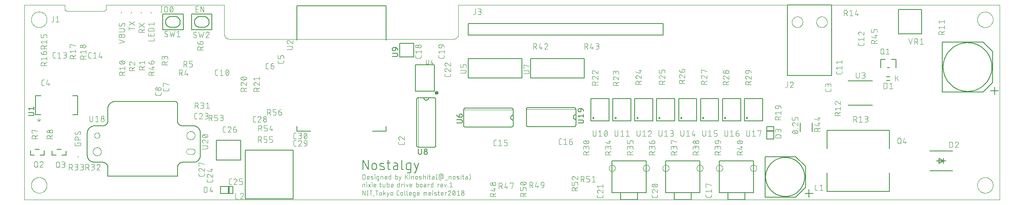
<source format=gto>
G75*
%MOIN*%
%OFA0B0*%
%FSLAX25Y25*%
%IPPOS*%
%LPD*%
%AMOC8*
5,1,8,0,0,1.08239X$1,22.5*
%
%ADD10C,0.00000*%
%ADD11C,0.00400*%
%ADD12C,0.00700*%
%ADD13C,0.00300*%
%ADD14C,0.00591*%
%ADD15C,0.00500*%
%ADD16C,0.00800*%
%ADD17R,0.00984X0.00984*%
%ADD18C,0.01575*%
%ADD19C,0.00600*%
%ADD20C,0.00200*%
%ADD21C,0.00010*%
D10*
X0060586Y0028959D02*
X0060586Y0186439D01*
X0093066Y0186439D01*
X0093066Y0183487D01*
X0093068Y0183401D01*
X0093073Y0183315D01*
X0093083Y0183230D01*
X0093096Y0183145D01*
X0093113Y0183061D01*
X0093133Y0182977D01*
X0093157Y0182895D01*
X0093185Y0182814D01*
X0093216Y0182733D01*
X0093250Y0182655D01*
X0093288Y0182578D01*
X0093330Y0182503D01*
X0093374Y0182429D01*
X0093422Y0182358D01*
X0093473Y0182288D01*
X0093527Y0182221D01*
X0093583Y0182157D01*
X0093643Y0182095D01*
X0093705Y0182035D01*
X0093769Y0181979D01*
X0093836Y0181925D01*
X0093906Y0181874D01*
X0093977Y0181826D01*
X0094051Y0181782D01*
X0094126Y0181740D01*
X0094203Y0181702D01*
X0094281Y0181668D01*
X0094362Y0181637D01*
X0094443Y0181609D01*
X0094525Y0181585D01*
X0094609Y0181565D01*
X0094693Y0181548D01*
X0094778Y0181535D01*
X0094863Y0181525D01*
X0094949Y0181520D01*
X0095035Y0181518D01*
X0124562Y0181518D01*
X0124648Y0181520D01*
X0124734Y0181525D01*
X0124819Y0181535D01*
X0124904Y0181548D01*
X0124988Y0181565D01*
X0125072Y0181585D01*
X0125154Y0181609D01*
X0125235Y0181637D01*
X0125316Y0181668D01*
X0125394Y0181702D01*
X0125471Y0181740D01*
X0125547Y0181782D01*
X0125620Y0181826D01*
X0125691Y0181874D01*
X0125761Y0181925D01*
X0125828Y0181979D01*
X0125892Y0182035D01*
X0125954Y0182095D01*
X0126014Y0182157D01*
X0126070Y0182221D01*
X0126124Y0182288D01*
X0126175Y0182358D01*
X0126223Y0182429D01*
X0126267Y0182503D01*
X0126309Y0182578D01*
X0126347Y0182655D01*
X0126381Y0182733D01*
X0126412Y0182814D01*
X0126440Y0182895D01*
X0126464Y0182977D01*
X0126484Y0183061D01*
X0126501Y0183145D01*
X0126514Y0183230D01*
X0126524Y0183315D01*
X0126529Y0183401D01*
X0126531Y0183487D01*
X0126531Y0186439D01*
X0222003Y0186439D01*
X0222003Y0162817D01*
X0222005Y0162693D01*
X0222011Y0162570D01*
X0222020Y0162446D01*
X0222034Y0162324D01*
X0222051Y0162201D01*
X0222073Y0162079D01*
X0222098Y0161958D01*
X0222127Y0161838D01*
X0222159Y0161719D01*
X0222196Y0161600D01*
X0222236Y0161483D01*
X0222279Y0161368D01*
X0222327Y0161253D01*
X0222378Y0161141D01*
X0222432Y0161030D01*
X0222490Y0160920D01*
X0222551Y0160813D01*
X0222616Y0160707D01*
X0222684Y0160604D01*
X0222755Y0160503D01*
X0222829Y0160404D01*
X0222906Y0160307D01*
X0222987Y0160213D01*
X0223070Y0160122D01*
X0223156Y0160033D01*
X0223245Y0159947D01*
X0223336Y0159864D01*
X0223430Y0159783D01*
X0223527Y0159706D01*
X0223626Y0159632D01*
X0223727Y0159561D01*
X0223830Y0159493D01*
X0223936Y0159428D01*
X0224043Y0159367D01*
X0224153Y0159309D01*
X0224264Y0159255D01*
X0224376Y0159204D01*
X0224491Y0159156D01*
X0224606Y0159113D01*
X0224723Y0159073D01*
X0224842Y0159036D01*
X0224961Y0159004D01*
X0225081Y0158975D01*
X0225202Y0158950D01*
X0225324Y0158928D01*
X0225447Y0158911D01*
X0225569Y0158897D01*
X0225693Y0158888D01*
X0225816Y0158882D01*
X0225940Y0158880D01*
X0407043Y0158880D01*
X0407167Y0158882D01*
X0407290Y0158888D01*
X0407414Y0158897D01*
X0407536Y0158911D01*
X0407659Y0158928D01*
X0407781Y0158950D01*
X0407902Y0158975D01*
X0408022Y0159004D01*
X0408141Y0159036D01*
X0408260Y0159073D01*
X0408377Y0159113D01*
X0408492Y0159156D01*
X0408607Y0159204D01*
X0408719Y0159255D01*
X0408830Y0159309D01*
X0408940Y0159367D01*
X0409047Y0159428D01*
X0409153Y0159493D01*
X0409256Y0159561D01*
X0409357Y0159632D01*
X0409456Y0159706D01*
X0409553Y0159783D01*
X0409647Y0159864D01*
X0409738Y0159947D01*
X0409827Y0160033D01*
X0409913Y0160122D01*
X0409996Y0160213D01*
X0410077Y0160307D01*
X0410154Y0160404D01*
X0410228Y0160503D01*
X0410299Y0160604D01*
X0410367Y0160707D01*
X0410432Y0160813D01*
X0410493Y0160920D01*
X0410551Y0161030D01*
X0410605Y0161141D01*
X0410656Y0161253D01*
X0410704Y0161368D01*
X0410747Y0161483D01*
X0410787Y0161600D01*
X0410824Y0161719D01*
X0410856Y0161838D01*
X0410885Y0161958D01*
X0410910Y0162079D01*
X0410932Y0162201D01*
X0410949Y0162324D01*
X0410963Y0162446D01*
X0410972Y0162570D01*
X0410978Y0162693D01*
X0410980Y0162817D01*
X0410980Y0186439D01*
X0847987Y0186439D01*
X0847987Y0028959D01*
X0060586Y0028959D01*
X0066098Y0040770D02*
X0066100Y0040928D01*
X0066106Y0041086D01*
X0066116Y0041244D01*
X0066130Y0041402D01*
X0066148Y0041559D01*
X0066169Y0041716D01*
X0066195Y0041872D01*
X0066225Y0042028D01*
X0066258Y0042183D01*
X0066296Y0042336D01*
X0066337Y0042489D01*
X0066382Y0042641D01*
X0066431Y0042792D01*
X0066484Y0042941D01*
X0066540Y0043089D01*
X0066600Y0043235D01*
X0066664Y0043380D01*
X0066732Y0043523D01*
X0066803Y0043665D01*
X0066877Y0043805D01*
X0066955Y0043942D01*
X0067037Y0044078D01*
X0067121Y0044212D01*
X0067210Y0044343D01*
X0067301Y0044472D01*
X0067396Y0044599D01*
X0067493Y0044724D01*
X0067594Y0044846D01*
X0067698Y0044965D01*
X0067805Y0045082D01*
X0067915Y0045196D01*
X0068028Y0045307D01*
X0068143Y0045416D01*
X0068261Y0045521D01*
X0068382Y0045623D01*
X0068505Y0045723D01*
X0068631Y0045819D01*
X0068759Y0045912D01*
X0068889Y0046002D01*
X0069022Y0046088D01*
X0069157Y0046172D01*
X0069293Y0046251D01*
X0069432Y0046328D01*
X0069573Y0046400D01*
X0069715Y0046470D01*
X0069859Y0046535D01*
X0070005Y0046597D01*
X0070152Y0046655D01*
X0070301Y0046710D01*
X0070451Y0046761D01*
X0070602Y0046808D01*
X0070754Y0046851D01*
X0070907Y0046890D01*
X0071062Y0046926D01*
X0071217Y0046957D01*
X0071373Y0046985D01*
X0071529Y0047009D01*
X0071686Y0047029D01*
X0071844Y0047045D01*
X0072001Y0047057D01*
X0072160Y0047065D01*
X0072318Y0047069D01*
X0072476Y0047069D01*
X0072634Y0047065D01*
X0072793Y0047057D01*
X0072950Y0047045D01*
X0073108Y0047029D01*
X0073265Y0047009D01*
X0073421Y0046985D01*
X0073577Y0046957D01*
X0073732Y0046926D01*
X0073887Y0046890D01*
X0074040Y0046851D01*
X0074192Y0046808D01*
X0074343Y0046761D01*
X0074493Y0046710D01*
X0074642Y0046655D01*
X0074789Y0046597D01*
X0074935Y0046535D01*
X0075079Y0046470D01*
X0075221Y0046400D01*
X0075362Y0046328D01*
X0075501Y0046251D01*
X0075637Y0046172D01*
X0075772Y0046088D01*
X0075905Y0046002D01*
X0076035Y0045912D01*
X0076163Y0045819D01*
X0076289Y0045723D01*
X0076412Y0045623D01*
X0076533Y0045521D01*
X0076651Y0045416D01*
X0076766Y0045307D01*
X0076879Y0045196D01*
X0076989Y0045082D01*
X0077096Y0044965D01*
X0077200Y0044846D01*
X0077301Y0044724D01*
X0077398Y0044599D01*
X0077493Y0044472D01*
X0077584Y0044343D01*
X0077673Y0044212D01*
X0077757Y0044078D01*
X0077839Y0043942D01*
X0077917Y0043805D01*
X0077991Y0043665D01*
X0078062Y0043523D01*
X0078130Y0043380D01*
X0078194Y0043235D01*
X0078254Y0043089D01*
X0078310Y0042941D01*
X0078363Y0042792D01*
X0078412Y0042641D01*
X0078457Y0042489D01*
X0078498Y0042336D01*
X0078536Y0042183D01*
X0078569Y0042028D01*
X0078599Y0041872D01*
X0078625Y0041716D01*
X0078646Y0041559D01*
X0078664Y0041402D01*
X0078678Y0041244D01*
X0078688Y0041086D01*
X0078694Y0040928D01*
X0078696Y0040770D01*
X0078694Y0040612D01*
X0078688Y0040454D01*
X0078678Y0040296D01*
X0078664Y0040138D01*
X0078646Y0039981D01*
X0078625Y0039824D01*
X0078599Y0039668D01*
X0078569Y0039512D01*
X0078536Y0039357D01*
X0078498Y0039204D01*
X0078457Y0039051D01*
X0078412Y0038899D01*
X0078363Y0038748D01*
X0078310Y0038599D01*
X0078254Y0038451D01*
X0078194Y0038305D01*
X0078130Y0038160D01*
X0078062Y0038017D01*
X0077991Y0037875D01*
X0077917Y0037735D01*
X0077839Y0037598D01*
X0077757Y0037462D01*
X0077673Y0037328D01*
X0077584Y0037197D01*
X0077493Y0037068D01*
X0077398Y0036941D01*
X0077301Y0036816D01*
X0077200Y0036694D01*
X0077096Y0036575D01*
X0076989Y0036458D01*
X0076879Y0036344D01*
X0076766Y0036233D01*
X0076651Y0036124D01*
X0076533Y0036019D01*
X0076412Y0035917D01*
X0076289Y0035817D01*
X0076163Y0035721D01*
X0076035Y0035628D01*
X0075905Y0035538D01*
X0075772Y0035452D01*
X0075637Y0035368D01*
X0075501Y0035289D01*
X0075362Y0035212D01*
X0075221Y0035140D01*
X0075079Y0035070D01*
X0074935Y0035005D01*
X0074789Y0034943D01*
X0074642Y0034885D01*
X0074493Y0034830D01*
X0074343Y0034779D01*
X0074192Y0034732D01*
X0074040Y0034689D01*
X0073887Y0034650D01*
X0073732Y0034614D01*
X0073577Y0034583D01*
X0073421Y0034555D01*
X0073265Y0034531D01*
X0073108Y0034511D01*
X0072950Y0034495D01*
X0072793Y0034483D01*
X0072634Y0034475D01*
X0072476Y0034471D01*
X0072318Y0034471D01*
X0072160Y0034475D01*
X0072001Y0034483D01*
X0071844Y0034495D01*
X0071686Y0034511D01*
X0071529Y0034531D01*
X0071373Y0034555D01*
X0071217Y0034583D01*
X0071062Y0034614D01*
X0070907Y0034650D01*
X0070754Y0034689D01*
X0070602Y0034732D01*
X0070451Y0034779D01*
X0070301Y0034830D01*
X0070152Y0034885D01*
X0070005Y0034943D01*
X0069859Y0035005D01*
X0069715Y0035070D01*
X0069573Y0035140D01*
X0069432Y0035212D01*
X0069293Y0035289D01*
X0069157Y0035368D01*
X0069022Y0035452D01*
X0068889Y0035538D01*
X0068759Y0035628D01*
X0068631Y0035721D01*
X0068505Y0035817D01*
X0068382Y0035917D01*
X0068261Y0036019D01*
X0068143Y0036124D01*
X0068028Y0036233D01*
X0067915Y0036344D01*
X0067805Y0036458D01*
X0067698Y0036575D01*
X0067594Y0036694D01*
X0067493Y0036816D01*
X0067396Y0036941D01*
X0067301Y0037068D01*
X0067210Y0037197D01*
X0067121Y0037328D01*
X0067037Y0037462D01*
X0066955Y0037598D01*
X0066877Y0037735D01*
X0066803Y0037875D01*
X0066732Y0038017D01*
X0066664Y0038160D01*
X0066600Y0038305D01*
X0066540Y0038451D01*
X0066484Y0038599D01*
X0066431Y0038748D01*
X0066382Y0038899D01*
X0066337Y0039051D01*
X0066296Y0039204D01*
X0066258Y0039357D01*
X0066225Y0039512D01*
X0066195Y0039668D01*
X0066169Y0039824D01*
X0066148Y0039981D01*
X0066130Y0040138D01*
X0066116Y0040296D01*
X0066106Y0040454D01*
X0066100Y0040612D01*
X0066098Y0040770D01*
X0115901Y0067935D02*
X0115903Y0068050D01*
X0115909Y0068166D01*
X0115919Y0068281D01*
X0115933Y0068396D01*
X0115951Y0068510D01*
X0115973Y0068623D01*
X0115998Y0068736D01*
X0116028Y0068847D01*
X0116061Y0068958D01*
X0116098Y0069067D01*
X0116139Y0069175D01*
X0116184Y0069282D01*
X0116232Y0069387D01*
X0116284Y0069490D01*
X0116340Y0069591D01*
X0116399Y0069691D01*
X0116461Y0069788D01*
X0116527Y0069883D01*
X0116595Y0069976D01*
X0116667Y0070066D01*
X0116742Y0070154D01*
X0116821Y0070239D01*
X0116902Y0070321D01*
X0116985Y0070401D01*
X0117072Y0070477D01*
X0117161Y0070551D01*
X0117252Y0070621D01*
X0117346Y0070689D01*
X0117442Y0070753D01*
X0117541Y0070813D01*
X0117641Y0070870D01*
X0117743Y0070924D01*
X0117847Y0070974D01*
X0117953Y0071021D01*
X0118060Y0071064D01*
X0118169Y0071103D01*
X0118279Y0071138D01*
X0118390Y0071169D01*
X0118502Y0071197D01*
X0118615Y0071221D01*
X0118729Y0071241D01*
X0118844Y0071257D01*
X0118959Y0071269D01*
X0119074Y0071277D01*
X0119189Y0071281D01*
X0119305Y0071281D01*
X0119420Y0071277D01*
X0119535Y0071269D01*
X0119650Y0071257D01*
X0119765Y0071241D01*
X0119879Y0071221D01*
X0119992Y0071197D01*
X0120104Y0071169D01*
X0120215Y0071138D01*
X0120325Y0071103D01*
X0120434Y0071064D01*
X0120541Y0071021D01*
X0120647Y0070974D01*
X0120751Y0070924D01*
X0120853Y0070870D01*
X0120953Y0070813D01*
X0121052Y0070753D01*
X0121148Y0070689D01*
X0121242Y0070621D01*
X0121333Y0070551D01*
X0121422Y0070477D01*
X0121509Y0070401D01*
X0121592Y0070321D01*
X0121673Y0070239D01*
X0121752Y0070154D01*
X0121827Y0070066D01*
X0121899Y0069976D01*
X0121967Y0069883D01*
X0122033Y0069788D01*
X0122095Y0069691D01*
X0122154Y0069591D01*
X0122210Y0069490D01*
X0122262Y0069387D01*
X0122310Y0069282D01*
X0122355Y0069175D01*
X0122396Y0069067D01*
X0122433Y0068958D01*
X0122466Y0068847D01*
X0122496Y0068736D01*
X0122521Y0068623D01*
X0122543Y0068510D01*
X0122561Y0068396D01*
X0122575Y0068281D01*
X0122585Y0068166D01*
X0122591Y0068050D01*
X0122593Y0067935D01*
X0122591Y0067820D01*
X0122585Y0067704D01*
X0122575Y0067589D01*
X0122561Y0067474D01*
X0122543Y0067360D01*
X0122521Y0067247D01*
X0122496Y0067134D01*
X0122466Y0067023D01*
X0122433Y0066912D01*
X0122396Y0066803D01*
X0122355Y0066695D01*
X0122310Y0066588D01*
X0122262Y0066483D01*
X0122210Y0066380D01*
X0122154Y0066279D01*
X0122095Y0066179D01*
X0122033Y0066082D01*
X0121967Y0065987D01*
X0121899Y0065894D01*
X0121827Y0065804D01*
X0121752Y0065716D01*
X0121673Y0065631D01*
X0121592Y0065549D01*
X0121509Y0065469D01*
X0121422Y0065393D01*
X0121333Y0065319D01*
X0121242Y0065249D01*
X0121148Y0065181D01*
X0121052Y0065117D01*
X0120953Y0065057D01*
X0120853Y0065000D01*
X0120751Y0064946D01*
X0120647Y0064896D01*
X0120541Y0064849D01*
X0120434Y0064806D01*
X0120325Y0064767D01*
X0120215Y0064732D01*
X0120104Y0064701D01*
X0119992Y0064673D01*
X0119879Y0064649D01*
X0119765Y0064629D01*
X0119650Y0064613D01*
X0119535Y0064601D01*
X0119420Y0064593D01*
X0119305Y0064589D01*
X0119189Y0064589D01*
X0119074Y0064593D01*
X0118959Y0064601D01*
X0118844Y0064613D01*
X0118729Y0064629D01*
X0118615Y0064649D01*
X0118502Y0064673D01*
X0118390Y0064701D01*
X0118279Y0064732D01*
X0118169Y0064767D01*
X0118060Y0064806D01*
X0117953Y0064849D01*
X0117847Y0064896D01*
X0117743Y0064946D01*
X0117641Y0065000D01*
X0117541Y0065057D01*
X0117442Y0065117D01*
X0117346Y0065181D01*
X0117252Y0065249D01*
X0117161Y0065319D01*
X0117072Y0065393D01*
X0116985Y0065469D01*
X0116902Y0065549D01*
X0116821Y0065631D01*
X0116742Y0065716D01*
X0116667Y0065804D01*
X0116595Y0065894D01*
X0116527Y0065987D01*
X0116461Y0066082D01*
X0116399Y0066179D01*
X0116340Y0066279D01*
X0116284Y0066380D01*
X0116232Y0066483D01*
X0116184Y0066588D01*
X0116139Y0066695D01*
X0116098Y0066803D01*
X0116061Y0066912D01*
X0116028Y0067023D01*
X0115998Y0067134D01*
X0115973Y0067247D01*
X0115951Y0067360D01*
X0115933Y0067474D01*
X0115919Y0067589D01*
X0115909Y0067704D01*
X0115903Y0067820D01*
X0115901Y0067935D01*
X0117082Y0080928D02*
X0117084Y0081021D01*
X0117090Y0081113D01*
X0117100Y0081205D01*
X0117114Y0081296D01*
X0117131Y0081387D01*
X0117153Y0081477D01*
X0117178Y0081566D01*
X0117207Y0081654D01*
X0117240Y0081740D01*
X0117277Y0081825D01*
X0117317Y0081909D01*
X0117361Y0081990D01*
X0117408Y0082070D01*
X0117458Y0082148D01*
X0117512Y0082223D01*
X0117569Y0082296D01*
X0117629Y0082366D01*
X0117692Y0082434D01*
X0117758Y0082499D01*
X0117826Y0082561D01*
X0117897Y0082621D01*
X0117971Y0082677D01*
X0118047Y0082730D01*
X0118125Y0082779D01*
X0118205Y0082826D01*
X0118287Y0082868D01*
X0118371Y0082908D01*
X0118456Y0082943D01*
X0118543Y0082975D01*
X0118631Y0083004D01*
X0118720Y0083028D01*
X0118810Y0083049D01*
X0118901Y0083065D01*
X0118993Y0083078D01*
X0119085Y0083087D01*
X0119178Y0083092D01*
X0119270Y0083093D01*
X0119363Y0083090D01*
X0119455Y0083083D01*
X0119547Y0083072D01*
X0119638Y0083057D01*
X0119729Y0083039D01*
X0119819Y0083016D01*
X0119907Y0082990D01*
X0119995Y0082960D01*
X0120081Y0082926D01*
X0120165Y0082889D01*
X0120248Y0082847D01*
X0120329Y0082803D01*
X0120409Y0082755D01*
X0120486Y0082704D01*
X0120560Y0082649D01*
X0120633Y0082591D01*
X0120703Y0082531D01*
X0120770Y0082467D01*
X0120834Y0082401D01*
X0120896Y0082331D01*
X0120954Y0082260D01*
X0121009Y0082186D01*
X0121061Y0082109D01*
X0121110Y0082030D01*
X0121156Y0081950D01*
X0121198Y0081867D01*
X0121236Y0081783D01*
X0121271Y0081697D01*
X0121302Y0081610D01*
X0121329Y0081522D01*
X0121352Y0081432D01*
X0121372Y0081342D01*
X0121388Y0081251D01*
X0121400Y0081159D01*
X0121408Y0081067D01*
X0121412Y0080974D01*
X0121412Y0080882D01*
X0121408Y0080789D01*
X0121400Y0080697D01*
X0121388Y0080605D01*
X0121372Y0080514D01*
X0121352Y0080424D01*
X0121329Y0080334D01*
X0121302Y0080246D01*
X0121271Y0080159D01*
X0121236Y0080073D01*
X0121198Y0079989D01*
X0121156Y0079906D01*
X0121110Y0079826D01*
X0121061Y0079747D01*
X0121009Y0079670D01*
X0120954Y0079596D01*
X0120896Y0079525D01*
X0120834Y0079455D01*
X0120770Y0079389D01*
X0120703Y0079325D01*
X0120633Y0079265D01*
X0120560Y0079207D01*
X0120486Y0079152D01*
X0120409Y0079101D01*
X0120330Y0079053D01*
X0120248Y0079009D01*
X0120165Y0078967D01*
X0120081Y0078930D01*
X0119995Y0078896D01*
X0119907Y0078866D01*
X0119819Y0078840D01*
X0119729Y0078817D01*
X0119638Y0078799D01*
X0119547Y0078784D01*
X0119455Y0078773D01*
X0119363Y0078766D01*
X0119270Y0078763D01*
X0119178Y0078764D01*
X0119085Y0078769D01*
X0118993Y0078778D01*
X0118901Y0078791D01*
X0118810Y0078807D01*
X0118720Y0078828D01*
X0118631Y0078852D01*
X0118543Y0078881D01*
X0118456Y0078913D01*
X0118371Y0078948D01*
X0118287Y0078988D01*
X0118205Y0079030D01*
X0118125Y0079077D01*
X0118047Y0079126D01*
X0117971Y0079179D01*
X0117897Y0079235D01*
X0117826Y0079295D01*
X0117758Y0079357D01*
X0117692Y0079422D01*
X0117629Y0079490D01*
X0117569Y0079560D01*
X0117512Y0079633D01*
X0117458Y0079708D01*
X0117408Y0079786D01*
X0117361Y0079866D01*
X0117317Y0079947D01*
X0117277Y0080031D01*
X0117240Y0080116D01*
X0117207Y0080202D01*
X0117178Y0080290D01*
X0117153Y0080379D01*
X0117131Y0080469D01*
X0117114Y0080560D01*
X0117100Y0080651D01*
X0117090Y0080743D01*
X0117084Y0080835D01*
X0117082Y0080928D01*
X0193460Y0070101D02*
X0196216Y0070101D01*
X0196308Y0070095D01*
X0196399Y0070085D01*
X0196490Y0070071D01*
X0196580Y0070053D01*
X0196669Y0070032D01*
X0196758Y0070006D01*
X0196845Y0069977D01*
X0196931Y0069945D01*
X0197015Y0069909D01*
X0197098Y0069869D01*
X0197179Y0069826D01*
X0197258Y0069779D01*
X0197335Y0069729D01*
X0197410Y0069676D01*
X0197483Y0069619D01*
X0197553Y0069560D01*
X0197620Y0069498D01*
X0197685Y0069433D01*
X0197747Y0069365D01*
X0197807Y0069295D01*
X0197863Y0069222D01*
X0197916Y0069147D01*
X0197965Y0069070D01*
X0198012Y0068991D01*
X0198055Y0068909D01*
X0198094Y0068826D01*
X0198130Y0068742D01*
X0198163Y0068656D01*
X0198191Y0068569D01*
X0198216Y0068480D01*
X0198238Y0068391D01*
X0198255Y0068301D01*
X0198269Y0068210D01*
X0198278Y0068119D01*
X0198284Y0068027D01*
X0198286Y0067935D01*
X0198284Y0067843D01*
X0198278Y0067751D01*
X0198269Y0067660D01*
X0198255Y0067569D01*
X0198238Y0067479D01*
X0198216Y0067390D01*
X0198191Y0067301D01*
X0198163Y0067214D01*
X0198130Y0067128D01*
X0198094Y0067044D01*
X0198055Y0066961D01*
X0198012Y0066879D01*
X0197965Y0066800D01*
X0197916Y0066723D01*
X0197863Y0066648D01*
X0197807Y0066575D01*
X0197747Y0066505D01*
X0197685Y0066437D01*
X0197620Y0066372D01*
X0197553Y0066310D01*
X0197483Y0066251D01*
X0197410Y0066194D01*
X0197335Y0066141D01*
X0197258Y0066091D01*
X0197179Y0066044D01*
X0197098Y0066001D01*
X0197015Y0065961D01*
X0196931Y0065925D01*
X0196845Y0065893D01*
X0196758Y0065864D01*
X0196669Y0065838D01*
X0196580Y0065817D01*
X0196490Y0065799D01*
X0196399Y0065785D01*
X0196308Y0065775D01*
X0196216Y0065769D01*
X0196216Y0065770D02*
X0193460Y0065770D01*
X0193368Y0065772D01*
X0193276Y0065778D01*
X0193185Y0065788D01*
X0193094Y0065801D01*
X0193004Y0065819D01*
X0192914Y0065840D01*
X0192826Y0065865D01*
X0192739Y0065894D01*
X0192653Y0065926D01*
X0192568Y0065962D01*
X0192485Y0066002D01*
X0192404Y0066045D01*
X0192325Y0066091D01*
X0192248Y0066141D01*
X0192173Y0066194D01*
X0192100Y0066251D01*
X0192030Y0066310D01*
X0191962Y0066372D01*
X0191897Y0066437D01*
X0191835Y0066505D01*
X0191776Y0066575D01*
X0191719Y0066648D01*
X0191666Y0066723D01*
X0191616Y0066800D01*
X0191570Y0066879D01*
X0191527Y0066960D01*
X0191487Y0067043D01*
X0191451Y0067128D01*
X0191419Y0067214D01*
X0191390Y0067301D01*
X0191365Y0067389D01*
X0191344Y0067479D01*
X0191326Y0067569D01*
X0191313Y0067660D01*
X0191303Y0067751D01*
X0191297Y0067843D01*
X0191295Y0067935D01*
X0191297Y0068027D01*
X0191303Y0068119D01*
X0191313Y0068210D01*
X0191326Y0068301D01*
X0191344Y0068391D01*
X0191365Y0068481D01*
X0191390Y0068569D01*
X0191419Y0068656D01*
X0191451Y0068742D01*
X0191487Y0068827D01*
X0191527Y0068910D01*
X0191570Y0068991D01*
X0191616Y0069070D01*
X0191666Y0069147D01*
X0191719Y0069222D01*
X0191776Y0069295D01*
X0191835Y0069365D01*
X0191897Y0069433D01*
X0191962Y0069498D01*
X0192030Y0069560D01*
X0192100Y0069619D01*
X0192173Y0069676D01*
X0192248Y0069729D01*
X0192325Y0069779D01*
X0192404Y0069825D01*
X0192485Y0069868D01*
X0192568Y0069908D01*
X0192653Y0069944D01*
X0192739Y0069976D01*
X0192826Y0070005D01*
X0192914Y0070030D01*
X0193004Y0070051D01*
X0193094Y0070069D01*
X0193185Y0070082D01*
X0193276Y0070092D01*
X0193368Y0070098D01*
X0193460Y0070100D01*
X0191492Y0080928D02*
X0191494Y0081043D01*
X0191500Y0081159D01*
X0191510Y0081274D01*
X0191524Y0081389D01*
X0191542Y0081503D01*
X0191564Y0081616D01*
X0191589Y0081729D01*
X0191619Y0081840D01*
X0191652Y0081951D01*
X0191689Y0082060D01*
X0191730Y0082168D01*
X0191775Y0082275D01*
X0191823Y0082380D01*
X0191875Y0082483D01*
X0191931Y0082584D01*
X0191990Y0082684D01*
X0192052Y0082781D01*
X0192118Y0082876D01*
X0192186Y0082969D01*
X0192258Y0083059D01*
X0192333Y0083147D01*
X0192412Y0083232D01*
X0192493Y0083314D01*
X0192576Y0083394D01*
X0192663Y0083470D01*
X0192752Y0083544D01*
X0192843Y0083614D01*
X0192937Y0083682D01*
X0193033Y0083746D01*
X0193132Y0083806D01*
X0193232Y0083863D01*
X0193334Y0083917D01*
X0193438Y0083967D01*
X0193544Y0084014D01*
X0193651Y0084057D01*
X0193760Y0084096D01*
X0193870Y0084131D01*
X0193981Y0084162D01*
X0194093Y0084190D01*
X0194206Y0084214D01*
X0194320Y0084234D01*
X0194435Y0084250D01*
X0194550Y0084262D01*
X0194665Y0084270D01*
X0194780Y0084274D01*
X0194896Y0084274D01*
X0195011Y0084270D01*
X0195126Y0084262D01*
X0195241Y0084250D01*
X0195356Y0084234D01*
X0195470Y0084214D01*
X0195583Y0084190D01*
X0195695Y0084162D01*
X0195806Y0084131D01*
X0195916Y0084096D01*
X0196025Y0084057D01*
X0196132Y0084014D01*
X0196238Y0083967D01*
X0196342Y0083917D01*
X0196444Y0083863D01*
X0196544Y0083806D01*
X0196643Y0083746D01*
X0196739Y0083682D01*
X0196833Y0083614D01*
X0196924Y0083544D01*
X0197013Y0083470D01*
X0197100Y0083394D01*
X0197183Y0083314D01*
X0197264Y0083232D01*
X0197343Y0083147D01*
X0197418Y0083059D01*
X0197490Y0082969D01*
X0197558Y0082876D01*
X0197624Y0082781D01*
X0197686Y0082684D01*
X0197745Y0082584D01*
X0197801Y0082483D01*
X0197853Y0082380D01*
X0197901Y0082275D01*
X0197946Y0082168D01*
X0197987Y0082060D01*
X0198024Y0081951D01*
X0198057Y0081840D01*
X0198087Y0081729D01*
X0198112Y0081616D01*
X0198134Y0081503D01*
X0198152Y0081389D01*
X0198166Y0081274D01*
X0198176Y0081159D01*
X0198182Y0081043D01*
X0198184Y0080928D01*
X0198182Y0080813D01*
X0198176Y0080697D01*
X0198166Y0080582D01*
X0198152Y0080467D01*
X0198134Y0080353D01*
X0198112Y0080240D01*
X0198087Y0080127D01*
X0198057Y0080016D01*
X0198024Y0079905D01*
X0197987Y0079796D01*
X0197946Y0079688D01*
X0197901Y0079581D01*
X0197853Y0079476D01*
X0197801Y0079373D01*
X0197745Y0079272D01*
X0197686Y0079172D01*
X0197624Y0079075D01*
X0197558Y0078980D01*
X0197490Y0078887D01*
X0197418Y0078797D01*
X0197343Y0078709D01*
X0197264Y0078624D01*
X0197183Y0078542D01*
X0197100Y0078462D01*
X0197013Y0078386D01*
X0196924Y0078312D01*
X0196833Y0078242D01*
X0196739Y0078174D01*
X0196643Y0078110D01*
X0196544Y0078050D01*
X0196444Y0077993D01*
X0196342Y0077939D01*
X0196238Y0077889D01*
X0196132Y0077842D01*
X0196025Y0077799D01*
X0195916Y0077760D01*
X0195806Y0077725D01*
X0195695Y0077694D01*
X0195583Y0077666D01*
X0195470Y0077642D01*
X0195356Y0077622D01*
X0195241Y0077606D01*
X0195126Y0077594D01*
X0195011Y0077586D01*
X0194896Y0077582D01*
X0194780Y0077582D01*
X0194665Y0077586D01*
X0194550Y0077594D01*
X0194435Y0077606D01*
X0194320Y0077622D01*
X0194206Y0077642D01*
X0194093Y0077666D01*
X0193981Y0077694D01*
X0193870Y0077725D01*
X0193760Y0077760D01*
X0193651Y0077799D01*
X0193544Y0077842D01*
X0193438Y0077889D01*
X0193334Y0077939D01*
X0193232Y0077993D01*
X0193132Y0078050D01*
X0193033Y0078110D01*
X0192937Y0078174D01*
X0192843Y0078242D01*
X0192752Y0078312D01*
X0192663Y0078386D01*
X0192576Y0078462D01*
X0192493Y0078542D01*
X0192412Y0078624D01*
X0192333Y0078709D01*
X0192258Y0078797D01*
X0192186Y0078887D01*
X0192118Y0078980D01*
X0192052Y0079075D01*
X0191990Y0079172D01*
X0191931Y0079272D01*
X0191875Y0079373D01*
X0191823Y0079476D01*
X0191775Y0079581D01*
X0191730Y0079688D01*
X0191689Y0079796D01*
X0191652Y0079905D01*
X0191619Y0080016D01*
X0191589Y0080127D01*
X0191564Y0080240D01*
X0191542Y0080353D01*
X0191524Y0080467D01*
X0191510Y0080582D01*
X0191500Y0080697D01*
X0191494Y0080813D01*
X0191492Y0080928D01*
X0066098Y0174628D02*
X0066100Y0174786D01*
X0066106Y0174944D01*
X0066116Y0175102D01*
X0066130Y0175260D01*
X0066148Y0175417D01*
X0066169Y0175574D01*
X0066195Y0175730D01*
X0066225Y0175886D01*
X0066258Y0176041D01*
X0066296Y0176194D01*
X0066337Y0176347D01*
X0066382Y0176499D01*
X0066431Y0176650D01*
X0066484Y0176799D01*
X0066540Y0176947D01*
X0066600Y0177093D01*
X0066664Y0177238D01*
X0066732Y0177381D01*
X0066803Y0177523D01*
X0066877Y0177663D01*
X0066955Y0177800D01*
X0067037Y0177936D01*
X0067121Y0178070D01*
X0067210Y0178201D01*
X0067301Y0178330D01*
X0067396Y0178457D01*
X0067493Y0178582D01*
X0067594Y0178704D01*
X0067698Y0178823D01*
X0067805Y0178940D01*
X0067915Y0179054D01*
X0068028Y0179165D01*
X0068143Y0179274D01*
X0068261Y0179379D01*
X0068382Y0179481D01*
X0068505Y0179581D01*
X0068631Y0179677D01*
X0068759Y0179770D01*
X0068889Y0179860D01*
X0069022Y0179946D01*
X0069157Y0180030D01*
X0069293Y0180109D01*
X0069432Y0180186D01*
X0069573Y0180258D01*
X0069715Y0180328D01*
X0069859Y0180393D01*
X0070005Y0180455D01*
X0070152Y0180513D01*
X0070301Y0180568D01*
X0070451Y0180619D01*
X0070602Y0180666D01*
X0070754Y0180709D01*
X0070907Y0180748D01*
X0071062Y0180784D01*
X0071217Y0180815D01*
X0071373Y0180843D01*
X0071529Y0180867D01*
X0071686Y0180887D01*
X0071844Y0180903D01*
X0072001Y0180915D01*
X0072160Y0180923D01*
X0072318Y0180927D01*
X0072476Y0180927D01*
X0072634Y0180923D01*
X0072793Y0180915D01*
X0072950Y0180903D01*
X0073108Y0180887D01*
X0073265Y0180867D01*
X0073421Y0180843D01*
X0073577Y0180815D01*
X0073732Y0180784D01*
X0073887Y0180748D01*
X0074040Y0180709D01*
X0074192Y0180666D01*
X0074343Y0180619D01*
X0074493Y0180568D01*
X0074642Y0180513D01*
X0074789Y0180455D01*
X0074935Y0180393D01*
X0075079Y0180328D01*
X0075221Y0180258D01*
X0075362Y0180186D01*
X0075501Y0180109D01*
X0075637Y0180030D01*
X0075772Y0179946D01*
X0075905Y0179860D01*
X0076035Y0179770D01*
X0076163Y0179677D01*
X0076289Y0179581D01*
X0076412Y0179481D01*
X0076533Y0179379D01*
X0076651Y0179274D01*
X0076766Y0179165D01*
X0076879Y0179054D01*
X0076989Y0178940D01*
X0077096Y0178823D01*
X0077200Y0178704D01*
X0077301Y0178582D01*
X0077398Y0178457D01*
X0077493Y0178330D01*
X0077584Y0178201D01*
X0077673Y0178070D01*
X0077757Y0177936D01*
X0077839Y0177800D01*
X0077917Y0177663D01*
X0077991Y0177523D01*
X0078062Y0177381D01*
X0078130Y0177238D01*
X0078194Y0177093D01*
X0078254Y0176947D01*
X0078310Y0176799D01*
X0078363Y0176650D01*
X0078412Y0176499D01*
X0078457Y0176347D01*
X0078498Y0176194D01*
X0078536Y0176041D01*
X0078569Y0175886D01*
X0078599Y0175730D01*
X0078625Y0175574D01*
X0078646Y0175417D01*
X0078664Y0175260D01*
X0078678Y0175102D01*
X0078688Y0174944D01*
X0078694Y0174786D01*
X0078696Y0174628D01*
X0078694Y0174470D01*
X0078688Y0174312D01*
X0078678Y0174154D01*
X0078664Y0173996D01*
X0078646Y0173839D01*
X0078625Y0173682D01*
X0078599Y0173526D01*
X0078569Y0173370D01*
X0078536Y0173215D01*
X0078498Y0173062D01*
X0078457Y0172909D01*
X0078412Y0172757D01*
X0078363Y0172606D01*
X0078310Y0172457D01*
X0078254Y0172309D01*
X0078194Y0172163D01*
X0078130Y0172018D01*
X0078062Y0171875D01*
X0077991Y0171733D01*
X0077917Y0171593D01*
X0077839Y0171456D01*
X0077757Y0171320D01*
X0077673Y0171186D01*
X0077584Y0171055D01*
X0077493Y0170926D01*
X0077398Y0170799D01*
X0077301Y0170674D01*
X0077200Y0170552D01*
X0077096Y0170433D01*
X0076989Y0170316D01*
X0076879Y0170202D01*
X0076766Y0170091D01*
X0076651Y0169982D01*
X0076533Y0169877D01*
X0076412Y0169775D01*
X0076289Y0169675D01*
X0076163Y0169579D01*
X0076035Y0169486D01*
X0075905Y0169396D01*
X0075772Y0169310D01*
X0075637Y0169226D01*
X0075501Y0169147D01*
X0075362Y0169070D01*
X0075221Y0168998D01*
X0075079Y0168928D01*
X0074935Y0168863D01*
X0074789Y0168801D01*
X0074642Y0168743D01*
X0074493Y0168688D01*
X0074343Y0168637D01*
X0074192Y0168590D01*
X0074040Y0168547D01*
X0073887Y0168508D01*
X0073732Y0168472D01*
X0073577Y0168441D01*
X0073421Y0168413D01*
X0073265Y0168389D01*
X0073108Y0168369D01*
X0072950Y0168353D01*
X0072793Y0168341D01*
X0072634Y0168333D01*
X0072476Y0168329D01*
X0072318Y0168329D01*
X0072160Y0168333D01*
X0072001Y0168341D01*
X0071844Y0168353D01*
X0071686Y0168369D01*
X0071529Y0168389D01*
X0071373Y0168413D01*
X0071217Y0168441D01*
X0071062Y0168472D01*
X0070907Y0168508D01*
X0070754Y0168547D01*
X0070602Y0168590D01*
X0070451Y0168637D01*
X0070301Y0168688D01*
X0070152Y0168743D01*
X0070005Y0168801D01*
X0069859Y0168863D01*
X0069715Y0168928D01*
X0069573Y0168998D01*
X0069432Y0169070D01*
X0069293Y0169147D01*
X0069157Y0169226D01*
X0069022Y0169310D01*
X0068889Y0169396D01*
X0068759Y0169486D01*
X0068631Y0169579D01*
X0068505Y0169675D01*
X0068382Y0169775D01*
X0068261Y0169877D01*
X0068143Y0169982D01*
X0068028Y0170091D01*
X0067915Y0170202D01*
X0067805Y0170316D01*
X0067698Y0170433D01*
X0067594Y0170552D01*
X0067493Y0170674D01*
X0067396Y0170799D01*
X0067301Y0170926D01*
X0067210Y0171055D01*
X0067121Y0171186D01*
X0067037Y0171320D01*
X0066955Y0171456D01*
X0066877Y0171593D01*
X0066803Y0171733D01*
X0066732Y0171875D01*
X0066664Y0172018D01*
X0066600Y0172163D01*
X0066540Y0172309D01*
X0066484Y0172457D01*
X0066431Y0172606D01*
X0066382Y0172757D01*
X0066337Y0172909D01*
X0066296Y0173062D01*
X0066258Y0173215D01*
X0066225Y0173370D01*
X0066195Y0173526D01*
X0066169Y0173682D01*
X0066148Y0173839D01*
X0066130Y0173996D01*
X0066116Y0174154D01*
X0066106Y0174312D01*
X0066100Y0174470D01*
X0066098Y0174628D01*
X0532436Y0054550D02*
X0532438Y0054651D01*
X0532444Y0054752D01*
X0532454Y0054853D01*
X0532468Y0054953D01*
X0532486Y0055052D01*
X0532508Y0055151D01*
X0532533Y0055249D01*
X0532563Y0055346D01*
X0532596Y0055441D01*
X0532633Y0055535D01*
X0532674Y0055628D01*
X0532718Y0055719D01*
X0532766Y0055808D01*
X0532818Y0055895D01*
X0532873Y0055980D01*
X0532931Y0056062D01*
X0532992Y0056143D01*
X0533057Y0056221D01*
X0533124Y0056296D01*
X0533194Y0056368D01*
X0533268Y0056438D01*
X0533344Y0056505D01*
X0533422Y0056569D01*
X0533503Y0056629D01*
X0533586Y0056686D01*
X0533672Y0056740D01*
X0533760Y0056791D01*
X0533849Y0056838D01*
X0533940Y0056882D01*
X0534033Y0056921D01*
X0534128Y0056958D01*
X0534223Y0056990D01*
X0534320Y0057019D01*
X0534419Y0057043D01*
X0534517Y0057064D01*
X0534617Y0057081D01*
X0534717Y0057094D01*
X0534818Y0057103D01*
X0534919Y0057108D01*
X0535020Y0057109D01*
X0535121Y0057106D01*
X0535222Y0057099D01*
X0535323Y0057088D01*
X0535423Y0057073D01*
X0535522Y0057054D01*
X0535621Y0057031D01*
X0535718Y0057005D01*
X0535815Y0056974D01*
X0535910Y0056940D01*
X0536003Y0056902D01*
X0536096Y0056860D01*
X0536186Y0056815D01*
X0536275Y0056766D01*
X0536361Y0056714D01*
X0536445Y0056658D01*
X0536528Y0056599D01*
X0536607Y0056537D01*
X0536685Y0056472D01*
X0536759Y0056404D01*
X0536831Y0056332D01*
X0536900Y0056259D01*
X0536966Y0056182D01*
X0537029Y0056103D01*
X0537089Y0056021D01*
X0537145Y0055937D01*
X0537198Y0055851D01*
X0537248Y0055763D01*
X0537294Y0055673D01*
X0537337Y0055582D01*
X0537376Y0055488D01*
X0537411Y0055393D01*
X0537442Y0055297D01*
X0537470Y0055200D01*
X0537494Y0055102D01*
X0537514Y0055003D01*
X0537530Y0054903D01*
X0537542Y0054802D01*
X0537550Y0054702D01*
X0537554Y0054601D01*
X0537554Y0054499D01*
X0537550Y0054398D01*
X0537542Y0054298D01*
X0537530Y0054197D01*
X0537514Y0054097D01*
X0537494Y0053998D01*
X0537470Y0053900D01*
X0537442Y0053803D01*
X0537411Y0053707D01*
X0537376Y0053612D01*
X0537337Y0053518D01*
X0537294Y0053427D01*
X0537248Y0053337D01*
X0537198Y0053249D01*
X0537145Y0053163D01*
X0537089Y0053079D01*
X0537029Y0052997D01*
X0536966Y0052918D01*
X0536900Y0052841D01*
X0536831Y0052768D01*
X0536759Y0052696D01*
X0536685Y0052628D01*
X0536607Y0052563D01*
X0536528Y0052501D01*
X0536445Y0052442D01*
X0536361Y0052386D01*
X0536274Y0052334D01*
X0536186Y0052285D01*
X0536096Y0052240D01*
X0536003Y0052198D01*
X0535910Y0052160D01*
X0535815Y0052126D01*
X0535718Y0052095D01*
X0535621Y0052069D01*
X0535522Y0052046D01*
X0535423Y0052027D01*
X0535323Y0052012D01*
X0535222Y0052001D01*
X0535121Y0051994D01*
X0535020Y0051991D01*
X0534919Y0051992D01*
X0534818Y0051997D01*
X0534717Y0052006D01*
X0534617Y0052019D01*
X0534517Y0052036D01*
X0534419Y0052057D01*
X0534320Y0052081D01*
X0534223Y0052110D01*
X0534128Y0052142D01*
X0534033Y0052179D01*
X0533940Y0052218D01*
X0533849Y0052262D01*
X0533760Y0052309D01*
X0533672Y0052360D01*
X0533586Y0052414D01*
X0533503Y0052471D01*
X0533422Y0052531D01*
X0533344Y0052595D01*
X0533268Y0052662D01*
X0533194Y0052732D01*
X0533124Y0052804D01*
X0533057Y0052879D01*
X0532992Y0052957D01*
X0532931Y0053038D01*
X0532873Y0053120D01*
X0532818Y0053205D01*
X0532766Y0053292D01*
X0532718Y0053381D01*
X0532674Y0053472D01*
X0532633Y0053565D01*
X0532596Y0053659D01*
X0532563Y0053754D01*
X0532533Y0053851D01*
X0532508Y0053949D01*
X0532486Y0054048D01*
X0532468Y0054147D01*
X0532454Y0054247D01*
X0532444Y0054348D01*
X0532438Y0054449D01*
X0532436Y0054550D01*
X0559995Y0054550D02*
X0559997Y0054651D01*
X0560003Y0054752D01*
X0560013Y0054853D01*
X0560027Y0054953D01*
X0560045Y0055052D01*
X0560067Y0055151D01*
X0560092Y0055249D01*
X0560122Y0055346D01*
X0560155Y0055441D01*
X0560192Y0055535D01*
X0560233Y0055628D01*
X0560277Y0055719D01*
X0560325Y0055808D01*
X0560377Y0055895D01*
X0560432Y0055980D01*
X0560490Y0056062D01*
X0560551Y0056143D01*
X0560616Y0056221D01*
X0560683Y0056296D01*
X0560753Y0056368D01*
X0560827Y0056438D01*
X0560903Y0056505D01*
X0560981Y0056569D01*
X0561062Y0056629D01*
X0561145Y0056686D01*
X0561231Y0056740D01*
X0561319Y0056791D01*
X0561408Y0056838D01*
X0561499Y0056882D01*
X0561592Y0056921D01*
X0561687Y0056958D01*
X0561782Y0056990D01*
X0561879Y0057019D01*
X0561978Y0057043D01*
X0562076Y0057064D01*
X0562176Y0057081D01*
X0562276Y0057094D01*
X0562377Y0057103D01*
X0562478Y0057108D01*
X0562579Y0057109D01*
X0562680Y0057106D01*
X0562781Y0057099D01*
X0562882Y0057088D01*
X0562982Y0057073D01*
X0563081Y0057054D01*
X0563180Y0057031D01*
X0563277Y0057005D01*
X0563374Y0056974D01*
X0563469Y0056940D01*
X0563562Y0056902D01*
X0563655Y0056860D01*
X0563745Y0056815D01*
X0563834Y0056766D01*
X0563920Y0056714D01*
X0564004Y0056658D01*
X0564087Y0056599D01*
X0564166Y0056537D01*
X0564244Y0056472D01*
X0564318Y0056404D01*
X0564390Y0056332D01*
X0564459Y0056259D01*
X0564525Y0056182D01*
X0564588Y0056103D01*
X0564648Y0056021D01*
X0564704Y0055937D01*
X0564757Y0055851D01*
X0564807Y0055763D01*
X0564853Y0055673D01*
X0564896Y0055582D01*
X0564935Y0055488D01*
X0564970Y0055393D01*
X0565001Y0055297D01*
X0565029Y0055200D01*
X0565053Y0055102D01*
X0565073Y0055003D01*
X0565089Y0054903D01*
X0565101Y0054802D01*
X0565109Y0054702D01*
X0565113Y0054601D01*
X0565113Y0054499D01*
X0565109Y0054398D01*
X0565101Y0054298D01*
X0565089Y0054197D01*
X0565073Y0054097D01*
X0565053Y0053998D01*
X0565029Y0053900D01*
X0565001Y0053803D01*
X0564970Y0053707D01*
X0564935Y0053612D01*
X0564896Y0053518D01*
X0564853Y0053427D01*
X0564807Y0053337D01*
X0564757Y0053249D01*
X0564704Y0053163D01*
X0564648Y0053079D01*
X0564588Y0052997D01*
X0564525Y0052918D01*
X0564459Y0052841D01*
X0564390Y0052768D01*
X0564318Y0052696D01*
X0564244Y0052628D01*
X0564166Y0052563D01*
X0564087Y0052501D01*
X0564004Y0052442D01*
X0563920Y0052386D01*
X0563833Y0052334D01*
X0563745Y0052285D01*
X0563655Y0052240D01*
X0563562Y0052198D01*
X0563469Y0052160D01*
X0563374Y0052126D01*
X0563277Y0052095D01*
X0563180Y0052069D01*
X0563081Y0052046D01*
X0562982Y0052027D01*
X0562882Y0052012D01*
X0562781Y0052001D01*
X0562680Y0051994D01*
X0562579Y0051991D01*
X0562478Y0051992D01*
X0562377Y0051997D01*
X0562276Y0052006D01*
X0562176Y0052019D01*
X0562076Y0052036D01*
X0561978Y0052057D01*
X0561879Y0052081D01*
X0561782Y0052110D01*
X0561687Y0052142D01*
X0561592Y0052179D01*
X0561499Y0052218D01*
X0561408Y0052262D01*
X0561319Y0052309D01*
X0561231Y0052360D01*
X0561145Y0052414D01*
X0561062Y0052471D01*
X0560981Y0052531D01*
X0560903Y0052595D01*
X0560827Y0052662D01*
X0560753Y0052732D01*
X0560683Y0052804D01*
X0560616Y0052879D01*
X0560551Y0052957D01*
X0560490Y0053038D01*
X0560432Y0053120D01*
X0560377Y0053205D01*
X0560325Y0053292D01*
X0560277Y0053381D01*
X0560233Y0053472D01*
X0560192Y0053565D01*
X0560155Y0053659D01*
X0560122Y0053754D01*
X0560092Y0053851D01*
X0560067Y0053949D01*
X0560045Y0054048D01*
X0560027Y0054147D01*
X0560013Y0054247D01*
X0560003Y0054348D01*
X0559997Y0054449D01*
X0559995Y0054550D01*
X0575743Y0054550D02*
X0575745Y0054651D01*
X0575751Y0054752D01*
X0575761Y0054853D01*
X0575775Y0054953D01*
X0575793Y0055052D01*
X0575815Y0055151D01*
X0575840Y0055249D01*
X0575870Y0055346D01*
X0575903Y0055441D01*
X0575940Y0055535D01*
X0575981Y0055628D01*
X0576025Y0055719D01*
X0576073Y0055808D01*
X0576125Y0055895D01*
X0576180Y0055980D01*
X0576238Y0056062D01*
X0576299Y0056143D01*
X0576364Y0056221D01*
X0576431Y0056296D01*
X0576501Y0056368D01*
X0576575Y0056438D01*
X0576651Y0056505D01*
X0576729Y0056569D01*
X0576810Y0056629D01*
X0576893Y0056686D01*
X0576979Y0056740D01*
X0577067Y0056791D01*
X0577156Y0056838D01*
X0577247Y0056882D01*
X0577340Y0056921D01*
X0577435Y0056958D01*
X0577530Y0056990D01*
X0577627Y0057019D01*
X0577726Y0057043D01*
X0577824Y0057064D01*
X0577924Y0057081D01*
X0578024Y0057094D01*
X0578125Y0057103D01*
X0578226Y0057108D01*
X0578327Y0057109D01*
X0578428Y0057106D01*
X0578529Y0057099D01*
X0578630Y0057088D01*
X0578730Y0057073D01*
X0578829Y0057054D01*
X0578928Y0057031D01*
X0579025Y0057005D01*
X0579122Y0056974D01*
X0579217Y0056940D01*
X0579310Y0056902D01*
X0579403Y0056860D01*
X0579493Y0056815D01*
X0579582Y0056766D01*
X0579668Y0056714D01*
X0579752Y0056658D01*
X0579835Y0056599D01*
X0579914Y0056537D01*
X0579992Y0056472D01*
X0580066Y0056404D01*
X0580138Y0056332D01*
X0580207Y0056259D01*
X0580273Y0056182D01*
X0580336Y0056103D01*
X0580396Y0056021D01*
X0580452Y0055937D01*
X0580505Y0055851D01*
X0580555Y0055763D01*
X0580601Y0055673D01*
X0580644Y0055582D01*
X0580683Y0055488D01*
X0580718Y0055393D01*
X0580749Y0055297D01*
X0580777Y0055200D01*
X0580801Y0055102D01*
X0580821Y0055003D01*
X0580837Y0054903D01*
X0580849Y0054802D01*
X0580857Y0054702D01*
X0580861Y0054601D01*
X0580861Y0054499D01*
X0580857Y0054398D01*
X0580849Y0054298D01*
X0580837Y0054197D01*
X0580821Y0054097D01*
X0580801Y0053998D01*
X0580777Y0053900D01*
X0580749Y0053803D01*
X0580718Y0053707D01*
X0580683Y0053612D01*
X0580644Y0053518D01*
X0580601Y0053427D01*
X0580555Y0053337D01*
X0580505Y0053249D01*
X0580452Y0053163D01*
X0580396Y0053079D01*
X0580336Y0052997D01*
X0580273Y0052918D01*
X0580207Y0052841D01*
X0580138Y0052768D01*
X0580066Y0052696D01*
X0579992Y0052628D01*
X0579914Y0052563D01*
X0579835Y0052501D01*
X0579752Y0052442D01*
X0579668Y0052386D01*
X0579581Y0052334D01*
X0579493Y0052285D01*
X0579403Y0052240D01*
X0579310Y0052198D01*
X0579217Y0052160D01*
X0579122Y0052126D01*
X0579025Y0052095D01*
X0578928Y0052069D01*
X0578829Y0052046D01*
X0578730Y0052027D01*
X0578630Y0052012D01*
X0578529Y0052001D01*
X0578428Y0051994D01*
X0578327Y0051991D01*
X0578226Y0051992D01*
X0578125Y0051997D01*
X0578024Y0052006D01*
X0577924Y0052019D01*
X0577824Y0052036D01*
X0577726Y0052057D01*
X0577627Y0052081D01*
X0577530Y0052110D01*
X0577435Y0052142D01*
X0577340Y0052179D01*
X0577247Y0052218D01*
X0577156Y0052262D01*
X0577067Y0052309D01*
X0576979Y0052360D01*
X0576893Y0052414D01*
X0576810Y0052471D01*
X0576729Y0052531D01*
X0576651Y0052595D01*
X0576575Y0052662D01*
X0576501Y0052732D01*
X0576431Y0052804D01*
X0576364Y0052879D01*
X0576299Y0052957D01*
X0576238Y0053038D01*
X0576180Y0053120D01*
X0576125Y0053205D01*
X0576073Y0053292D01*
X0576025Y0053381D01*
X0575981Y0053472D01*
X0575940Y0053565D01*
X0575903Y0053659D01*
X0575870Y0053754D01*
X0575840Y0053851D01*
X0575815Y0053949D01*
X0575793Y0054048D01*
X0575775Y0054147D01*
X0575761Y0054247D01*
X0575751Y0054348D01*
X0575745Y0054449D01*
X0575743Y0054550D01*
X0603302Y0054550D02*
X0603304Y0054651D01*
X0603310Y0054752D01*
X0603320Y0054853D01*
X0603334Y0054953D01*
X0603352Y0055052D01*
X0603374Y0055151D01*
X0603399Y0055249D01*
X0603429Y0055346D01*
X0603462Y0055441D01*
X0603499Y0055535D01*
X0603540Y0055628D01*
X0603584Y0055719D01*
X0603632Y0055808D01*
X0603684Y0055895D01*
X0603739Y0055980D01*
X0603797Y0056062D01*
X0603858Y0056143D01*
X0603923Y0056221D01*
X0603990Y0056296D01*
X0604060Y0056368D01*
X0604134Y0056438D01*
X0604210Y0056505D01*
X0604288Y0056569D01*
X0604369Y0056629D01*
X0604452Y0056686D01*
X0604538Y0056740D01*
X0604626Y0056791D01*
X0604715Y0056838D01*
X0604806Y0056882D01*
X0604899Y0056921D01*
X0604994Y0056958D01*
X0605089Y0056990D01*
X0605186Y0057019D01*
X0605285Y0057043D01*
X0605383Y0057064D01*
X0605483Y0057081D01*
X0605583Y0057094D01*
X0605684Y0057103D01*
X0605785Y0057108D01*
X0605886Y0057109D01*
X0605987Y0057106D01*
X0606088Y0057099D01*
X0606189Y0057088D01*
X0606289Y0057073D01*
X0606388Y0057054D01*
X0606487Y0057031D01*
X0606584Y0057005D01*
X0606681Y0056974D01*
X0606776Y0056940D01*
X0606869Y0056902D01*
X0606962Y0056860D01*
X0607052Y0056815D01*
X0607141Y0056766D01*
X0607227Y0056714D01*
X0607311Y0056658D01*
X0607394Y0056599D01*
X0607473Y0056537D01*
X0607551Y0056472D01*
X0607625Y0056404D01*
X0607697Y0056332D01*
X0607766Y0056259D01*
X0607832Y0056182D01*
X0607895Y0056103D01*
X0607955Y0056021D01*
X0608011Y0055937D01*
X0608064Y0055851D01*
X0608114Y0055763D01*
X0608160Y0055673D01*
X0608203Y0055582D01*
X0608242Y0055488D01*
X0608277Y0055393D01*
X0608308Y0055297D01*
X0608336Y0055200D01*
X0608360Y0055102D01*
X0608380Y0055003D01*
X0608396Y0054903D01*
X0608408Y0054802D01*
X0608416Y0054702D01*
X0608420Y0054601D01*
X0608420Y0054499D01*
X0608416Y0054398D01*
X0608408Y0054298D01*
X0608396Y0054197D01*
X0608380Y0054097D01*
X0608360Y0053998D01*
X0608336Y0053900D01*
X0608308Y0053803D01*
X0608277Y0053707D01*
X0608242Y0053612D01*
X0608203Y0053518D01*
X0608160Y0053427D01*
X0608114Y0053337D01*
X0608064Y0053249D01*
X0608011Y0053163D01*
X0607955Y0053079D01*
X0607895Y0052997D01*
X0607832Y0052918D01*
X0607766Y0052841D01*
X0607697Y0052768D01*
X0607625Y0052696D01*
X0607551Y0052628D01*
X0607473Y0052563D01*
X0607394Y0052501D01*
X0607311Y0052442D01*
X0607227Y0052386D01*
X0607140Y0052334D01*
X0607052Y0052285D01*
X0606962Y0052240D01*
X0606869Y0052198D01*
X0606776Y0052160D01*
X0606681Y0052126D01*
X0606584Y0052095D01*
X0606487Y0052069D01*
X0606388Y0052046D01*
X0606289Y0052027D01*
X0606189Y0052012D01*
X0606088Y0052001D01*
X0605987Y0051994D01*
X0605886Y0051991D01*
X0605785Y0051992D01*
X0605684Y0051997D01*
X0605583Y0052006D01*
X0605483Y0052019D01*
X0605383Y0052036D01*
X0605285Y0052057D01*
X0605186Y0052081D01*
X0605089Y0052110D01*
X0604994Y0052142D01*
X0604899Y0052179D01*
X0604806Y0052218D01*
X0604715Y0052262D01*
X0604626Y0052309D01*
X0604538Y0052360D01*
X0604452Y0052414D01*
X0604369Y0052471D01*
X0604288Y0052531D01*
X0604210Y0052595D01*
X0604134Y0052662D01*
X0604060Y0052732D01*
X0603990Y0052804D01*
X0603923Y0052879D01*
X0603858Y0052957D01*
X0603797Y0053038D01*
X0603739Y0053120D01*
X0603684Y0053205D01*
X0603632Y0053292D01*
X0603584Y0053381D01*
X0603540Y0053472D01*
X0603499Y0053565D01*
X0603462Y0053659D01*
X0603429Y0053754D01*
X0603399Y0053851D01*
X0603374Y0053949D01*
X0603352Y0054048D01*
X0603334Y0054147D01*
X0603320Y0054247D01*
X0603310Y0054348D01*
X0603304Y0054449D01*
X0603302Y0054550D01*
X0619051Y0054550D02*
X0619053Y0054651D01*
X0619059Y0054752D01*
X0619069Y0054853D01*
X0619083Y0054953D01*
X0619101Y0055052D01*
X0619123Y0055151D01*
X0619148Y0055249D01*
X0619178Y0055346D01*
X0619211Y0055441D01*
X0619248Y0055535D01*
X0619289Y0055628D01*
X0619333Y0055719D01*
X0619381Y0055808D01*
X0619433Y0055895D01*
X0619488Y0055980D01*
X0619546Y0056062D01*
X0619607Y0056143D01*
X0619672Y0056221D01*
X0619739Y0056296D01*
X0619809Y0056368D01*
X0619883Y0056438D01*
X0619959Y0056505D01*
X0620037Y0056569D01*
X0620118Y0056629D01*
X0620201Y0056686D01*
X0620287Y0056740D01*
X0620375Y0056791D01*
X0620464Y0056838D01*
X0620555Y0056882D01*
X0620648Y0056921D01*
X0620743Y0056958D01*
X0620838Y0056990D01*
X0620935Y0057019D01*
X0621034Y0057043D01*
X0621132Y0057064D01*
X0621232Y0057081D01*
X0621332Y0057094D01*
X0621433Y0057103D01*
X0621534Y0057108D01*
X0621635Y0057109D01*
X0621736Y0057106D01*
X0621837Y0057099D01*
X0621938Y0057088D01*
X0622038Y0057073D01*
X0622137Y0057054D01*
X0622236Y0057031D01*
X0622333Y0057005D01*
X0622430Y0056974D01*
X0622525Y0056940D01*
X0622618Y0056902D01*
X0622711Y0056860D01*
X0622801Y0056815D01*
X0622890Y0056766D01*
X0622976Y0056714D01*
X0623060Y0056658D01*
X0623143Y0056599D01*
X0623222Y0056537D01*
X0623300Y0056472D01*
X0623374Y0056404D01*
X0623446Y0056332D01*
X0623515Y0056259D01*
X0623581Y0056182D01*
X0623644Y0056103D01*
X0623704Y0056021D01*
X0623760Y0055937D01*
X0623813Y0055851D01*
X0623863Y0055763D01*
X0623909Y0055673D01*
X0623952Y0055582D01*
X0623991Y0055488D01*
X0624026Y0055393D01*
X0624057Y0055297D01*
X0624085Y0055200D01*
X0624109Y0055102D01*
X0624129Y0055003D01*
X0624145Y0054903D01*
X0624157Y0054802D01*
X0624165Y0054702D01*
X0624169Y0054601D01*
X0624169Y0054499D01*
X0624165Y0054398D01*
X0624157Y0054298D01*
X0624145Y0054197D01*
X0624129Y0054097D01*
X0624109Y0053998D01*
X0624085Y0053900D01*
X0624057Y0053803D01*
X0624026Y0053707D01*
X0623991Y0053612D01*
X0623952Y0053518D01*
X0623909Y0053427D01*
X0623863Y0053337D01*
X0623813Y0053249D01*
X0623760Y0053163D01*
X0623704Y0053079D01*
X0623644Y0052997D01*
X0623581Y0052918D01*
X0623515Y0052841D01*
X0623446Y0052768D01*
X0623374Y0052696D01*
X0623300Y0052628D01*
X0623222Y0052563D01*
X0623143Y0052501D01*
X0623060Y0052442D01*
X0622976Y0052386D01*
X0622889Y0052334D01*
X0622801Y0052285D01*
X0622711Y0052240D01*
X0622618Y0052198D01*
X0622525Y0052160D01*
X0622430Y0052126D01*
X0622333Y0052095D01*
X0622236Y0052069D01*
X0622137Y0052046D01*
X0622038Y0052027D01*
X0621938Y0052012D01*
X0621837Y0052001D01*
X0621736Y0051994D01*
X0621635Y0051991D01*
X0621534Y0051992D01*
X0621433Y0051997D01*
X0621332Y0052006D01*
X0621232Y0052019D01*
X0621132Y0052036D01*
X0621034Y0052057D01*
X0620935Y0052081D01*
X0620838Y0052110D01*
X0620743Y0052142D01*
X0620648Y0052179D01*
X0620555Y0052218D01*
X0620464Y0052262D01*
X0620375Y0052309D01*
X0620287Y0052360D01*
X0620201Y0052414D01*
X0620118Y0052471D01*
X0620037Y0052531D01*
X0619959Y0052595D01*
X0619883Y0052662D01*
X0619809Y0052732D01*
X0619739Y0052804D01*
X0619672Y0052879D01*
X0619607Y0052957D01*
X0619546Y0053038D01*
X0619488Y0053120D01*
X0619433Y0053205D01*
X0619381Y0053292D01*
X0619333Y0053381D01*
X0619289Y0053472D01*
X0619248Y0053565D01*
X0619211Y0053659D01*
X0619178Y0053754D01*
X0619148Y0053851D01*
X0619123Y0053949D01*
X0619101Y0054048D01*
X0619083Y0054147D01*
X0619069Y0054247D01*
X0619059Y0054348D01*
X0619053Y0054449D01*
X0619051Y0054550D01*
X0646610Y0054550D02*
X0646612Y0054651D01*
X0646618Y0054752D01*
X0646628Y0054853D01*
X0646642Y0054953D01*
X0646660Y0055052D01*
X0646682Y0055151D01*
X0646707Y0055249D01*
X0646737Y0055346D01*
X0646770Y0055441D01*
X0646807Y0055535D01*
X0646848Y0055628D01*
X0646892Y0055719D01*
X0646940Y0055808D01*
X0646992Y0055895D01*
X0647047Y0055980D01*
X0647105Y0056062D01*
X0647166Y0056143D01*
X0647231Y0056221D01*
X0647298Y0056296D01*
X0647368Y0056368D01*
X0647442Y0056438D01*
X0647518Y0056505D01*
X0647596Y0056569D01*
X0647677Y0056629D01*
X0647760Y0056686D01*
X0647846Y0056740D01*
X0647934Y0056791D01*
X0648023Y0056838D01*
X0648114Y0056882D01*
X0648207Y0056921D01*
X0648302Y0056958D01*
X0648397Y0056990D01*
X0648494Y0057019D01*
X0648593Y0057043D01*
X0648691Y0057064D01*
X0648791Y0057081D01*
X0648891Y0057094D01*
X0648992Y0057103D01*
X0649093Y0057108D01*
X0649194Y0057109D01*
X0649295Y0057106D01*
X0649396Y0057099D01*
X0649497Y0057088D01*
X0649597Y0057073D01*
X0649696Y0057054D01*
X0649795Y0057031D01*
X0649892Y0057005D01*
X0649989Y0056974D01*
X0650084Y0056940D01*
X0650177Y0056902D01*
X0650270Y0056860D01*
X0650360Y0056815D01*
X0650449Y0056766D01*
X0650535Y0056714D01*
X0650619Y0056658D01*
X0650702Y0056599D01*
X0650781Y0056537D01*
X0650859Y0056472D01*
X0650933Y0056404D01*
X0651005Y0056332D01*
X0651074Y0056259D01*
X0651140Y0056182D01*
X0651203Y0056103D01*
X0651263Y0056021D01*
X0651319Y0055937D01*
X0651372Y0055851D01*
X0651422Y0055763D01*
X0651468Y0055673D01*
X0651511Y0055582D01*
X0651550Y0055488D01*
X0651585Y0055393D01*
X0651616Y0055297D01*
X0651644Y0055200D01*
X0651668Y0055102D01*
X0651688Y0055003D01*
X0651704Y0054903D01*
X0651716Y0054802D01*
X0651724Y0054702D01*
X0651728Y0054601D01*
X0651728Y0054499D01*
X0651724Y0054398D01*
X0651716Y0054298D01*
X0651704Y0054197D01*
X0651688Y0054097D01*
X0651668Y0053998D01*
X0651644Y0053900D01*
X0651616Y0053803D01*
X0651585Y0053707D01*
X0651550Y0053612D01*
X0651511Y0053518D01*
X0651468Y0053427D01*
X0651422Y0053337D01*
X0651372Y0053249D01*
X0651319Y0053163D01*
X0651263Y0053079D01*
X0651203Y0052997D01*
X0651140Y0052918D01*
X0651074Y0052841D01*
X0651005Y0052768D01*
X0650933Y0052696D01*
X0650859Y0052628D01*
X0650781Y0052563D01*
X0650702Y0052501D01*
X0650619Y0052442D01*
X0650535Y0052386D01*
X0650448Y0052334D01*
X0650360Y0052285D01*
X0650270Y0052240D01*
X0650177Y0052198D01*
X0650084Y0052160D01*
X0649989Y0052126D01*
X0649892Y0052095D01*
X0649795Y0052069D01*
X0649696Y0052046D01*
X0649597Y0052027D01*
X0649497Y0052012D01*
X0649396Y0052001D01*
X0649295Y0051994D01*
X0649194Y0051991D01*
X0649093Y0051992D01*
X0648992Y0051997D01*
X0648891Y0052006D01*
X0648791Y0052019D01*
X0648691Y0052036D01*
X0648593Y0052057D01*
X0648494Y0052081D01*
X0648397Y0052110D01*
X0648302Y0052142D01*
X0648207Y0052179D01*
X0648114Y0052218D01*
X0648023Y0052262D01*
X0647934Y0052309D01*
X0647846Y0052360D01*
X0647760Y0052414D01*
X0647677Y0052471D01*
X0647596Y0052531D01*
X0647518Y0052595D01*
X0647442Y0052662D01*
X0647368Y0052732D01*
X0647298Y0052804D01*
X0647231Y0052879D01*
X0647166Y0052957D01*
X0647105Y0053038D01*
X0647047Y0053120D01*
X0646992Y0053205D01*
X0646940Y0053292D01*
X0646892Y0053381D01*
X0646848Y0053472D01*
X0646807Y0053565D01*
X0646770Y0053659D01*
X0646737Y0053754D01*
X0646707Y0053851D01*
X0646682Y0053949D01*
X0646660Y0054048D01*
X0646642Y0054147D01*
X0646628Y0054247D01*
X0646618Y0054348D01*
X0646612Y0054449D01*
X0646610Y0054550D01*
X0829877Y0040770D02*
X0829879Y0040928D01*
X0829885Y0041086D01*
X0829895Y0041244D01*
X0829909Y0041402D01*
X0829927Y0041559D01*
X0829948Y0041716D01*
X0829974Y0041872D01*
X0830004Y0042028D01*
X0830037Y0042183D01*
X0830075Y0042336D01*
X0830116Y0042489D01*
X0830161Y0042641D01*
X0830210Y0042792D01*
X0830263Y0042941D01*
X0830319Y0043089D01*
X0830379Y0043235D01*
X0830443Y0043380D01*
X0830511Y0043523D01*
X0830582Y0043665D01*
X0830656Y0043805D01*
X0830734Y0043942D01*
X0830816Y0044078D01*
X0830900Y0044212D01*
X0830989Y0044343D01*
X0831080Y0044472D01*
X0831175Y0044599D01*
X0831272Y0044724D01*
X0831373Y0044846D01*
X0831477Y0044965D01*
X0831584Y0045082D01*
X0831694Y0045196D01*
X0831807Y0045307D01*
X0831922Y0045416D01*
X0832040Y0045521D01*
X0832161Y0045623D01*
X0832284Y0045723D01*
X0832410Y0045819D01*
X0832538Y0045912D01*
X0832668Y0046002D01*
X0832801Y0046088D01*
X0832936Y0046172D01*
X0833072Y0046251D01*
X0833211Y0046328D01*
X0833352Y0046400D01*
X0833494Y0046470D01*
X0833638Y0046535D01*
X0833784Y0046597D01*
X0833931Y0046655D01*
X0834080Y0046710D01*
X0834230Y0046761D01*
X0834381Y0046808D01*
X0834533Y0046851D01*
X0834686Y0046890D01*
X0834841Y0046926D01*
X0834996Y0046957D01*
X0835152Y0046985D01*
X0835308Y0047009D01*
X0835465Y0047029D01*
X0835623Y0047045D01*
X0835780Y0047057D01*
X0835939Y0047065D01*
X0836097Y0047069D01*
X0836255Y0047069D01*
X0836413Y0047065D01*
X0836572Y0047057D01*
X0836729Y0047045D01*
X0836887Y0047029D01*
X0837044Y0047009D01*
X0837200Y0046985D01*
X0837356Y0046957D01*
X0837511Y0046926D01*
X0837666Y0046890D01*
X0837819Y0046851D01*
X0837971Y0046808D01*
X0838122Y0046761D01*
X0838272Y0046710D01*
X0838421Y0046655D01*
X0838568Y0046597D01*
X0838714Y0046535D01*
X0838858Y0046470D01*
X0839000Y0046400D01*
X0839141Y0046328D01*
X0839280Y0046251D01*
X0839416Y0046172D01*
X0839551Y0046088D01*
X0839684Y0046002D01*
X0839814Y0045912D01*
X0839942Y0045819D01*
X0840068Y0045723D01*
X0840191Y0045623D01*
X0840312Y0045521D01*
X0840430Y0045416D01*
X0840545Y0045307D01*
X0840658Y0045196D01*
X0840768Y0045082D01*
X0840875Y0044965D01*
X0840979Y0044846D01*
X0841080Y0044724D01*
X0841177Y0044599D01*
X0841272Y0044472D01*
X0841363Y0044343D01*
X0841452Y0044212D01*
X0841536Y0044078D01*
X0841618Y0043942D01*
X0841696Y0043805D01*
X0841770Y0043665D01*
X0841841Y0043523D01*
X0841909Y0043380D01*
X0841973Y0043235D01*
X0842033Y0043089D01*
X0842089Y0042941D01*
X0842142Y0042792D01*
X0842191Y0042641D01*
X0842236Y0042489D01*
X0842277Y0042336D01*
X0842315Y0042183D01*
X0842348Y0042028D01*
X0842378Y0041872D01*
X0842404Y0041716D01*
X0842425Y0041559D01*
X0842443Y0041402D01*
X0842457Y0041244D01*
X0842467Y0041086D01*
X0842473Y0040928D01*
X0842475Y0040770D01*
X0842473Y0040612D01*
X0842467Y0040454D01*
X0842457Y0040296D01*
X0842443Y0040138D01*
X0842425Y0039981D01*
X0842404Y0039824D01*
X0842378Y0039668D01*
X0842348Y0039512D01*
X0842315Y0039357D01*
X0842277Y0039204D01*
X0842236Y0039051D01*
X0842191Y0038899D01*
X0842142Y0038748D01*
X0842089Y0038599D01*
X0842033Y0038451D01*
X0841973Y0038305D01*
X0841909Y0038160D01*
X0841841Y0038017D01*
X0841770Y0037875D01*
X0841696Y0037735D01*
X0841618Y0037598D01*
X0841536Y0037462D01*
X0841452Y0037328D01*
X0841363Y0037197D01*
X0841272Y0037068D01*
X0841177Y0036941D01*
X0841080Y0036816D01*
X0840979Y0036694D01*
X0840875Y0036575D01*
X0840768Y0036458D01*
X0840658Y0036344D01*
X0840545Y0036233D01*
X0840430Y0036124D01*
X0840312Y0036019D01*
X0840191Y0035917D01*
X0840068Y0035817D01*
X0839942Y0035721D01*
X0839814Y0035628D01*
X0839684Y0035538D01*
X0839551Y0035452D01*
X0839416Y0035368D01*
X0839280Y0035289D01*
X0839141Y0035212D01*
X0839000Y0035140D01*
X0838858Y0035070D01*
X0838714Y0035005D01*
X0838568Y0034943D01*
X0838421Y0034885D01*
X0838272Y0034830D01*
X0838122Y0034779D01*
X0837971Y0034732D01*
X0837819Y0034689D01*
X0837666Y0034650D01*
X0837511Y0034614D01*
X0837356Y0034583D01*
X0837200Y0034555D01*
X0837044Y0034531D01*
X0836887Y0034511D01*
X0836729Y0034495D01*
X0836572Y0034483D01*
X0836413Y0034475D01*
X0836255Y0034471D01*
X0836097Y0034471D01*
X0835939Y0034475D01*
X0835780Y0034483D01*
X0835623Y0034495D01*
X0835465Y0034511D01*
X0835308Y0034531D01*
X0835152Y0034555D01*
X0834996Y0034583D01*
X0834841Y0034614D01*
X0834686Y0034650D01*
X0834533Y0034689D01*
X0834381Y0034732D01*
X0834230Y0034779D01*
X0834080Y0034830D01*
X0833931Y0034885D01*
X0833784Y0034943D01*
X0833638Y0035005D01*
X0833494Y0035070D01*
X0833352Y0035140D01*
X0833211Y0035212D01*
X0833072Y0035289D01*
X0832936Y0035368D01*
X0832801Y0035452D01*
X0832668Y0035538D01*
X0832538Y0035628D01*
X0832410Y0035721D01*
X0832284Y0035817D01*
X0832161Y0035917D01*
X0832040Y0036019D01*
X0831922Y0036124D01*
X0831807Y0036233D01*
X0831694Y0036344D01*
X0831584Y0036458D01*
X0831477Y0036575D01*
X0831373Y0036694D01*
X0831272Y0036816D01*
X0831175Y0036941D01*
X0831080Y0037068D01*
X0830989Y0037197D01*
X0830900Y0037328D01*
X0830816Y0037462D01*
X0830734Y0037598D01*
X0830656Y0037735D01*
X0830582Y0037875D01*
X0830511Y0038017D01*
X0830443Y0038160D01*
X0830379Y0038305D01*
X0830319Y0038451D01*
X0830263Y0038599D01*
X0830210Y0038748D01*
X0830161Y0038899D01*
X0830116Y0039051D01*
X0830075Y0039204D01*
X0830037Y0039357D01*
X0830004Y0039512D01*
X0829974Y0039668D01*
X0829948Y0039824D01*
X0829927Y0039981D01*
X0829909Y0040138D01*
X0829895Y0040296D01*
X0829885Y0040454D01*
X0829879Y0040612D01*
X0829877Y0040770D01*
X0699956Y0172660D02*
X0699958Y0172791D01*
X0699964Y0172923D01*
X0699974Y0173054D01*
X0699988Y0173185D01*
X0700006Y0173315D01*
X0700028Y0173444D01*
X0700053Y0173573D01*
X0700083Y0173701D01*
X0700117Y0173828D01*
X0700154Y0173955D01*
X0700195Y0174079D01*
X0700240Y0174203D01*
X0700289Y0174325D01*
X0700341Y0174446D01*
X0700397Y0174564D01*
X0700457Y0174682D01*
X0700520Y0174797D01*
X0700587Y0174910D01*
X0700657Y0175022D01*
X0700730Y0175131D01*
X0700806Y0175237D01*
X0700886Y0175342D01*
X0700969Y0175444D01*
X0701055Y0175543D01*
X0701144Y0175640D01*
X0701236Y0175734D01*
X0701331Y0175825D01*
X0701428Y0175914D01*
X0701528Y0175999D01*
X0701631Y0176081D01*
X0701736Y0176160D01*
X0701843Y0176236D01*
X0701953Y0176308D01*
X0702065Y0176377D01*
X0702179Y0176443D01*
X0702294Y0176505D01*
X0702412Y0176564D01*
X0702531Y0176619D01*
X0702652Y0176671D01*
X0702775Y0176718D01*
X0702899Y0176762D01*
X0703024Y0176803D01*
X0703150Y0176839D01*
X0703278Y0176872D01*
X0703406Y0176900D01*
X0703535Y0176925D01*
X0703665Y0176946D01*
X0703795Y0176963D01*
X0703926Y0176976D01*
X0704057Y0176985D01*
X0704188Y0176990D01*
X0704320Y0176991D01*
X0704451Y0176988D01*
X0704583Y0176981D01*
X0704714Y0176970D01*
X0704844Y0176955D01*
X0704974Y0176936D01*
X0705104Y0176913D01*
X0705232Y0176887D01*
X0705360Y0176856D01*
X0705487Y0176821D01*
X0705613Y0176783D01*
X0705737Y0176741D01*
X0705861Y0176695D01*
X0705982Y0176645D01*
X0706102Y0176592D01*
X0706221Y0176535D01*
X0706338Y0176475D01*
X0706452Y0176411D01*
X0706565Y0176343D01*
X0706676Y0176272D01*
X0706785Y0176198D01*
X0706891Y0176121D01*
X0706995Y0176040D01*
X0707096Y0175957D01*
X0707195Y0175870D01*
X0707291Y0175780D01*
X0707384Y0175687D01*
X0707475Y0175592D01*
X0707562Y0175494D01*
X0707647Y0175393D01*
X0707728Y0175290D01*
X0707806Y0175184D01*
X0707881Y0175076D01*
X0707953Y0174966D01*
X0708021Y0174854D01*
X0708086Y0174740D01*
X0708147Y0174623D01*
X0708205Y0174505D01*
X0708259Y0174385D01*
X0708310Y0174264D01*
X0708357Y0174141D01*
X0708400Y0174017D01*
X0708439Y0173892D01*
X0708475Y0173765D01*
X0708506Y0173637D01*
X0708534Y0173509D01*
X0708558Y0173380D01*
X0708578Y0173250D01*
X0708594Y0173119D01*
X0708606Y0172988D01*
X0708614Y0172857D01*
X0708618Y0172726D01*
X0708618Y0172594D01*
X0708614Y0172463D01*
X0708606Y0172332D01*
X0708594Y0172201D01*
X0708578Y0172070D01*
X0708558Y0171940D01*
X0708534Y0171811D01*
X0708506Y0171683D01*
X0708475Y0171555D01*
X0708439Y0171428D01*
X0708400Y0171303D01*
X0708357Y0171179D01*
X0708310Y0171056D01*
X0708259Y0170935D01*
X0708205Y0170815D01*
X0708147Y0170697D01*
X0708086Y0170580D01*
X0708021Y0170466D01*
X0707953Y0170354D01*
X0707881Y0170244D01*
X0707806Y0170136D01*
X0707728Y0170030D01*
X0707647Y0169927D01*
X0707562Y0169826D01*
X0707475Y0169728D01*
X0707384Y0169633D01*
X0707291Y0169540D01*
X0707195Y0169450D01*
X0707096Y0169363D01*
X0706995Y0169280D01*
X0706891Y0169199D01*
X0706785Y0169122D01*
X0706676Y0169048D01*
X0706565Y0168977D01*
X0706453Y0168909D01*
X0706338Y0168845D01*
X0706221Y0168785D01*
X0706102Y0168728D01*
X0705982Y0168675D01*
X0705861Y0168625D01*
X0705737Y0168579D01*
X0705613Y0168537D01*
X0705487Y0168499D01*
X0705360Y0168464D01*
X0705232Y0168433D01*
X0705104Y0168407D01*
X0704974Y0168384D01*
X0704844Y0168365D01*
X0704714Y0168350D01*
X0704583Y0168339D01*
X0704451Y0168332D01*
X0704320Y0168329D01*
X0704188Y0168330D01*
X0704057Y0168335D01*
X0703926Y0168344D01*
X0703795Y0168357D01*
X0703665Y0168374D01*
X0703535Y0168395D01*
X0703406Y0168420D01*
X0703278Y0168448D01*
X0703150Y0168481D01*
X0703024Y0168517D01*
X0702899Y0168558D01*
X0702775Y0168602D01*
X0702652Y0168649D01*
X0702531Y0168701D01*
X0702412Y0168756D01*
X0702294Y0168815D01*
X0702179Y0168877D01*
X0702065Y0168943D01*
X0701953Y0169012D01*
X0701843Y0169084D01*
X0701736Y0169160D01*
X0701631Y0169239D01*
X0701528Y0169321D01*
X0701428Y0169406D01*
X0701331Y0169495D01*
X0701236Y0169586D01*
X0701144Y0169680D01*
X0701055Y0169777D01*
X0700969Y0169876D01*
X0700886Y0169978D01*
X0700806Y0170083D01*
X0700730Y0170189D01*
X0700657Y0170298D01*
X0700587Y0170410D01*
X0700520Y0170523D01*
X0700457Y0170638D01*
X0700397Y0170756D01*
X0700341Y0170874D01*
X0700289Y0170995D01*
X0700240Y0171117D01*
X0700195Y0171241D01*
X0700154Y0171365D01*
X0700117Y0171492D01*
X0700083Y0171619D01*
X0700053Y0171747D01*
X0700028Y0171876D01*
X0700006Y0172005D01*
X0699988Y0172135D01*
X0699974Y0172266D01*
X0699964Y0172397D01*
X0699958Y0172529D01*
X0699956Y0172660D01*
X0680271Y0172660D02*
X0680273Y0172791D01*
X0680279Y0172923D01*
X0680289Y0173054D01*
X0680303Y0173185D01*
X0680321Y0173315D01*
X0680343Y0173444D01*
X0680368Y0173573D01*
X0680398Y0173701D01*
X0680432Y0173828D01*
X0680469Y0173955D01*
X0680510Y0174079D01*
X0680555Y0174203D01*
X0680604Y0174325D01*
X0680656Y0174446D01*
X0680712Y0174564D01*
X0680772Y0174682D01*
X0680835Y0174797D01*
X0680902Y0174910D01*
X0680972Y0175022D01*
X0681045Y0175131D01*
X0681121Y0175237D01*
X0681201Y0175342D01*
X0681284Y0175444D01*
X0681370Y0175543D01*
X0681459Y0175640D01*
X0681551Y0175734D01*
X0681646Y0175825D01*
X0681743Y0175914D01*
X0681843Y0175999D01*
X0681946Y0176081D01*
X0682051Y0176160D01*
X0682158Y0176236D01*
X0682268Y0176308D01*
X0682380Y0176377D01*
X0682494Y0176443D01*
X0682609Y0176505D01*
X0682727Y0176564D01*
X0682846Y0176619D01*
X0682967Y0176671D01*
X0683090Y0176718D01*
X0683214Y0176762D01*
X0683339Y0176803D01*
X0683465Y0176839D01*
X0683593Y0176872D01*
X0683721Y0176900D01*
X0683850Y0176925D01*
X0683980Y0176946D01*
X0684110Y0176963D01*
X0684241Y0176976D01*
X0684372Y0176985D01*
X0684503Y0176990D01*
X0684635Y0176991D01*
X0684766Y0176988D01*
X0684898Y0176981D01*
X0685029Y0176970D01*
X0685159Y0176955D01*
X0685289Y0176936D01*
X0685419Y0176913D01*
X0685547Y0176887D01*
X0685675Y0176856D01*
X0685802Y0176821D01*
X0685928Y0176783D01*
X0686052Y0176741D01*
X0686176Y0176695D01*
X0686297Y0176645D01*
X0686417Y0176592D01*
X0686536Y0176535D01*
X0686653Y0176475D01*
X0686767Y0176411D01*
X0686880Y0176343D01*
X0686991Y0176272D01*
X0687100Y0176198D01*
X0687206Y0176121D01*
X0687310Y0176040D01*
X0687411Y0175957D01*
X0687510Y0175870D01*
X0687606Y0175780D01*
X0687699Y0175687D01*
X0687790Y0175592D01*
X0687877Y0175494D01*
X0687962Y0175393D01*
X0688043Y0175290D01*
X0688121Y0175184D01*
X0688196Y0175076D01*
X0688268Y0174966D01*
X0688336Y0174854D01*
X0688401Y0174740D01*
X0688462Y0174623D01*
X0688520Y0174505D01*
X0688574Y0174385D01*
X0688625Y0174264D01*
X0688672Y0174141D01*
X0688715Y0174017D01*
X0688754Y0173892D01*
X0688790Y0173765D01*
X0688821Y0173637D01*
X0688849Y0173509D01*
X0688873Y0173380D01*
X0688893Y0173250D01*
X0688909Y0173119D01*
X0688921Y0172988D01*
X0688929Y0172857D01*
X0688933Y0172726D01*
X0688933Y0172594D01*
X0688929Y0172463D01*
X0688921Y0172332D01*
X0688909Y0172201D01*
X0688893Y0172070D01*
X0688873Y0171940D01*
X0688849Y0171811D01*
X0688821Y0171683D01*
X0688790Y0171555D01*
X0688754Y0171428D01*
X0688715Y0171303D01*
X0688672Y0171179D01*
X0688625Y0171056D01*
X0688574Y0170935D01*
X0688520Y0170815D01*
X0688462Y0170697D01*
X0688401Y0170580D01*
X0688336Y0170466D01*
X0688268Y0170354D01*
X0688196Y0170244D01*
X0688121Y0170136D01*
X0688043Y0170030D01*
X0687962Y0169927D01*
X0687877Y0169826D01*
X0687790Y0169728D01*
X0687699Y0169633D01*
X0687606Y0169540D01*
X0687510Y0169450D01*
X0687411Y0169363D01*
X0687310Y0169280D01*
X0687206Y0169199D01*
X0687100Y0169122D01*
X0686991Y0169048D01*
X0686880Y0168977D01*
X0686768Y0168909D01*
X0686653Y0168845D01*
X0686536Y0168785D01*
X0686417Y0168728D01*
X0686297Y0168675D01*
X0686176Y0168625D01*
X0686052Y0168579D01*
X0685928Y0168537D01*
X0685802Y0168499D01*
X0685675Y0168464D01*
X0685547Y0168433D01*
X0685419Y0168407D01*
X0685289Y0168384D01*
X0685159Y0168365D01*
X0685029Y0168350D01*
X0684898Y0168339D01*
X0684766Y0168332D01*
X0684635Y0168329D01*
X0684503Y0168330D01*
X0684372Y0168335D01*
X0684241Y0168344D01*
X0684110Y0168357D01*
X0683980Y0168374D01*
X0683850Y0168395D01*
X0683721Y0168420D01*
X0683593Y0168448D01*
X0683465Y0168481D01*
X0683339Y0168517D01*
X0683214Y0168558D01*
X0683090Y0168602D01*
X0682967Y0168649D01*
X0682846Y0168701D01*
X0682727Y0168756D01*
X0682609Y0168815D01*
X0682494Y0168877D01*
X0682380Y0168943D01*
X0682268Y0169012D01*
X0682158Y0169084D01*
X0682051Y0169160D01*
X0681946Y0169239D01*
X0681843Y0169321D01*
X0681743Y0169406D01*
X0681646Y0169495D01*
X0681551Y0169586D01*
X0681459Y0169680D01*
X0681370Y0169777D01*
X0681284Y0169876D01*
X0681201Y0169978D01*
X0681121Y0170083D01*
X0681045Y0170189D01*
X0680972Y0170298D01*
X0680902Y0170410D01*
X0680835Y0170523D01*
X0680772Y0170638D01*
X0680712Y0170756D01*
X0680656Y0170874D01*
X0680604Y0170995D01*
X0680555Y0171117D01*
X0680510Y0171241D01*
X0680469Y0171365D01*
X0680432Y0171492D01*
X0680398Y0171619D01*
X0680368Y0171747D01*
X0680343Y0171876D01*
X0680321Y0172005D01*
X0680303Y0172135D01*
X0680289Y0172266D01*
X0680279Y0172397D01*
X0680273Y0172529D01*
X0680271Y0172660D01*
X0829877Y0174628D02*
X0829879Y0174786D01*
X0829885Y0174944D01*
X0829895Y0175102D01*
X0829909Y0175260D01*
X0829927Y0175417D01*
X0829948Y0175574D01*
X0829974Y0175730D01*
X0830004Y0175886D01*
X0830037Y0176041D01*
X0830075Y0176194D01*
X0830116Y0176347D01*
X0830161Y0176499D01*
X0830210Y0176650D01*
X0830263Y0176799D01*
X0830319Y0176947D01*
X0830379Y0177093D01*
X0830443Y0177238D01*
X0830511Y0177381D01*
X0830582Y0177523D01*
X0830656Y0177663D01*
X0830734Y0177800D01*
X0830816Y0177936D01*
X0830900Y0178070D01*
X0830989Y0178201D01*
X0831080Y0178330D01*
X0831175Y0178457D01*
X0831272Y0178582D01*
X0831373Y0178704D01*
X0831477Y0178823D01*
X0831584Y0178940D01*
X0831694Y0179054D01*
X0831807Y0179165D01*
X0831922Y0179274D01*
X0832040Y0179379D01*
X0832161Y0179481D01*
X0832284Y0179581D01*
X0832410Y0179677D01*
X0832538Y0179770D01*
X0832668Y0179860D01*
X0832801Y0179946D01*
X0832936Y0180030D01*
X0833072Y0180109D01*
X0833211Y0180186D01*
X0833352Y0180258D01*
X0833494Y0180328D01*
X0833638Y0180393D01*
X0833784Y0180455D01*
X0833931Y0180513D01*
X0834080Y0180568D01*
X0834230Y0180619D01*
X0834381Y0180666D01*
X0834533Y0180709D01*
X0834686Y0180748D01*
X0834841Y0180784D01*
X0834996Y0180815D01*
X0835152Y0180843D01*
X0835308Y0180867D01*
X0835465Y0180887D01*
X0835623Y0180903D01*
X0835780Y0180915D01*
X0835939Y0180923D01*
X0836097Y0180927D01*
X0836255Y0180927D01*
X0836413Y0180923D01*
X0836572Y0180915D01*
X0836729Y0180903D01*
X0836887Y0180887D01*
X0837044Y0180867D01*
X0837200Y0180843D01*
X0837356Y0180815D01*
X0837511Y0180784D01*
X0837666Y0180748D01*
X0837819Y0180709D01*
X0837971Y0180666D01*
X0838122Y0180619D01*
X0838272Y0180568D01*
X0838421Y0180513D01*
X0838568Y0180455D01*
X0838714Y0180393D01*
X0838858Y0180328D01*
X0839000Y0180258D01*
X0839141Y0180186D01*
X0839280Y0180109D01*
X0839416Y0180030D01*
X0839551Y0179946D01*
X0839684Y0179860D01*
X0839814Y0179770D01*
X0839942Y0179677D01*
X0840068Y0179581D01*
X0840191Y0179481D01*
X0840312Y0179379D01*
X0840430Y0179274D01*
X0840545Y0179165D01*
X0840658Y0179054D01*
X0840768Y0178940D01*
X0840875Y0178823D01*
X0840979Y0178704D01*
X0841080Y0178582D01*
X0841177Y0178457D01*
X0841272Y0178330D01*
X0841363Y0178201D01*
X0841452Y0178070D01*
X0841536Y0177936D01*
X0841618Y0177800D01*
X0841696Y0177663D01*
X0841770Y0177523D01*
X0841841Y0177381D01*
X0841909Y0177238D01*
X0841973Y0177093D01*
X0842033Y0176947D01*
X0842089Y0176799D01*
X0842142Y0176650D01*
X0842191Y0176499D01*
X0842236Y0176347D01*
X0842277Y0176194D01*
X0842315Y0176041D01*
X0842348Y0175886D01*
X0842378Y0175730D01*
X0842404Y0175574D01*
X0842425Y0175417D01*
X0842443Y0175260D01*
X0842457Y0175102D01*
X0842467Y0174944D01*
X0842473Y0174786D01*
X0842475Y0174628D01*
X0842473Y0174470D01*
X0842467Y0174312D01*
X0842457Y0174154D01*
X0842443Y0173996D01*
X0842425Y0173839D01*
X0842404Y0173682D01*
X0842378Y0173526D01*
X0842348Y0173370D01*
X0842315Y0173215D01*
X0842277Y0173062D01*
X0842236Y0172909D01*
X0842191Y0172757D01*
X0842142Y0172606D01*
X0842089Y0172457D01*
X0842033Y0172309D01*
X0841973Y0172163D01*
X0841909Y0172018D01*
X0841841Y0171875D01*
X0841770Y0171733D01*
X0841696Y0171593D01*
X0841618Y0171456D01*
X0841536Y0171320D01*
X0841452Y0171186D01*
X0841363Y0171055D01*
X0841272Y0170926D01*
X0841177Y0170799D01*
X0841080Y0170674D01*
X0840979Y0170552D01*
X0840875Y0170433D01*
X0840768Y0170316D01*
X0840658Y0170202D01*
X0840545Y0170091D01*
X0840430Y0169982D01*
X0840312Y0169877D01*
X0840191Y0169775D01*
X0840068Y0169675D01*
X0839942Y0169579D01*
X0839814Y0169486D01*
X0839684Y0169396D01*
X0839551Y0169310D01*
X0839416Y0169226D01*
X0839280Y0169147D01*
X0839141Y0169070D01*
X0839000Y0168998D01*
X0838858Y0168928D01*
X0838714Y0168863D01*
X0838568Y0168801D01*
X0838421Y0168743D01*
X0838272Y0168688D01*
X0838122Y0168637D01*
X0837971Y0168590D01*
X0837819Y0168547D01*
X0837666Y0168508D01*
X0837511Y0168472D01*
X0837356Y0168441D01*
X0837200Y0168413D01*
X0837044Y0168389D01*
X0836887Y0168369D01*
X0836729Y0168353D01*
X0836572Y0168341D01*
X0836413Y0168333D01*
X0836255Y0168329D01*
X0836097Y0168329D01*
X0835939Y0168333D01*
X0835780Y0168341D01*
X0835623Y0168353D01*
X0835465Y0168369D01*
X0835308Y0168389D01*
X0835152Y0168413D01*
X0834996Y0168441D01*
X0834841Y0168472D01*
X0834686Y0168508D01*
X0834533Y0168547D01*
X0834381Y0168590D01*
X0834230Y0168637D01*
X0834080Y0168688D01*
X0833931Y0168743D01*
X0833784Y0168801D01*
X0833638Y0168863D01*
X0833494Y0168928D01*
X0833352Y0168998D01*
X0833211Y0169070D01*
X0833072Y0169147D01*
X0832936Y0169226D01*
X0832801Y0169310D01*
X0832668Y0169396D01*
X0832538Y0169486D01*
X0832410Y0169579D01*
X0832284Y0169675D01*
X0832161Y0169775D01*
X0832040Y0169877D01*
X0831922Y0169982D01*
X0831807Y0170091D01*
X0831694Y0170202D01*
X0831584Y0170316D01*
X0831477Y0170433D01*
X0831373Y0170552D01*
X0831272Y0170674D01*
X0831175Y0170799D01*
X0831080Y0170926D01*
X0830989Y0171055D01*
X0830900Y0171186D01*
X0830816Y0171320D01*
X0830734Y0171456D01*
X0830656Y0171593D01*
X0830582Y0171733D01*
X0830511Y0171875D01*
X0830443Y0172018D01*
X0830379Y0172163D01*
X0830319Y0172309D01*
X0830263Y0172457D01*
X0830210Y0172606D01*
X0830161Y0172757D01*
X0830116Y0172909D01*
X0830075Y0173062D01*
X0830037Y0173215D01*
X0830004Y0173370D01*
X0829974Y0173526D01*
X0829948Y0173682D01*
X0829927Y0173839D01*
X0829909Y0173996D01*
X0829895Y0174154D01*
X0829885Y0174312D01*
X0829879Y0174470D01*
X0829877Y0174628D01*
D11*
X0803201Y0174209D02*
X0803201Y0171654D01*
X0803201Y0172931D02*
X0798601Y0172931D01*
X0799623Y0171654D01*
X0798601Y0168431D02*
X0803201Y0168431D01*
X0803201Y0167154D02*
X0803201Y0169709D01*
X0799623Y0167154D02*
X0798601Y0168431D01*
X0801156Y0164216D02*
X0803201Y0165238D01*
X0801156Y0163960D02*
X0801156Y0162683D01*
X0801157Y0163960D02*
X0801155Y0164030D01*
X0801149Y0164101D01*
X0801140Y0164170D01*
X0801126Y0164239D01*
X0801109Y0164308D01*
X0801088Y0164375D01*
X0801063Y0164441D01*
X0801035Y0164505D01*
X0801003Y0164568D01*
X0800968Y0164629D01*
X0800929Y0164688D01*
X0800888Y0164745D01*
X0800843Y0164799D01*
X0800795Y0164851D01*
X0800745Y0164900D01*
X0800691Y0164947D01*
X0800636Y0164990D01*
X0800578Y0165030D01*
X0800518Y0165067D01*
X0800456Y0165100D01*
X0800392Y0165130D01*
X0800327Y0165157D01*
X0800261Y0165180D01*
X0800193Y0165199D01*
X0800124Y0165214D01*
X0800055Y0165226D01*
X0799985Y0165234D01*
X0799914Y0165238D01*
X0799844Y0165238D01*
X0799773Y0165234D01*
X0799703Y0165226D01*
X0799634Y0165214D01*
X0799565Y0165199D01*
X0799497Y0165180D01*
X0799431Y0165157D01*
X0799366Y0165130D01*
X0799302Y0165100D01*
X0799240Y0165067D01*
X0799180Y0165030D01*
X0799122Y0164990D01*
X0799067Y0164947D01*
X0799013Y0164900D01*
X0798963Y0164851D01*
X0798915Y0164799D01*
X0798870Y0164745D01*
X0798829Y0164688D01*
X0798790Y0164629D01*
X0798755Y0164568D01*
X0798723Y0164505D01*
X0798695Y0164441D01*
X0798670Y0164375D01*
X0798649Y0164308D01*
X0798632Y0164239D01*
X0798618Y0164170D01*
X0798609Y0164101D01*
X0798603Y0164030D01*
X0798601Y0163960D01*
X0798601Y0162683D01*
X0803201Y0162683D01*
X0784894Y0159271D02*
X0784894Y0154671D01*
X0783617Y0154671D02*
X0786172Y0154671D01*
X0781701Y0154671D02*
X0780679Y0156715D01*
X0780423Y0156715D02*
X0779146Y0156715D01*
X0780423Y0156715D02*
X0780493Y0156717D01*
X0780564Y0156723D01*
X0780633Y0156732D01*
X0780702Y0156746D01*
X0780771Y0156763D01*
X0780838Y0156784D01*
X0780904Y0156809D01*
X0780968Y0156837D01*
X0781031Y0156869D01*
X0781092Y0156904D01*
X0781151Y0156943D01*
X0781208Y0156984D01*
X0781262Y0157029D01*
X0781314Y0157077D01*
X0781363Y0157127D01*
X0781410Y0157181D01*
X0781453Y0157236D01*
X0781493Y0157294D01*
X0781530Y0157354D01*
X0781563Y0157416D01*
X0781593Y0157480D01*
X0781620Y0157545D01*
X0781643Y0157611D01*
X0781662Y0157679D01*
X0781677Y0157748D01*
X0781689Y0157817D01*
X0781697Y0157887D01*
X0781701Y0157958D01*
X0781701Y0158028D01*
X0781697Y0158099D01*
X0781689Y0158169D01*
X0781677Y0158238D01*
X0781662Y0158307D01*
X0781643Y0158375D01*
X0781620Y0158441D01*
X0781593Y0158506D01*
X0781563Y0158570D01*
X0781530Y0158632D01*
X0781493Y0158692D01*
X0781453Y0158750D01*
X0781410Y0158805D01*
X0781363Y0158859D01*
X0781314Y0158909D01*
X0781262Y0158957D01*
X0781208Y0159002D01*
X0781151Y0159043D01*
X0781092Y0159082D01*
X0781031Y0159117D01*
X0780968Y0159149D01*
X0780904Y0159177D01*
X0780838Y0159202D01*
X0780771Y0159223D01*
X0780702Y0159240D01*
X0780633Y0159254D01*
X0780564Y0159263D01*
X0780493Y0159269D01*
X0780423Y0159271D01*
X0779146Y0159271D01*
X0779146Y0154671D01*
X0775744Y0154671D02*
X0777278Y0159271D01*
X0774211Y0159271D02*
X0775744Y0154671D01*
X0783617Y0158249D02*
X0784894Y0159271D01*
X0757435Y0151239D02*
X0757435Y0146639D01*
X0756158Y0146639D02*
X0758713Y0146639D01*
X0754837Y0146639D02*
X0753815Y0147662D01*
X0754326Y0147917D02*
X0754326Y0149962D01*
X0754324Y0150032D01*
X0754318Y0150103D01*
X0754309Y0150172D01*
X0754295Y0150241D01*
X0754278Y0150310D01*
X0754257Y0150377D01*
X0754232Y0150443D01*
X0754204Y0150507D01*
X0754172Y0150570D01*
X0754137Y0150631D01*
X0754098Y0150690D01*
X0754057Y0150747D01*
X0754012Y0150801D01*
X0753964Y0150853D01*
X0753914Y0150902D01*
X0753860Y0150949D01*
X0753805Y0150992D01*
X0753747Y0151032D01*
X0753687Y0151069D01*
X0753625Y0151102D01*
X0753561Y0151132D01*
X0753496Y0151159D01*
X0753430Y0151182D01*
X0753362Y0151201D01*
X0753293Y0151216D01*
X0753224Y0151228D01*
X0753154Y0151236D01*
X0753083Y0151240D01*
X0753013Y0151240D01*
X0752942Y0151236D01*
X0752872Y0151228D01*
X0752803Y0151216D01*
X0752734Y0151201D01*
X0752666Y0151182D01*
X0752600Y0151159D01*
X0752535Y0151132D01*
X0752471Y0151102D01*
X0752409Y0151069D01*
X0752349Y0151032D01*
X0752291Y0150992D01*
X0752236Y0150949D01*
X0752182Y0150902D01*
X0752132Y0150853D01*
X0752084Y0150801D01*
X0752039Y0150747D01*
X0751998Y0150690D01*
X0751959Y0150631D01*
X0751924Y0150570D01*
X0751892Y0150507D01*
X0751864Y0150443D01*
X0751839Y0150377D01*
X0751818Y0150310D01*
X0751801Y0150241D01*
X0751787Y0150172D01*
X0751778Y0150103D01*
X0751772Y0150032D01*
X0751770Y0149962D01*
X0751770Y0147917D01*
X0751772Y0147847D01*
X0751778Y0147776D01*
X0751787Y0147707D01*
X0751801Y0147638D01*
X0751818Y0147569D01*
X0751839Y0147502D01*
X0751864Y0147436D01*
X0751892Y0147372D01*
X0751924Y0147309D01*
X0751959Y0147248D01*
X0751998Y0147189D01*
X0752039Y0147132D01*
X0752084Y0147078D01*
X0752132Y0147026D01*
X0752182Y0146977D01*
X0752236Y0146930D01*
X0752291Y0146887D01*
X0752349Y0146847D01*
X0752409Y0146810D01*
X0752471Y0146777D01*
X0752535Y0146747D01*
X0752600Y0146720D01*
X0752666Y0146697D01*
X0752734Y0146678D01*
X0752803Y0146663D01*
X0752872Y0146651D01*
X0752942Y0146643D01*
X0753013Y0146639D01*
X0753083Y0146639D01*
X0753154Y0146643D01*
X0753224Y0146651D01*
X0753293Y0146663D01*
X0753362Y0146678D01*
X0753430Y0146697D01*
X0753496Y0146720D01*
X0753561Y0146747D01*
X0753625Y0146777D01*
X0753687Y0146810D01*
X0753747Y0146847D01*
X0753805Y0146887D01*
X0753860Y0146930D01*
X0753914Y0146977D01*
X0753964Y0147026D01*
X0754012Y0147078D01*
X0754057Y0147132D01*
X0754098Y0147189D01*
X0754137Y0147248D01*
X0754172Y0147309D01*
X0754204Y0147372D01*
X0754232Y0147436D01*
X0754257Y0147502D01*
X0754278Y0147569D01*
X0754295Y0147638D01*
X0754309Y0147707D01*
X0754318Y0147776D01*
X0754324Y0147847D01*
X0754326Y0147917D01*
X0756158Y0150217D02*
X0757435Y0151239D01*
X0748807Y0155378D02*
X0744207Y0155378D01*
X0744207Y0156656D01*
X0744209Y0156726D01*
X0744215Y0156797D01*
X0744224Y0156866D01*
X0744238Y0156935D01*
X0744255Y0157004D01*
X0744276Y0157071D01*
X0744301Y0157137D01*
X0744329Y0157201D01*
X0744361Y0157264D01*
X0744396Y0157325D01*
X0744435Y0157384D01*
X0744476Y0157441D01*
X0744521Y0157495D01*
X0744569Y0157547D01*
X0744619Y0157596D01*
X0744673Y0157643D01*
X0744728Y0157686D01*
X0744786Y0157726D01*
X0744846Y0157763D01*
X0744908Y0157796D01*
X0744972Y0157826D01*
X0745037Y0157853D01*
X0745103Y0157876D01*
X0745171Y0157895D01*
X0745240Y0157910D01*
X0745309Y0157922D01*
X0745379Y0157930D01*
X0745450Y0157934D01*
X0745520Y0157934D01*
X0745591Y0157930D01*
X0745661Y0157922D01*
X0745730Y0157910D01*
X0745799Y0157895D01*
X0745867Y0157876D01*
X0745933Y0157853D01*
X0745998Y0157826D01*
X0746062Y0157796D01*
X0746124Y0157763D01*
X0746184Y0157726D01*
X0746242Y0157686D01*
X0746297Y0157643D01*
X0746351Y0157596D01*
X0746401Y0157547D01*
X0746449Y0157495D01*
X0746494Y0157441D01*
X0746535Y0157384D01*
X0746574Y0157325D01*
X0746609Y0157264D01*
X0746641Y0157201D01*
X0746669Y0157137D01*
X0746694Y0157071D01*
X0746715Y0157004D01*
X0746732Y0156935D01*
X0746746Y0156866D01*
X0746755Y0156797D01*
X0746761Y0156726D01*
X0746763Y0156656D01*
X0746763Y0155378D01*
X0746763Y0156912D02*
X0748807Y0157934D01*
X0747785Y0159849D02*
X0747785Y0162405D01*
X0746763Y0161638D02*
X0748807Y0161638D01*
X0747785Y0159849D02*
X0744207Y0160871D01*
X0738319Y0160143D02*
X0738319Y0157587D01*
X0738319Y0158865D02*
X0733719Y0158865D01*
X0734741Y0157587D01*
X0733719Y0155869D02*
X0733719Y0154847D01*
X0733721Y0154785D01*
X0733726Y0154724D01*
X0733736Y0154663D01*
X0733749Y0154602D01*
X0733765Y0154543D01*
X0733785Y0154485D01*
X0733809Y0154428D01*
X0733836Y0154372D01*
X0733866Y0154318D01*
X0733900Y0154266D01*
X0733937Y0154217D01*
X0733976Y0154169D01*
X0734018Y0154124D01*
X0734063Y0154082D01*
X0734111Y0154042D01*
X0734160Y0154006D01*
X0734212Y0153972D01*
X0734266Y0153942D01*
X0734322Y0153915D01*
X0734379Y0153891D01*
X0734437Y0153871D01*
X0734496Y0153855D01*
X0734557Y0153842D01*
X0734618Y0153832D01*
X0734679Y0153827D01*
X0734741Y0153825D01*
X0734741Y0153824D02*
X0737297Y0153824D01*
X0737297Y0153825D02*
X0737359Y0153827D01*
X0737420Y0153832D01*
X0737481Y0153842D01*
X0737542Y0153855D01*
X0737601Y0153871D01*
X0737659Y0153891D01*
X0737716Y0153915D01*
X0737772Y0153942D01*
X0737826Y0153972D01*
X0737878Y0154006D01*
X0737927Y0154042D01*
X0737975Y0154082D01*
X0738020Y0154124D01*
X0738062Y0154169D01*
X0738102Y0154217D01*
X0738138Y0154266D01*
X0738172Y0154318D01*
X0738202Y0154372D01*
X0738229Y0154428D01*
X0738253Y0154485D01*
X0738273Y0154543D01*
X0738289Y0154602D01*
X0738302Y0154663D01*
X0738312Y0154724D01*
X0738317Y0154785D01*
X0738319Y0154847D01*
X0738319Y0155869D01*
X0738319Y0162087D02*
X0738319Y0164643D01*
X0738319Y0162087D02*
X0735763Y0164260D01*
X0733719Y0163493D02*
X0733721Y0163419D01*
X0733726Y0163345D01*
X0733736Y0163271D01*
X0733749Y0163198D01*
X0733765Y0163125D01*
X0733786Y0163054D01*
X0733810Y0162984D01*
X0733837Y0162915D01*
X0733868Y0162847D01*
X0733902Y0162781D01*
X0733939Y0162717D01*
X0733980Y0162655D01*
X0734024Y0162594D01*
X0734070Y0162537D01*
X0734120Y0162481D01*
X0734172Y0162428D01*
X0734227Y0162378D01*
X0734284Y0162331D01*
X0734344Y0162287D01*
X0734406Y0162245D01*
X0734469Y0162207D01*
X0734535Y0162172D01*
X0734602Y0162141D01*
X0734671Y0162113D01*
X0734741Y0162088D01*
X0735763Y0164260D02*
X0735716Y0164307D01*
X0735666Y0164351D01*
X0735614Y0164393D01*
X0735560Y0164432D01*
X0735504Y0164467D01*
X0735446Y0164500D01*
X0735386Y0164530D01*
X0735325Y0164556D01*
X0735262Y0164579D01*
X0735198Y0164598D01*
X0735134Y0164614D01*
X0735068Y0164627D01*
X0735002Y0164636D01*
X0734936Y0164641D01*
X0734869Y0164643D01*
X0734802Y0164641D01*
X0734735Y0164635D01*
X0734669Y0164626D01*
X0734604Y0164612D01*
X0734539Y0164595D01*
X0734476Y0164574D01*
X0734414Y0164549D01*
X0734353Y0164521D01*
X0734294Y0164489D01*
X0734237Y0164454D01*
X0734182Y0164415D01*
X0734130Y0164374D01*
X0734080Y0164329D01*
X0734033Y0164282D01*
X0733988Y0164232D01*
X0733947Y0164180D01*
X0733908Y0164125D01*
X0733873Y0164068D01*
X0733841Y0164009D01*
X0733813Y0163948D01*
X0733788Y0163886D01*
X0733767Y0163823D01*
X0733750Y0163758D01*
X0733736Y0163693D01*
X0733727Y0163627D01*
X0733721Y0163560D01*
X0733719Y0163493D01*
X0744207Y0164349D02*
X0744207Y0166905D01*
X0746252Y0165883D02*
X0746252Y0164349D01*
X0744207Y0164349D01*
X0746252Y0165883D02*
X0746254Y0165945D01*
X0746259Y0166006D01*
X0746269Y0166067D01*
X0746282Y0166128D01*
X0746298Y0166187D01*
X0746318Y0166245D01*
X0746342Y0166302D01*
X0746369Y0166358D01*
X0746399Y0166412D01*
X0746433Y0166464D01*
X0746469Y0166513D01*
X0746509Y0166561D01*
X0746551Y0166606D01*
X0746596Y0166648D01*
X0746644Y0166688D01*
X0746693Y0166724D01*
X0746745Y0166758D01*
X0746799Y0166788D01*
X0746855Y0166815D01*
X0746912Y0166839D01*
X0746970Y0166859D01*
X0747029Y0166875D01*
X0747090Y0166888D01*
X0747151Y0166898D01*
X0747212Y0166903D01*
X0747274Y0166905D01*
X0747785Y0166905D01*
X0747847Y0166903D01*
X0747908Y0166898D01*
X0747969Y0166888D01*
X0748030Y0166875D01*
X0748089Y0166859D01*
X0748147Y0166839D01*
X0748204Y0166815D01*
X0748260Y0166788D01*
X0748314Y0166758D01*
X0748366Y0166724D01*
X0748415Y0166688D01*
X0748463Y0166648D01*
X0748508Y0166606D01*
X0748550Y0166561D01*
X0748590Y0166513D01*
X0748626Y0166464D01*
X0748660Y0166412D01*
X0748690Y0166358D01*
X0748717Y0166302D01*
X0748741Y0166245D01*
X0748761Y0166187D01*
X0748777Y0166128D01*
X0748790Y0166067D01*
X0748800Y0166006D01*
X0748805Y0165945D01*
X0748807Y0165883D01*
X0748807Y0164349D01*
X0733022Y0177683D02*
X0733022Y0179727D01*
X0733789Y0178705D02*
X0731233Y0178705D01*
X0732255Y0182283D01*
X0728011Y0182283D02*
X0728011Y0177683D01*
X0726733Y0177683D02*
X0729289Y0177683D01*
X0726733Y0181260D02*
X0728011Y0182283D01*
X0723540Y0182283D02*
X0722262Y0182283D01*
X0722262Y0177683D01*
X0722262Y0179727D02*
X0723540Y0179727D01*
X0723796Y0179727D02*
X0724818Y0177683D01*
X0723540Y0179727D02*
X0723610Y0179729D01*
X0723681Y0179735D01*
X0723750Y0179744D01*
X0723819Y0179758D01*
X0723888Y0179775D01*
X0723955Y0179796D01*
X0724021Y0179821D01*
X0724085Y0179849D01*
X0724148Y0179881D01*
X0724209Y0179916D01*
X0724268Y0179955D01*
X0724325Y0179996D01*
X0724379Y0180041D01*
X0724431Y0180089D01*
X0724480Y0180139D01*
X0724527Y0180193D01*
X0724570Y0180248D01*
X0724610Y0180306D01*
X0724647Y0180366D01*
X0724680Y0180428D01*
X0724710Y0180492D01*
X0724737Y0180557D01*
X0724760Y0180623D01*
X0724779Y0180691D01*
X0724794Y0180760D01*
X0724806Y0180829D01*
X0724814Y0180899D01*
X0724818Y0180970D01*
X0724818Y0181040D01*
X0724814Y0181111D01*
X0724806Y0181181D01*
X0724794Y0181250D01*
X0724779Y0181319D01*
X0724760Y0181387D01*
X0724737Y0181453D01*
X0724710Y0181518D01*
X0724680Y0181582D01*
X0724647Y0181644D01*
X0724610Y0181704D01*
X0724570Y0181762D01*
X0724527Y0181817D01*
X0724480Y0181871D01*
X0724431Y0181921D01*
X0724379Y0181969D01*
X0724325Y0182014D01*
X0724268Y0182055D01*
X0724209Y0182094D01*
X0724148Y0182129D01*
X0724085Y0182161D01*
X0724021Y0182189D01*
X0723955Y0182214D01*
X0723888Y0182235D01*
X0723819Y0182252D01*
X0723750Y0182266D01*
X0723681Y0182275D01*
X0723610Y0182281D01*
X0723540Y0182283D01*
X0720563Y0141612D02*
X0720563Y0139056D01*
X0720563Y0140334D02*
X0715963Y0140334D01*
X0716985Y0139056D01*
X0715963Y0135834D02*
X0720563Y0135834D01*
X0720563Y0134556D02*
X0720563Y0137112D01*
X0716985Y0134556D02*
X0715963Y0135834D01*
X0715963Y0132837D02*
X0715963Y0131815D01*
X0715965Y0131753D01*
X0715970Y0131692D01*
X0715980Y0131631D01*
X0715993Y0131570D01*
X0716009Y0131511D01*
X0716029Y0131453D01*
X0716053Y0131396D01*
X0716080Y0131340D01*
X0716110Y0131286D01*
X0716144Y0131234D01*
X0716181Y0131185D01*
X0716220Y0131137D01*
X0716262Y0131092D01*
X0716307Y0131050D01*
X0716355Y0131010D01*
X0716404Y0130974D01*
X0716456Y0130940D01*
X0716510Y0130910D01*
X0716566Y0130883D01*
X0716623Y0130859D01*
X0716681Y0130839D01*
X0716740Y0130823D01*
X0716801Y0130810D01*
X0716862Y0130800D01*
X0716923Y0130795D01*
X0716985Y0130793D01*
X0719541Y0130793D01*
X0719603Y0130795D01*
X0719664Y0130800D01*
X0719725Y0130810D01*
X0719786Y0130823D01*
X0719845Y0130839D01*
X0719903Y0130859D01*
X0719960Y0130883D01*
X0720016Y0130910D01*
X0720070Y0130940D01*
X0720122Y0130974D01*
X0720171Y0131010D01*
X0720219Y0131050D01*
X0720264Y0131092D01*
X0720306Y0131137D01*
X0720346Y0131185D01*
X0720382Y0131234D01*
X0720416Y0131286D01*
X0720446Y0131340D01*
X0720473Y0131396D01*
X0720497Y0131453D01*
X0720517Y0131511D01*
X0720533Y0131570D01*
X0720546Y0131631D01*
X0720556Y0131692D01*
X0720561Y0131753D01*
X0720563Y0131815D01*
X0720563Y0132837D01*
X0731960Y0131869D02*
X0731960Y0128547D01*
X0731962Y0128477D01*
X0731968Y0128406D01*
X0731977Y0128337D01*
X0731991Y0128268D01*
X0732008Y0128199D01*
X0732029Y0128132D01*
X0732054Y0128066D01*
X0732082Y0128002D01*
X0732114Y0127939D01*
X0732149Y0127878D01*
X0732188Y0127819D01*
X0732229Y0127762D01*
X0732274Y0127708D01*
X0732322Y0127656D01*
X0732372Y0127607D01*
X0732426Y0127560D01*
X0732481Y0127517D01*
X0732539Y0127477D01*
X0732599Y0127440D01*
X0732661Y0127407D01*
X0732725Y0127377D01*
X0732790Y0127350D01*
X0732856Y0127327D01*
X0732924Y0127308D01*
X0732993Y0127293D01*
X0733062Y0127281D01*
X0733132Y0127273D01*
X0733203Y0127269D01*
X0733273Y0127269D01*
X0733344Y0127273D01*
X0733414Y0127281D01*
X0733483Y0127293D01*
X0733552Y0127308D01*
X0733620Y0127327D01*
X0733686Y0127350D01*
X0733751Y0127377D01*
X0733815Y0127407D01*
X0733877Y0127440D01*
X0733937Y0127477D01*
X0733995Y0127517D01*
X0734050Y0127560D01*
X0734104Y0127607D01*
X0734154Y0127656D01*
X0734202Y0127708D01*
X0734247Y0127762D01*
X0734288Y0127819D01*
X0734327Y0127878D01*
X0734362Y0127939D01*
X0734394Y0128002D01*
X0734422Y0128066D01*
X0734447Y0128132D01*
X0734468Y0128199D01*
X0734485Y0128268D01*
X0734499Y0128337D01*
X0734508Y0128406D01*
X0734514Y0128477D01*
X0734516Y0128547D01*
X0734515Y0128547D02*
X0734515Y0131869D01*
X0736610Y0131869D02*
X0738143Y0131869D01*
X0738206Y0131867D01*
X0738269Y0131861D01*
X0738331Y0131852D01*
X0738392Y0131838D01*
X0738453Y0131821D01*
X0738512Y0131800D01*
X0738570Y0131775D01*
X0738627Y0131747D01*
X0738681Y0131716D01*
X0738733Y0131681D01*
X0738784Y0131643D01*
X0738832Y0131602D01*
X0738877Y0131558D01*
X0738919Y0131512D01*
X0738959Y0131463D01*
X0738995Y0131412D01*
X0739028Y0131358D01*
X0739058Y0131303D01*
X0739084Y0131245D01*
X0739107Y0131187D01*
X0739126Y0131127D01*
X0739141Y0131066D01*
X0739153Y0131004D01*
X0739161Y0130941D01*
X0739165Y0130878D01*
X0739165Y0130816D01*
X0739161Y0130753D01*
X0739153Y0130690D01*
X0739141Y0130628D01*
X0739126Y0130567D01*
X0739107Y0130507D01*
X0739084Y0130449D01*
X0739058Y0130391D01*
X0739028Y0130336D01*
X0738995Y0130282D01*
X0738959Y0130231D01*
X0738919Y0130182D01*
X0738877Y0130136D01*
X0738832Y0130092D01*
X0738784Y0130051D01*
X0738733Y0130013D01*
X0738681Y0129978D01*
X0738627Y0129947D01*
X0738570Y0129919D01*
X0738512Y0129894D01*
X0738453Y0129873D01*
X0738392Y0129856D01*
X0738331Y0129842D01*
X0738269Y0129833D01*
X0738206Y0129827D01*
X0738143Y0129825D01*
X0737121Y0129825D01*
X0737888Y0129825D02*
X0737958Y0129823D01*
X0738029Y0129817D01*
X0738098Y0129808D01*
X0738167Y0129794D01*
X0738236Y0129777D01*
X0738303Y0129756D01*
X0738369Y0129731D01*
X0738433Y0129703D01*
X0738496Y0129671D01*
X0738557Y0129636D01*
X0738616Y0129597D01*
X0738673Y0129556D01*
X0738727Y0129511D01*
X0738779Y0129463D01*
X0738828Y0129413D01*
X0738875Y0129359D01*
X0738918Y0129304D01*
X0738958Y0129246D01*
X0738995Y0129186D01*
X0739028Y0129124D01*
X0739058Y0129060D01*
X0739085Y0128995D01*
X0739108Y0128929D01*
X0739127Y0128861D01*
X0739142Y0128792D01*
X0739154Y0128723D01*
X0739162Y0128653D01*
X0739166Y0128582D01*
X0739166Y0128512D01*
X0739162Y0128441D01*
X0739154Y0128371D01*
X0739142Y0128302D01*
X0739127Y0128233D01*
X0739108Y0128165D01*
X0739085Y0128099D01*
X0739058Y0128034D01*
X0739028Y0127970D01*
X0738995Y0127908D01*
X0738958Y0127848D01*
X0738918Y0127790D01*
X0738875Y0127735D01*
X0738828Y0127681D01*
X0738779Y0127631D01*
X0738727Y0127583D01*
X0738673Y0127538D01*
X0738616Y0127497D01*
X0738557Y0127458D01*
X0738496Y0127423D01*
X0738433Y0127391D01*
X0738369Y0127363D01*
X0738303Y0127338D01*
X0738236Y0127317D01*
X0738167Y0127300D01*
X0738098Y0127286D01*
X0738029Y0127277D01*
X0737958Y0127271D01*
X0737888Y0127269D01*
X0736610Y0127269D01*
X0754321Y0123448D02*
X0755599Y0123448D01*
X0754321Y0123448D02*
X0754321Y0118848D01*
X0755599Y0118848D01*
X0755668Y0118850D01*
X0755737Y0118855D01*
X0755806Y0118865D01*
X0755874Y0118878D01*
X0755941Y0118895D01*
X0756007Y0118915D01*
X0756072Y0118939D01*
X0756136Y0118966D01*
X0756198Y0118997D01*
X0756258Y0119031D01*
X0756316Y0119068D01*
X0756372Y0119109D01*
X0756426Y0119152D01*
X0756478Y0119198D01*
X0756527Y0119247D01*
X0756573Y0119299D01*
X0756616Y0119353D01*
X0756657Y0119409D01*
X0756694Y0119467D01*
X0756728Y0119527D01*
X0756759Y0119589D01*
X0756786Y0119653D01*
X0756810Y0119718D01*
X0756830Y0119784D01*
X0756847Y0119851D01*
X0756860Y0119919D01*
X0756870Y0119988D01*
X0756875Y0120057D01*
X0756877Y0120126D01*
X0756877Y0122170D01*
X0756875Y0122239D01*
X0756870Y0122308D01*
X0756860Y0122377D01*
X0756847Y0122445D01*
X0756830Y0122512D01*
X0756810Y0122578D01*
X0756786Y0122643D01*
X0756759Y0122707D01*
X0756728Y0122769D01*
X0756694Y0122829D01*
X0756657Y0122887D01*
X0756616Y0122943D01*
X0756573Y0122997D01*
X0756527Y0123049D01*
X0756478Y0123098D01*
X0756426Y0123144D01*
X0756372Y0123187D01*
X0756316Y0123228D01*
X0756258Y0123265D01*
X0756198Y0123299D01*
X0756136Y0123330D01*
X0756072Y0123357D01*
X0756007Y0123381D01*
X0755941Y0123401D01*
X0755874Y0123418D01*
X0755806Y0123431D01*
X0755737Y0123441D01*
X0755668Y0123446D01*
X0755599Y0123448D01*
X0758971Y0122426D02*
X0760249Y0123448D01*
X0760249Y0118848D01*
X0758971Y0118848D02*
X0761527Y0118848D01*
X0763660Y0125104D02*
X0763660Y0129586D01*
X0764656Y0127843D02*
X0766150Y0125104D01*
X0763660Y0126847D02*
X0766150Y0129586D01*
X0719382Y0108621D02*
X0719382Y0106066D01*
X0716826Y0108238D01*
X0714782Y0107471D02*
X0714784Y0107397D01*
X0714789Y0107323D01*
X0714799Y0107249D01*
X0714812Y0107176D01*
X0714828Y0107103D01*
X0714849Y0107032D01*
X0714873Y0106962D01*
X0714900Y0106893D01*
X0714931Y0106825D01*
X0714965Y0106759D01*
X0715002Y0106695D01*
X0715043Y0106633D01*
X0715087Y0106572D01*
X0715133Y0106515D01*
X0715183Y0106459D01*
X0715235Y0106406D01*
X0715290Y0106356D01*
X0715347Y0106309D01*
X0715407Y0106265D01*
X0715469Y0106223D01*
X0715532Y0106185D01*
X0715598Y0106150D01*
X0715665Y0106119D01*
X0715734Y0106091D01*
X0715804Y0106066D01*
X0716826Y0108238D02*
X0716779Y0108285D01*
X0716729Y0108329D01*
X0716677Y0108371D01*
X0716623Y0108410D01*
X0716567Y0108445D01*
X0716509Y0108478D01*
X0716449Y0108508D01*
X0716388Y0108534D01*
X0716325Y0108557D01*
X0716261Y0108576D01*
X0716197Y0108592D01*
X0716131Y0108605D01*
X0716065Y0108614D01*
X0715999Y0108619D01*
X0715932Y0108621D01*
X0715865Y0108619D01*
X0715798Y0108613D01*
X0715732Y0108604D01*
X0715667Y0108590D01*
X0715602Y0108573D01*
X0715539Y0108552D01*
X0715477Y0108527D01*
X0715416Y0108499D01*
X0715357Y0108467D01*
X0715300Y0108432D01*
X0715245Y0108393D01*
X0715193Y0108352D01*
X0715143Y0108307D01*
X0715096Y0108260D01*
X0715051Y0108210D01*
X0715010Y0108158D01*
X0714971Y0108103D01*
X0714936Y0108046D01*
X0714904Y0107987D01*
X0714876Y0107926D01*
X0714851Y0107864D01*
X0714830Y0107801D01*
X0714813Y0107736D01*
X0714799Y0107671D01*
X0714790Y0107605D01*
X0714784Y0107538D01*
X0714782Y0107471D01*
X0714782Y0102843D02*
X0719382Y0102843D01*
X0719382Y0101566D02*
X0719382Y0104121D01*
X0715804Y0101566D02*
X0714782Y0102843D01*
X0717338Y0098628D02*
X0719382Y0099650D01*
X0717338Y0098372D02*
X0717338Y0097095D01*
X0717338Y0098372D02*
X0717336Y0098442D01*
X0717330Y0098513D01*
X0717321Y0098582D01*
X0717307Y0098651D01*
X0717290Y0098720D01*
X0717269Y0098787D01*
X0717244Y0098853D01*
X0717216Y0098917D01*
X0717184Y0098980D01*
X0717149Y0099041D01*
X0717110Y0099100D01*
X0717069Y0099157D01*
X0717024Y0099211D01*
X0716976Y0099263D01*
X0716926Y0099312D01*
X0716872Y0099359D01*
X0716817Y0099402D01*
X0716759Y0099442D01*
X0716699Y0099479D01*
X0716637Y0099512D01*
X0716573Y0099542D01*
X0716508Y0099569D01*
X0716442Y0099592D01*
X0716374Y0099611D01*
X0716305Y0099626D01*
X0716236Y0099638D01*
X0716166Y0099646D01*
X0716095Y0099650D01*
X0716025Y0099650D01*
X0715954Y0099646D01*
X0715884Y0099638D01*
X0715815Y0099626D01*
X0715746Y0099611D01*
X0715678Y0099592D01*
X0715612Y0099569D01*
X0715547Y0099542D01*
X0715483Y0099512D01*
X0715421Y0099479D01*
X0715361Y0099442D01*
X0715303Y0099402D01*
X0715248Y0099359D01*
X0715194Y0099312D01*
X0715144Y0099263D01*
X0715096Y0099211D01*
X0715051Y0099157D01*
X0715010Y0099100D01*
X0714971Y0099041D01*
X0714936Y0098980D01*
X0714904Y0098917D01*
X0714876Y0098853D01*
X0714851Y0098787D01*
X0714830Y0098720D01*
X0714813Y0098651D01*
X0714799Y0098582D01*
X0714790Y0098513D01*
X0714784Y0098442D01*
X0714782Y0098372D01*
X0714782Y0097095D01*
X0719382Y0097095D01*
X0729903Y0096456D02*
X0731180Y0096456D01*
X0729903Y0096456D02*
X0729903Y0091856D01*
X0729903Y0093900D02*
X0731180Y0093900D01*
X0731436Y0093900D02*
X0732458Y0091856D01*
X0734374Y0091856D02*
X0736929Y0091856D01*
X0735651Y0091856D02*
X0735651Y0096456D01*
X0734374Y0095434D01*
X0731180Y0096456D02*
X0731250Y0096454D01*
X0731321Y0096448D01*
X0731390Y0096439D01*
X0731459Y0096425D01*
X0731528Y0096408D01*
X0731595Y0096387D01*
X0731661Y0096362D01*
X0731725Y0096334D01*
X0731788Y0096302D01*
X0731849Y0096267D01*
X0731908Y0096228D01*
X0731965Y0096187D01*
X0732019Y0096142D01*
X0732071Y0096094D01*
X0732120Y0096044D01*
X0732167Y0095990D01*
X0732210Y0095935D01*
X0732250Y0095877D01*
X0732287Y0095817D01*
X0732320Y0095755D01*
X0732350Y0095691D01*
X0732377Y0095626D01*
X0732400Y0095560D01*
X0732419Y0095492D01*
X0732434Y0095423D01*
X0732446Y0095354D01*
X0732454Y0095284D01*
X0732458Y0095213D01*
X0732458Y0095143D01*
X0732454Y0095072D01*
X0732446Y0095002D01*
X0732434Y0094933D01*
X0732419Y0094864D01*
X0732400Y0094796D01*
X0732377Y0094730D01*
X0732350Y0094665D01*
X0732320Y0094601D01*
X0732287Y0094539D01*
X0732250Y0094479D01*
X0732210Y0094421D01*
X0732167Y0094366D01*
X0732120Y0094312D01*
X0732071Y0094262D01*
X0732019Y0094214D01*
X0731965Y0094169D01*
X0731908Y0094128D01*
X0731849Y0094089D01*
X0731788Y0094054D01*
X0731725Y0094022D01*
X0731661Y0093994D01*
X0731595Y0093969D01*
X0731528Y0093948D01*
X0731459Y0093931D01*
X0731390Y0093917D01*
X0731321Y0093908D01*
X0731250Y0093902D01*
X0731180Y0093900D01*
X0738874Y0091856D02*
X0740151Y0091856D01*
X0740221Y0091858D01*
X0740292Y0091864D01*
X0740361Y0091873D01*
X0740430Y0091887D01*
X0740499Y0091904D01*
X0740566Y0091925D01*
X0740632Y0091950D01*
X0740696Y0091978D01*
X0740759Y0092010D01*
X0740820Y0092045D01*
X0740879Y0092084D01*
X0740936Y0092125D01*
X0740990Y0092170D01*
X0741042Y0092218D01*
X0741091Y0092268D01*
X0741138Y0092322D01*
X0741181Y0092377D01*
X0741221Y0092435D01*
X0741258Y0092495D01*
X0741291Y0092557D01*
X0741321Y0092621D01*
X0741348Y0092686D01*
X0741371Y0092752D01*
X0741390Y0092820D01*
X0741405Y0092889D01*
X0741417Y0092958D01*
X0741425Y0093028D01*
X0741429Y0093099D01*
X0741429Y0093169D01*
X0741425Y0093240D01*
X0741417Y0093310D01*
X0741405Y0093379D01*
X0741390Y0093448D01*
X0741371Y0093516D01*
X0741348Y0093582D01*
X0741321Y0093647D01*
X0741291Y0093711D01*
X0741258Y0093773D01*
X0741221Y0093833D01*
X0741181Y0093891D01*
X0741138Y0093946D01*
X0741091Y0094000D01*
X0741042Y0094050D01*
X0740990Y0094098D01*
X0740936Y0094143D01*
X0740879Y0094184D01*
X0740820Y0094223D01*
X0740759Y0094258D01*
X0740696Y0094290D01*
X0740632Y0094318D01*
X0740566Y0094343D01*
X0740499Y0094364D01*
X0740430Y0094381D01*
X0740361Y0094395D01*
X0740292Y0094404D01*
X0740221Y0094410D01*
X0740151Y0094412D01*
X0740407Y0094411D02*
X0739385Y0094411D01*
X0740407Y0094412D02*
X0740470Y0094414D01*
X0740533Y0094420D01*
X0740595Y0094429D01*
X0740656Y0094443D01*
X0740717Y0094460D01*
X0740776Y0094481D01*
X0740834Y0094506D01*
X0740891Y0094534D01*
X0740945Y0094565D01*
X0740997Y0094600D01*
X0741048Y0094638D01*
X0741096Y0094679D01*
X0741141Y0094723D01*
X0741183Y0094769D01*
X0741223Y0094818D01*
X0741259Y0094869D01*
X0741292Y0094923D01*
X0741322Y0094978D01*
X0741348Y0095036D01*
X0741371Y0095094D01*
X0741390Y0095154D01*
X0741405Y0095215D01*
X0741417Y0095277D01*
X0741425Y0095340D01*
X0741429Y0095403D01*
X0741429Y0095465D01*
X0741425Y0095528D01*
X0741417Y0095591D01*
X0741405Y0095653D01*
X0741390Y0095714D01*
X0741371Y0095774D01*
X0741348Y0095832D01*
X0741322Y0095890D01*
X0741292Y0095945D01*
X0741259Y0095999D01*
X0741223Y0096050D01*
X0741183Y0096099D01*
X0741141Y0096145D01*
X0741096Y0096189D01*
X0741048Y0096230D01*
X0740997Y0096268D01*
X0740945Y0096303D01*
X0740891Y0096334D01*
X0740834Y0096362D01*
X0740776Y0096387D01*
X0740717Y0096408D01*
X0740656Y0096425D01*
X0740595Y0096439D01*
X0740533Y0096448D01*
X0740470Y0096454D01*
X0740407Y0096456D01*
X0738874Y0096456D01*
X0702988Y0095154D02*
X0700944Y0095154D01*
X0701966Y0095920D02*
X0701966Y0093365D01*
X0698388Y0094387D01*
X0700944Y0090654D02*
X0702988Y0090654D01*
X0701966Y0091420D02*
X0701966Y0088865D01*
X0698388Y0089887D01*
X0698388Y0085672D02*
X0698388Y0084394D01*
X0702988Y0084394D01*
X0700944Y0084394D02*
X0700944Y0085672D01*
X0700944Y0085927D02*
X0702988Y0086949D01*
X0700944Y0085672D02*
X0700942Y0085742D01*
X0700936Y0085813D01*
X0700927Y0085882D01*
X0700913Y0085951D01*
X0700896Y0086020D01*
X0700875Y0086087D01*
X0700850Y0086153D01*
X0700822Y0086217D01*
X0700790Y0086280D01*
X0700755Y0086341D01*
X0700716Y0086400D01*
X0700675Y0086457D01*
X0700630Y0086511D01*
X0700582Y0086563D01*
X0700532Y0086612D01*
X0700478Y0086659D01*
X0700423Y0086702D01*
X0700365Y0086742D01*
X0700305Y0086779D01*
X0700243Y0086812D01*
X0700179Y0086842D01*
X0700114Y0086869D01*
X0700048Y0086892D01*
X0699980Y0086911D01*
X0699911Y0086926D01*
X0699842Y0086938D01*
X0699772Y0086946D01*
X0699701Y0086950D01*
X0699631Y0086950D01*
X0699560Y0086946D01*
X0699490Y0086938D01*
X0699421Y0086926D01*
X0699352Y0086911D01*
X0699284Y0086892D01*
X0699218Y0086869D01*
X0699153Y0086842D01*
X0699089Y0086812D01*
X0699027Y0086779D01*
X0698967Y0086742D01*
X0698909Y0086702D01*
X0698854Y0086659D01*
X0698800Y0086612D01*
X0698750Y0086563D01*
X0698702Y0086511D01*
X0698657Y0086457D01*
X0698616Y0086400D01*
X0698577Y0086341D01*
X0698542Y0086280D01*
X0698510Y0086217D01*
X0698482Y0086153D01*
X0698457Y0086087D01*
X0698436Y0086020D01*
X0698419Y0085951D01*
X0698405Y0085882D01*
X0698396Y0085813D01*
X0698390Y0085742D01*
X0698388Y0085672D01*
X0684988Y0086865D02*
X0684988Y0087120D01*
X0684733Y0087120D01*
X0684733Y0086865D01*
X0684988Y0086865D01*
X0684988Y0088865D02*
X0684988Y0091420D01*
X0684988Y0093365D02*
X0684988Y0094898D01*
X0684986Y0094960D01*
X0684981Y0095021D01*
X0684971Y0095082D01*
X0684958Y0095143D01*
X0684942Y0095202D01*
X0684922Y0095260D01*
X0684898Y0095317D01*
X0684871Y0095373D01*
X0684841Y0095427D01*
X0684807Y0095479D01*
X0684771Y0095528D01*
X0684731Y0095576D01*
X0684689Y0095621D01*
X0684644Y0095663D01*
X0684596Y0095703D01*
X0684547Y0095739D01*
X0684495Y0095773D01*
X0684441Y0095803D01*
X0684385Y0095830D01*
X0684328Y0095854D01*
X0684270Y0095874D01*
X0684211Y0095890D01*
X0684150Y0095903D01*
X0684089Y0095913D01*
X0684028Y0095918D01*
X0683966Y0095920D01*
X0683455Y0095920D01*
X0683393Y0095918D01*
X0683332Y0095913D01*
X0683271Y0095903D01*
X0683210Y0095890D01*
X0683151Y0095874D01*
X0683093Y0095854D01*
X0683036Y0095830D01*
X0682980Y0095803D01*
X0682926Y0095773D01*
X0682874Y0095739D01*
X0682825Y0095703D01*
X0682777Y0095663D01*
X0682732Y0095621D01*
X0682690Y0095576D01*
X0682650Y0095528D01*
X0682614Y0095479D01*
X0682580Y0095427D01*
X0682550Y0095373D01*
X0682523Y0095317D01*
X0682499Y0095260D01*
X0682479Y0095202D01*
X0682463Y0095143D01*
X0682450Y0095082D01*
X0682440Y0095021D01*
X0682435Y0094960D01*
X0682433Y0094898D01*
X0682433Y0093365D01*
X0680388Y0093365D01*
X0680388Y0095920D01*
X0682433Y0091037D02*
X0684988Y0088865D01*
X0684349Y0082948D02*
X0684245Y0082900D01*
X0684140Y0082854D01*
X0684034Y0082812D01*
X0683926Y0082773D01*
X0683817Y0082737D01*
X0683707Y0082705D01*
X0683596Y0082675D01*
X0683484Y0082650D01*
X0683372Y0082627D01*
X0683259Y0082608D01*
X0683145Y0082593D01*
X0683031Y0082581D01*
X0682917Y0082572D01*
X0682803Y0082567D01*
X0682688Y0082565D01*
X0682688Y0085121D02*
X0682573Y0085119D01*
X0682459Y0085114D01*
X0682345Y0085105D01*
X0682231Y0085093D01*
X0682117Y0085078D01*
X0682004Y0085059D01*
X0681892Y0085036D01*
X0681780Y0085011D01*
X0681669Y0084981D01*
X0681559Y0084949D01*
X0681450Y0084913D01*
X0681342Y0084874D01*
X0681236Y0084832D01*
X0681131Y0084786D01*
X0681027Y0084738D01*
X0681410Y0084865D02*
X0683966Y0082821D01*
X0684989Y0083843D02*
X0684987Y0083902D01*
X0684982Y0083960D01*
X0684973Y0084018D01*
X0684960Y0084075D01*
X0684944Y0084132D01*
X0684924Y0084187D01*
X0684901Y0084241D01*
X0684875Y0084293D01*
X0684845Y0084344D01*
X0684813Y0084393D01*
X0684777Y0084440D01*
X0684739Y0084484D01*
X0684698Y0084526D01*
X0684654Y0084565D01*
X0684608Y0084602D01*
X0684560Y0084635D01*
X0684510Y0084666D01*
X0684458Y0084693D01*
X0684405Y0084717D01*
X0684350Y0084738D01*
X0684989Y0083843D02*
X0684987Y0083784D01*
X0684982Y0083726D01*
X0684973Y0083668D01*
X0684960Y0083611D01*
X0684944Y0083554D01*
X0684924Y0083499D01*
X0684901Y0083445D01*
X0684875Y0083393D01*
X0684845Y0083342D01*
X0684813Y0083293D01*
X0684777Y0083246D01*
X0684739Y0083202D01*
X0684698Y0083160D01*
X0684654Y0083121D01*
X0684608Y0083084D01*
X0684560Y0083051D01*
X0684510Y0083020D01*
X0684458Y0082993D01*
X0684405Y0082969D01*
X0684350Y0082948D01*
X0684349Y0084738D02*
X0684245Y0084786D01*
X0684140Y0084832D01*
X0684034Y0084874D01*
X0683926Y0084913D01*
X0683817Y0084949D01*
X0683707Y0084981D01*
X0683596Y0085011D01*
X0683484Y0085036D01*
X0683372Y0085059D01*
X0683259Y0085078D01*
X0683145Y0085093D01*
X0683031Y0085105D01*
X0682917Y0085114D01*
X0682803Y0085119D01*
X0682688Y0085121D01*
X0682688Y0082565D02*
X0682573Y0082567D01*
X0682459Y0082572D01*
X0682345Y0082581D01*
X0682231Y0082593D01*
X0682117Y0082608D01*
X0682004Y0082627D01*
X0681892Y0082650D01*
X0681780Y0082675D01*
X0681669Y0082705D01*
X0681559Y0082737D01*
X0681450Y0082773D01*
X0681342Y0082812D01*
X0681236Y0082854D01*
X0681131Y0082900D01*
X0681027Y0082948D01*
X0680388Y0083843D02*
X0680390Y0083902D01*
X0680395Y0083960D01*
X0680404Y0084018D01*
X0680417Y0084075D01*
X0680433Y0084132D01*
X0680453Y0084187D01*
X0680476Y0084241D01*
X0680502Y0084293D01*
X0680532Y0084344D01*
X0680564Y0084393D01*
X0680600Y0084440D01*
X0680638Y0084484D01*
X0680679Y0084526D01*
X0680723Y0084565D01*
X0680769Y0084602D01*
X0680817Y0084635D01*
X0680867Y0084666D01*
X0680919Y0084693D01*
X0680972Y0084717D01*
X0681027Y0084738D01*
X0680388Y0083843D02*
X0680390Y0083784D01*
X0680395Y0083726D01*
X0680404Y0083668D01*
X0680417Y0083611D01*
X0680433Y0083554D01*
X0680453Y0083499D01*
X0680476Y0083445D01*
X0680502Y0083393D01*
X0680532Y0083342D01*
X0680564Y0083293D01*
X0680600Y0083246D01*
X0680638Y0083202D01*
X0680679Y0083160D01*
X0680723Y0083121D01*
X0680769Y0083084D01*
X0680817Y0083051D01*
X0680867Y0083020D01*
X0680919Y0082993D01*
X0680972Y0082969D01*
X0681027Y0082948D01*
X0671336Y0083696D02*
X0671336Y0084973D01*
X0671334Y0085043D01*
X0671328Y0085114D01*
X0671319Y0085183D01*
X0671305Y0085252D01*
X0671288Y0085321D01*
X0671267Y0085388D01*
X0671242Y0085454D01*
X0671214Y0085518D01*
X0671182Y0085581D01*
X0671147Y0085642D01*
X0671108Y0085701D01*
X0671067Y0085758D01*
X0671022Y0085812D01*
X0670974Y0085864D01*
X0670924Y0085913D01*
X0670870Y0085960D01*
X0670815Y0086003D01*
X0670757Y0086043D01*
X0670697Y0086080D01*
X0670635Y0086113D01*
X0670571Y0086143D01*
X0670506Y0086170D01*
X0670440Y0086193D01*
X0670372Y0086212D01*
X0670303Y0086227D01*
X0670234Y0086239D01*
X0670164Y0086247D01*
X0670093Y0086251D01*
X0670023Y0086251D01*
X0669952Y0086247D01*
X0669882Y0086239D01*
X0669813Y0086227D01*
X0669744Y0086212D01*
X0669676Y0086193D01*
X0669610Y0086170D01*
X0669545Y0086143D01*
X0669481Y0086113D01*
X0669419Y0086080D01*
X0669359Y0086043D01*
X0669301Y0086003D01*
X0669246Y0085960D01*
X0669192Y0085913D01*
X0669142Y0085864D01*
X0669094Y0085812D01*
X0669049Y0085758D01*
X0669008Y0085701D01*
X0668969Y0085642D01*
X0668934Y0085581D01*
X0668902Y0085518D01*
X0668874Y0085454D01*
X0668849Y0085388D01*
X0668828Y0085321D01*
X0668811Y0085252D01*
X0668797Y0085183D01*
X0668788Y0085114D01*
X0668782Y0085043D01*
X0668780Y0084973D01*
X0668780Y0085229D02*
X0668780Y0084207D01*
X0668780Y0085229D02*
X0668778Y0085292D01*
X0668772Y0085355D01*
X0668763Y0085417D01*
X0668749Y0085478D01*
X0668732Y0085539D01*
X0668711Y0085598D01*
X0668686Y0085656D01*
X0668658Y0085713D01*
X0668627Y0085767D01*
X0668592Y0085819D01*
X0668554Y0085870D01*
X0668513Y0085918D01*
X0668469Y0085963D01*
X0668423Y0086005D01*
X0668374Y0086045D01*
X0668323Y0086081D01*
X0668269Y0086114D01*
X0668214Y0086144D01*
X0668156Y0086170D01*
X0668098Y0086193D01*
X0668038Y0086212D01*
X0667977Y0086227D01*
X0667915Y0086239D01*
X0667852Y0086247D01*
X0667789Y0086251D01*
X0667727Y0086251D01*
X0667664Y0086247D01*
X0667601Y0086239D01*
X0667539Y0086227D01*
X0667478Y0086212D01*
X0667418Y0086193D01*
X0667360Y0086170D01*
X0667302Y0086144D01*
X0667247Y0086114D01*
X0667193Y0086081D01*
X0667142Y0086045D01*
X0667093Y0086005D01*
X0667047Y0085963D01*
X0667003Y0085918D01*
X0666962Y0085870D01*
X0666924Y0085819D01*
X0666889Y0085767D01*
X0666858Y0085713D01*
X0666830Y0085656D01*
X0666805Y0085598D01*
X0666784Y0085539D01*
X0666767Y0085478D01*
X0666753Y0085417D01*
X0666744Y0085355D01*
X0666738Y0085292D01*
X0666736Y0085229D01*
X0666736Y0083696D01*
X0668013Y0081601D02*
X0670058Y0081601D01*
X0670127Y0081599D01*
X0670196Y0081594D01*
X0670265Y0081584D01*
X0670333Y0081571D01*
X0670400Y0081554D01*
X0670466Y0081534D01*
X0670531Y0081510D01*
X0670595Y0081483D01*
X0670657Y0081452D01*
X0670717Y0081418D01*
X0670775Y0081381D01*
X0670831Y0081340D01*
X0670885Y0081297D01*
X0670937Y0081251D01*
X0670986Y0081202D01*
X0671032Y0081150D01*
X0671075Y0081096D01*
X0671116Y0081040D01*
X0671153Y0080982D01*
X0671187Y0080922D01*
X0671218Y0080860D01*
X0671245Y0080796D01*
X0671269Y0080731D01*
X0671289Y0080665D01*
X0671306Y0080598D01*
X0671319Y0080530D01*
X0671329Y0080461D01*
X0671334Y0080392D01*
X0671336Y0080323D01*
X0671336Y0079046D01*
X0666736Y0079046D01*
X0666736Y0080323D01*
X0666735Y0080323D02*
X0666737Y0080392D01*
X0666742Y0080461D01*
X0666752Y0080530D01*
X0666765Y0080598D01*
X0666782Y0080665D01*
X0666802Y0080731D01*
X0666826Y0080796D01*
X0666853Y0080860D01*
X0666884Y0080922D01*
X0666918Y0080982D01*
X0666955Y0081040D01*
X0666996Y0081096D01*
X0667039Y0081150D01*
X0667085Y0081202D01*
X0667134Y0081251D01*
X0667186Y0081297D01*
X0667240Y0081340D01*
X0667296Y0081381D01*
X0667354Y0081418D01*
X0667414Y0081452D01*
X0667476Y0081483D01*
X0667540Y0081510D01*
X0667605Y0081534D01*
X0667671Y0081554D01*
X0667738Y0081571D01*
X0667806Y0081584D01*
X0667875Y0081594D01*
X0667944Y0081599D01*
X0668013Y0081601D01*
X0655169Y0084940D02*
X0653891Y0080340D01*
X0650669Y0080340D02*
X0648113Y0080340D01*
X0649391Y0080340D02*
X0649391Y0084940D01*
X0648113Y0083918D01*
X0646019Y0084940D02*
X0646019Y0081618D01*
X0646017Y0081548D01*
X0646011Y0081477D01*
X0646002Y0081408D01*
X0645988Y0081339D01*
X0645971Y0081270D01*
X0645950Y0081203D01*
X0645925Y0081137D01*
X0645897Y0081073D01*
X0645865Y0081010D01*
X0645830Y0080949D01*
X0645791Y0080890D01*
X0645750Y0080833D01*
X0645705Y0080779D01*
X0645657Y0080727D01*
X0645607Y0080678D01*
X0645553Y0080631D01*
X0645498Y0080588D01*
X0645440Y0080548D01*
X0645380Y0080511D01*
X0645318Y0080478D01*
X0645254Y0080448D01*
X0645189Y0080421D01*
X0645123Y0080398D01*
X0645055Y0080379D01*
X0644986Y0080364D01*
X0644917Y0080352D01*
X0644847Y0080344D01*
X0644776Y0080340D01*
X0644706Y0080340D01*
X0644635Y0080344D01*
X0644565Y0080352D01*
X0644496Y0080364D01*
X0644427Y0080379D01*
X0644359Y0080398D01*
X0644293Y0080421D01*
X0644228Y0080448D01*
X0644164Y0080478D01*
X0644102Y0080511D01*
X0644042Y0080548D01*
X0643984Y0080588D01*
X0643929Y0080631D01*
X0643875Y0080678D01*
X0643825Y0080727D01*
X0643777Y0080779D01*
X0643732Y0080833D01*
X0643691Y0080890D01*
X0643652Y0080949D01*
X0643617Y0081010D01*
X0643585Y0081073D01*
X0643557Y0081137D01*
X0643532Y0081203D01*
X0643511Y0081270D01*
X0643494Y0081339D01*
X0643480Y0081408D01*
X0643471Y0081477D01*
X0643465Y0081548D01*
X0643463Y0081618D01*
X0643463Y0084940D01*
X0637452Y0081873D02*
X0637452Y0081618D01*
X0637452Y0081873D02*
X0637450Y0081935D01*
X0637445Y0081996D01*
X0637435Y0082057D01*
X0637422Y0082118D01*
X0637406Y0082177D01*
X0637386Y0082235D01*
X0637362Y0082292D01*
X0637335Y0082348D01*
X0637305Y0082402D01*
X0637271Y0082454D01*
X0637235Y0082503D01*
X0637195Y0082551D01*
X0637153Y0082596D01*
X0637108Y0082638D01*
X0637060Y0082678D01*
X0637011Y0082714D01*
X0636959Y0082748D01*
X0636905Y0082778D01*
X0636849Y0082805D01*
X0636792Y0082829D01*
X0636734Y0082849D01*
X0636675Y0082865D01*
X0636614Y0082878D01*
X0636553Y0082888D01*
X0636492Y0082893D01*
X0636430Y0082895D01*
X0636430Y0082896D02*
X0634897Y0082896D01*
X0634897Y0081618D01*
X0634896Y0081618D02*
X0634898Y0081548D01*
X0634904Y0081477D01*
X0634913Y0081408D01*
X0634927Y0081339D01*
X0634944Y0081270D01*
X0634965Y0081203D01*
X0634990Y0081137D01*
X0635018Y0081073D01*
X0635050Y0081010D01*
X0635085Y0080949D01*
X0635124Y0080890D01*
X0635165Y0080833D01*
X0635210Y0080779D01*
X0635258Y0080727D01*
X0635308Y0080678D01*
X0635362Y0080631D01*
X0635417Y0080588D01*
X0635475Y0080548D01*
X0635535Y0080511D01*
X0635597Y0080478D01*
X0635661Y0080448D01*
X0635726Y0080421D01*
X0635792Y0080398D01*
X0635860Y0080379D01*
X0635929Y0080364D01*
X0635998Y0080352D01*
X0636068Y0080344D01*
X0636139Y0080340D01*
X0636209Y0080340D01*
X0636280Y0080344D01*
X0636350Y0080352D01*
X0636419Y0080364D01*
X0636488Y0080379D01*
X0636556Y0080398D01*
X0636622Y0080421D01*
X0636687Y0080448D01*
X0636751Y0080478D01*
X0636813Y0080511D01*
X0636873Y0080548D01*
X0636931Y0080588D01*
X0636986Y0080631D01*
X0637040Y0080678D01*
X0637090Y0080727D01*
X0637138Y0080779D01*
X0637183Y0080833D01*
X0637224Y0080890D01*
X0637263Y0080949D01*
X0637298Y0081010D01*
X0637330Y0081073D01*
X0637358Y0081137D01*
X0637383Y0081203D01*
X0637404Y0081270D01*
X0637421Y0081339D01*
X0637435Y0081408D01*
X0637444Y0081477D01*
X0637450Y0081548D01*
X0637452Y0081618D01*
X0634897Y0082896D02*
X0634899Y0082985D01*
X0634905Y0083074D01*
X0634914Y0083163D01*
X0634928Y0083251D01*
X0634945Y0083338D01*
X0634967Y0083425D01*
X0634992Y0083511D01*
X0635020Y0083595D01*
X0635053Y0083678D01*
X0635089Y0083760D01*
X0635128Y0083840D01*
X0635171Y0083918D01*
X0635217Y0083994D01*
X0635267Y0084068D01*
X0635319Y0084140D01*
X0635375Y0084210D01*
X0635434Y0084277D01*
X0635496Y0084341D01*
X0635560Y0084403D01*
X0635627Y0084462D01*
X0635697Y0084518D01*
X0635769Y0084570D01*
X0635843Y0084620D01*
X0635919Y0084666D01*
X0635997Y0084709D01*
X0636077Y0084748D01*
X0636159Y0084784D01*
X0636242Y0084817D01*
X0636326Y0084845D01*
X0636412Y0084870D01*
X0636499Y0084892D01*
X0636586Y0084909D01*
X0636674Y0084923D01*
X0636763Y0084932D01*
X0636852Y0084938D01*
X0636941Y0084940D01*
X0631674Y0084940D02*
X0631674Y0080340D01*
X0630397Y0080340D02*
X0632952Y0080340D01*
X0628302Y0081618D02*
X0628302Y0084940D01*
X0630397Y0083918D02*
X0631674Y0084940D01*
X0628302Y0081618D02*
X0628300Y0081548D01*
X0628294Y0081477D01*
X0628285Y0081408D01*
X0628271Y0081339D01*
X0628254Y0081270D01*
X0628233Y0081203D01*
X0628208Y0081137D01*
X0628180Y0081073D01*
X0628148Y0081010D01*
X0628113Y0080949D01*
X0628074Y0080890D01*
X0628033Y0080833D01*
X0627988Y0080779D01*
X0627940Y0080727D01*
X0627890Y0080678D01*
X0627836Y0080631D01*
X0627781Y0080588D01*
X0627723Y0080548D01*
X0627663Y0080511D01*
X0627601Y0080478D01*
X0627537Y0080448D01*
X0627472Y0080421D01*
X0627406Y0080398D01*
X0627338Y0080379D01*
X0627269Y0080364D01*
X0627200Y0080352D01*
X0627130Y0080344D01*
X0627059Y0080340D01*
X0626989Y0080340D01*
X0626918Y0080344D01*
X0626848Y0080352D01*
X0626779Y0080364D01*
X0626710Y0080379D01*
X0626642Y0080398D01*
X0626576Y0080421D01*
X0626511Y0080448D01*
X0626447Y0080478D01*
X0626385Y0080511D01*
X0626325Y0080548D01*
X0626267Y0080588D01*
X0626212Y0080631D01*
X0626158Y0080678D01*
X0626108Y0080727D01*
X0626060Y0080779D01*
X0626015Y0080833D01*
X0625974Y0080890D01*
X0625935Y0080949D01*
X0625900Y0081010D01*
X0625868Y0081073D01*
X0625840Y0081137D01*
X0625815Y0081203D01*
X0625794Y0081270D01*
X0625777Y0081339D01*
X0625763Y0081408D01*
X0625754Y0081477D01*
X0625748Y0081548D01*
X0625746Y0081618D01*
X0625747Y0081618D02*
X0625747Y0084940D01*
X0619736Y0084940D02*
X0617180Y0084940D01*
X0617180Y0082896D01*
X0618713Y0082896D01*
X0618713Y0082895D02*
X0618775Y0082893D01*
X0618836Y0082888D01*
X0618897Y0082878D01*
X0618958Y0082865D01*
X0619017Y0082849D01*
X0619075Y0082829D01*
X0619132Y0082805D01*
X0619188Y0082778D01*
X0619242Y0082748D01*
X0619294Y0082714D01*
X0619343Y0082678D01*
X0619391Y0082638D01*
X0619436Y0082596D01*
X0619478Y0082551D01*
X0619518Y0082503D01*
X0619554Y0082454D01*
X0619588Y0082402D01*
X0619618Y0082348D01*
X0619645Y0082292D01*
X0619669Y0082235D01*
X0619689Y0082177D01*
X0619705Y0082118D01*
X0619718Y0082057D01*
X0619728Y0081996D01*
X0619733Y0081935D01*
X0619735Y0081873D01*
X0619736Y0081873D02*
X0619736Y0081362D01*
X0619735Y0081362D02*
X0619733Y0081300D01*
X0619728Y0081239D01*
X0619718Y0081178D01*
X0619705Y0081117D01*
X0619689Y0081058D01*
X0619669Y0081000D01*
X0619645Y0080943D01*
X0619618Y0080887D01*
X0619588Y0080833D01*
X0619554Y0080781D01*
X0619518Y0080732D01*
X0619478Y0080684D01*
X0619436Y0080639D01*
X0619391Y0080597D01*
X0619343Y0080557D01*
X0619294Y0080521D01*
X0619242Y0080487D01*
X0619188Y0080457D01*
X0619132Y0080430D01*
X0619075Y0080406D01*
X0619017Y0080386D01*
X0618958Y0080370D01*
X0618897Y0080357D01*
X0618836Y0080347D01*
X0618775Y0080342D01*
X0618713Y0080340D01*
X0617180Y0080340D01*
X0615236Y0080340D02*
X0612680Y0080340D01*
X0613958Y0080340D02*
X0613958Y0084940D01*
X0612680Y0083918D01*
X0610586Y0084940D02*
X0610586Y0081618D01*
X0610584Y0081548D01*
X0610578Y0081477D01*
X0610569Y0081408D01*
X0610555Y0081339D01*
X0610538Y0081270D01*
X0610517Y0081203D01*
X0610492Y0081137D01*
X0610464Y0081073D01*
X0610432Y0081010D01*
X0610397Y0080949D01*
X0610358Y0080890D01*
X0610317Y0080833D01*
X0610272Y0080779D01*
X0610224Y0080727D01*
X0610174Y0080678D01*
X0610120Y0080631D01*
X0610065Y0080588D01*
X0610007Y0080548D01*
X0609947Y0080511D01*
X0609885Y0080478D01*
X0609821Y0080448D01*
X0609756Y0080421D01*
X0609690Y0080398D01*
X0609622Y0080379D01*
X0609553Y0080364D01*
X0609484Y0080352D01*
X0609414Y0080344D01*
X0609343Y0080340D01*
X0609273Y0080340D01*
X0609202Y0080344D01*
X0609132Y0080352D01*
X0609063Y0080364D01*
X0608994Y0080379D01*
X0608926Y0080398D01*
X0608860Y0080421D01*
X0608795Y0080448D01*
X0608731Y0080478D01*
X0608669Y0080511D01*
X0608609Y0080548D01*
X0608551Y0080588D01*
X0608496Y0080631D01*
X0608442Y0080678D01*
X0608392Y0080727D01*
X0608344Y0080779D01*
X0608299Y0080833D01*
X0608258Y0080890D01*
X0608219Y0080949D01*
X0608184Y0081010D01*
X0608152Y0081073D01*
X0608124Y0081137D01*
X0608099Y0081203D01*
X0608078Y0081270D01*
X0608061Y0081339D01*
X0608047Y0081408D01*
X0608038Y0081477D01*
X0608032Y0081548D01*
X0608030Y0081618D01*
X0608030Y0084940D01*
X0602019Y0081362D02*
X0599463Y0081362D01*
X0600486Y0084940D01*
X0601252Y0082385D02*
X0601252Y0080340D01*
X0597519Y0080340D02*
X0594963Y0080340D01*
X0596241Y0080340D02*
X0596241Y0084940D01*
X0594963Y0083918D01*
X0592869Y0084940D02*
X0592869Y0081618D01*
X0592867Y0081548D01*
X0592861Y0081477D01*
X0592852Y0081408D01*
X0592838Y0081339D01*
X0592821Y0081270D01*
X0592800Y0081203D01*
X0592775Y0081137D01*
X0592747Y0081073D01*
X0592715Y0081010D01*
X0592680Y0080949D01*
X0592641Y0080890D01*
X0592600Y0080833D01*
X0592555Y0080779D01*
X0592507Y0080727D01*
X0592457Y0080678D01*
X0592403Y0080631D01*
X0592348Y0080588D01*
X0592290Y0080548D01*
X0592230Y0080511D01*
X0592168Y0080478D01*
X0592104Y0080448D01*
X0592039Y0080421D01*
X0591973Y0080398D01*
X0591905Y0080379D01*
X0591836Y0080364D01*
X0591767Y0080352D01*
X0591697Y0080344D01*
X0591626Y0080340D01*
X0591556Y0080340D01*
X0591485Y0080344D01*
X0591415Y0080352D01*
X0591346Y0080364D01*
X0591277Y0080379D01*
X0591209Y0080398D01*
X0591143Y0080421D01*
X0591078Y0080448D01*
X0591014Y0080478D01*
X0590952Y0080511D01*
X0590892Y0080548D01*
X0590834Y0080588D01*
X0590779Y0080631D01*
X0590725Y0080678D01*
X0590675Y0080727D01*
X0590627Y0080779D01*
X0590582Y0080833D01*
X0590541Y0080890D01*
X0590502Y0080949D01*
X0590467Y0081010D01*
X0590435Y0081073D01*
X0590407Y0081137D01*
X0590382Y0081203D01*
X0590361Y0081270D01*
X0590344Y0081339D01*
X0590330Y0081408D01*
X0590321Y0081477D01*
X0590315Y0081548D01*
X0590313Y0081618D01*
X0590313Y0084940D01*
X0583280Y0084940D02*
X0581747Y0084940D01*
X0583280Y0084940D02*
X0583343Y0084938D01*
X0583406Y0084932D01*
X0583468Y0084923D01*
X0583529Y0084909D01*
X0583590Y0084892D01*
X0583649Y0084871D01*
X0583707Y0084846D01*
X0583764Y0084818D01*
X0583818Y0084787D01*
X0583870Y0084752D01*
X0583921Y0084714D01*
X0583969Y0084673D01*
X0584014Y0084629D01*
X0584056Y0084583D01*
X0584096Y0084534D01*
X0584132Y0084483D01*
X0584165Y0084429D01*
X0584195Y0084374D01*
X0584221Y0084316D01*
X0584244Y0084258D01*
X0584263Y0084198D01*
X0584278Y0084137D01*
X0584290Y0084075D01*
X0584298Y0084012D01*
X0584302Y0083949D01*
X0584302Y0083887D01*
X0584298Y0083824D01*
X0584290Y0083761D01*
X0584278Y0083699D01*
X0584263Y0083638D01*
X0584244Y0083578D01*
X0584221Y0083520D01*
X0584195Y0083462D01*
X0584165Y0083407D01*
X0584132Y0083353D01*
X0584096Y0083302D01*
X0584056Y0083253D01*
X0584014Y0083207D01*
X0583969Y0083163D01*
X0583921Y0083122D01*
X0583870Y0083084D01*
X0583818Y0083049D01*
X0583764Y0083018D01*
X0583707Y0082990D01*
X0583649Y0082965D01*
X0583590Y0082944D01*
X0583529Y0082927D01*
X0583468Y0082913D01*
X0583406Y0082904D01*
X0583343Y0082898D01*
X0583280Y0082896D01*
X0582258Y0082896D01*
X0583025Y0082896D02*
X0583095Y0082894D01*
X0583166Y0082888D01*
X0583235Y0082879D01*
X0583304Y0082865D01*
X0583373Y0082848D01*
X0583440Y0082827D01*
X0583506Y0082802D01*
X0583570Y0082774D01*
X0583633Y0082742D01*
X0583694Y0082707D01*
X0583753Y0082668D01*
X0583810Y0082627D01*
X0583864Y0082582D01*
X0583916Y0082534D01*
X0583965Y0082484D01*
X0584012Y0082430D01*
X0584055Y0082375D01*
X0584095Y0082317D01*
X0584132Y0082257D01*
X0584165Y0082195D01*
X0584195Y0082131D01*
X0584222Y0082066D01*
X0584245Y0082000D01*
X0584264Y0081932D01*
X0584279Y0081863D01*
X0584291Y0081794D01*
X0584299Y0081724D01*
X0584303Y0081653D01*
X0584303Y0081583D01*
X0584299Y0081512D01*
X0584291Y0081442D01*
X0584279Y0081373D01*
X0584264Y0081304D01*
X0584245Y0081236D01*
X0584222Y0081170D01*
X0584195Y0081105D01*
X0584165Y0081041D01*
X0584132Y0080979D01*
X0584095Y0080919D01*
X0584055Y0080861D01*
X0584012Y0080806D01*
X0583965Y0080752D01*
X0583916Y0080702D01*
X0583864Y0080654D01*
X0583810Y0080609D01*
X0583753Y0080568D01*
X0583694Y0080529D01*
X0583633Y0080494D01*
X0583570Y0080462D01*
X0583506Y0080434D01*
X0583440Y0080409D01*
X0583373Y0080388D01*
X0583304Y0080371D01*
X0583235Y0080357D01*
X0583166Y0080348D01*
X0583095Y0080342D01*
X0583025Y0080340D01*
X0581747Y0080340D01*
X0579802Y0080340D02*
X0577247Y0080340D01*
X0578525Y0080340D02*
X0578525Y0084940D01*
X0577247Y0083918D01*
X0575152Y0084940D02*
X0575152Y0081618D01*
X0575153Y0081618D02*
X0575151Y0081548D01*
X0575145Y0081477D01*
X0575136Y0081408D01*
X0575122Y0081339D01*
X0575105Y0081270D01*
X0575084Y0081203D01*
X0575059Y0081137D01*
X0575031Y0081073D01*
X0574999Y0081010D01*
X0574964Y0080949D01*
X0574925Y0080890D01*
X0574884Y0080833D01*
X0574839Y0080779D01*
X0574791Y0080727D01*
X0574741Y0080678D01*
X0574687Y0080631D01*
X0574632Y0080588D01*
X0574574Y0080548D01*
X0574514Y0080511D01*
X0574452Y0080478D01*
X0574388Y0080448D01*
X0574323Y0080421D01*
X0574257Y0080398D01*
X0574189Y0080379D01*
X0574120Y0080364D01*
X0574051Y0080352D01*
X0573981Y0080344D01*
X0573910Y0080340D01*
X0573840Y0080340D01*
X0573769Y0080344D01*
X0573699Y0080352D01*
X0573630Y0080364D01*
X0573561Y0080379D01*
X0573493Y0080398D01*
X0573427Y0080421D01*
X0573362Y0080448D01*
X0573298Y0080478D01*
X0573236Y0080511D01*
X0573176Y0080548D01*
X0573118Y0080588D01*
X0573063Y0080631D01*
X0573009Y0080678D01*
X0572959Y0080727D01*
X0572911Y0080779D01*
X0572866Y0080833D01*
X0572825Y0080890D01*
X0572786Y0080949D01*
X0572751Y0081010D01*
X0572719Y0081073D01*
X0572691Y0081137D01*
X0572666Y0081203D01*
X0572645Y0081270D01*
X0572628Y0081339D01*
X0572614Y0081408D01*
X0572605Y0081477D01*
X0572599Y0081548D01*
X0572597Y0081618D01*
X0572597Y0084940D01*
X0566203Y0082896D02*
X0564030Y0080340D01*
X0566586Y0080340D01*
X0564031Y0083918D02*
X0564056Y0083988D01*
X0564084Y0084057D01*
X0564115Y0084124D01*
X0564150Y0084190D01*
X0564188Y0084253D01*
X0564230Y0084315D01*
X0564274Y0084375D01*
X0564321Y0084432D01*
X0564371Y0084487D01*
X0564424Y0084539D01*
X0564480Y0084589D01*
X0564538Y0084635D01*
X0564598Y0084679D01*
X0564660Y0084720D01*
X0564724Y0084757D01*
X0564790Y0084791D01*
X0564858Y0084822D01*
X0564927Y0084849D01*
X0564997Y0084873D01*
X0565068Y0084894D01*
X0565141Y0084910D01*
X0565214Y0084923D01*
X0565288Y0084933D01*
X0565362Y0084938D01*
X0565436Y0084940D01*
X0565503Y0084938D01*
X0565570Y0084932D01*
X0565636Y0084923D01*
X0565701Y0084909D01*
X0565766Y0084892D01*
X0565829Y0084871D01*
X0565891Y0084846D01*
X0565952Y0084818D01*
X0566011Y0084786D01*
X0566068Y0084751D01*
X0566123Y0084712D01*
X0566175Y0084671D01*
X0566225Y0084626D01*
X0566272Y0084579D01*
X0566317Y0084529D01*
X0566358Y0084477D01*
X0566397Y0084422D01*
X0566432Y0084365D01*
X0566464Y0084306D01*
X0566492Y0084245D01*
X0566517Y0084183D01*
X0566538Y0084120D01*
X0566555Y0084055D01*
X0566569Y0083990D01*
X0566578Y0083924D01*
X0566584Y0083857D01*
X0566586Y0083790D01*
X0566584Y0083723D01*
X0566579Y0083657D01*
X0566570Y0083591D01*
X0566557Y0083525D01*
X0566541Y0083461D01*
X0566522Y0083397D01*
X0566499Y0083334D01*
X0566473Y0083273D01*
X0566443Y0083213D01*
X0566410Y0083155D01*
X0566375Y0083099D01*
X0566336Y0083045D01*
X0566294Y0082993D01*
X0566250Y0082943D01*
X0566203Y0082896D01*
X0562086Y0080340D02*
X0559530Y0080340D01*
X0560808Y0080340D02*
X0560808Y0084940D01*
X0559530Y0083918D01*
X0557436Y0084940D02*
X0557436Y0081618D01*
X0557434Y0081548D01*
X0557428Y0081477D01*
X0557419Y0081408D01*
X0557405Y0081339D01*
X0557388Y0081270D01*
X0557367Y0081203D01*
X0557342Y0081137D01*
X0557314Y0081073D01*
X0557282Y0081010D01*
X0557247Y0080949D01*
X0557208Y0080890D01*
X0557167Y0080833D01*
X0557122Y0080779D01*
X0557074Y0080727D01*
X0557024Y0080678D01*
X0556970Y0080631D01*
X0556915Y0080588D01*
X0556857Y0080548D01*
X0556797Y0080511D01*
X0556735Y0080478D01*
X0556671Y0080448D01*
X0556606Y0080421D01*
X0556540Y0080398D01*
X0556472Y0080379D01*
X0556403Y0080364D01*
X0556334Y0080352D01*
X0556264Y0080344D01*
X0556193Y0080340D01*
X0556123Y0080340D01*
X0556052Y0080344D01*
X0555982Y0080352D01*
X0555913Y0080364D01*
X0555844Y0080379D01*
X0555776Y0080398D01*
X0555710Y0080421D01*
X0555645Y0080448D01*
X0555581Y0080478D01*
X0555519Y0080511D01*
X0555459Y0080548D01*
X0555401Y0080588D01*
X0555346Y0080631D01*
X0555292Y0080678D01*
X0555242Y0080727D01*
X0555194Y0080779D01*
X0555149Y0080833D01*
X0555108Y0080890D01*
X0555069Y0080949D01*
X0555034Y0081010D01*
X0555002Y0081073D01*
X0554974Y0081137D01*
X0554949Y0081203D01*
X0554928Y0081270D01*
X0554911Y0081339D01*
X0554897Y0081408D01*
X0554888Y0081477D01*
X0554882Y0081548D01*
X0554880Y0081618D01*
X0554880Y0084940D01*
X0547592Y0084940D02*
X0547592Y0080340D01*
X0548869Y0080340D02*
X0546314Y0080340D01*
X0544369Y0080340D02*
X0541814Y0080340D01*
X0543092Y0080340D02*
X0543092Y0084940D01*
X0541814Y0083918D01*
X0539719Y0084940D02*
X0539719Y0081618D01*
X0539720Y0081618D02*
X0539718Y0081548D01*
X0539712Y0081477D01*
X0539703Y0081408D01*
X0539689Y0081339D01*
X0539672Y0081270D01*
X0539651Y0081203D01*
X0539626Y0081137D01*
X0539598Y0081073D01*
X0539566Y0081010D01*
X0539531Y0080949D01*
X0539492Y0080890D01*
X0539451Y0080833D01*
X0539406Y0080779D01*
X0539358Y0080727D01*
X0539308Y0080678D01*
X0539254Y0080631D01*
X0539199Y0080588D01*
X0539141Y0080548D01*
X0539081Y0080511D01*
X0539019Y0080478D01*
X0538955Y0080448D01*
X0538890Y0080421D01*
X0538824Y0080398D01*
X0538756Y0080379D01*
X0538687Y0080364D01*
X0538618Y0080352D01*
X0538548Y0080344D01*
X0538477Y0080340D01*
X0538407Y0080340D01*
X0538336Y0080344D01*
X0538266Y0080352D01*
X0538197Y0080364D01*
X0538128Y0080379D01*
X0538060Y0080398D01*
X0537994Y0080421D01*
X0537929Y0080448D01*
X0537865Y0080478D01*
X0537803Y0080511D01*
X0537743Y0080548D01*
X0537685Y0080588D01*
X0537630Y0080631D01*
X0537576Y0080678D01*
X0537526Y0080727D01*
X0537478Y0080779D01*
X0537433Y0080833D01*
X0537392Y0080890D01*
X0537353Y0080949D01*
X0537318Y0081010D01*
X0537286Y0081073D01*
X0537258Y0081137D01*
X0537233Y0081203D01*
X0537212Y0081270D01*
X0537195Y0081339D01*
X0537181Y0081408D01*
X0537172Y0081477D01*
X0537166Y0081548D01*
X0537164Y0081618D01*
X0537164Y0084940D01*
X0528597Y0082640D02*
X0528599Y0082525D01*
X0528604Y0082411D01*
X0528613Y0082297D01*
X0528625Y0082183D01*
X0528640Y0082069D01*
X0528659Y0081956D01*
X0528682Y0081844D01*
X0528707Y0081732D01*
X0528737Y0081621D01*
X0528769Y0081511D01*
X0528805Y0081402D01*
X0528844Y0081294D01*
X0528886Y0081188D01*
X0528932Y0081083D01*
X0528980Y0080979D01*
X0528853Y0081362D02*
X0530897Y0083918D01*
X0530770Y0084302D02*
X0530749Y0084357D01*
X0530725Y0084410D01*
X0530698Y0084462D01*
X0530667Y0084512D01*
X0530634Y0084560D01*
X0530597Y0084606D01*
X0530558Y0084650D01*
X0530516Y0084691D01*
X0530472Y0084729D01*
X0530425Y0084765D01*
X0530376Y0084797D01*
X0530325Y0084827D01*
X0530273Y0084853D01*
X0530219Y0084876D01*
X0530164Y0084896D01*
X0530107Y0084912D01*
X0530050Y0084925D01*
X0529992Y0084934D01*
X0529934Y0084939D01*
X0529875Y0084941D01*
X0529816Y0084939D01*
X0529758Y0084934D01*
X0529700Y0084925D01*
X0529643Y0084912D01*
X0529586Y0084896D01*
X0529531Y0084876D01*
X0529477Y0084853D01*
X0529425Y0084827D01*
X0529374Y0084797D01*
X0529325Y0084765D01*
X0529278Y0084729D01*
X0529234Y0084691D01*
X0529192Y0084650D01*
X0529153Y0084606D01*
X0529116Y0084560D01*
X0529083Y0084512D01*
X0529052Y0084462D01*
X0529025Y0084410D01*
X0529001Y0084357D01*
X0528980Y0084302D01*
X0530770Y0084301D02*
X0530818Y0084197D01*
X0530864Y0084092D01*
X0530906Y0083986D01*
X0530945Y0083878D01*
X0530981Y0083769D01*
X0531013Y0083659D01*
X0531043Y0083548D01*
X0531068Y0083436D01*
X0531091Y0083324D01*
X0531110Y0083211D01*
X0531125Y0083097D01*
X0531137Y0082983D01*
X0531146Y0082869D01*
X0531151Y0082755D01*
X0531153Y0082640D01*
X0528597Y0082640D02*
X0528599Y0082755D01*
X0528604Y0082869D01*
X0528613Y0082983D01*
X0528625Y0083097D01*
X0528640Y0083211D01*
X0528659Y0083324D01*
X0528682Y0083436D01*
X0528707Y0083548D01*
X0528737Y0083659D01*
X0528769Y0083769D01*
X0528805Y0083878D01*
X0528844Y0083986D01*
X0528886Y0084092D01*
X0528932Y0084197D01*
X0528980Y0084301D01*
X0531153Y0082640D02*
X0531151Y0082525D01*
X0531146Y0082411D01*
X0531137Y0082297D01*
X0531125Y0082183D01*
X0531110Y0082069D01*
X0531091Y0081956D01*
X0531068Y0081844D01*
X0531043Y0081732D01*
X0531013Y0081621D01*
X0530981Y0081511D01*
X0530945Y0081402D01*
X0530906Y0081294D01*
X0530864Y0081188D01*
X0530818Y0081083D01*
X0530770Y0080979D01*
X0530749Y0080924D01*
X0530725Y0080871D01*
X0530698Y0080819D01*
X0530667Y0080769D01*
X0530634Y0080721D01*
X0530597Y0080675D01*
X0530558Y0080631D01*
X0530516Y0080590D01*
X0530472Y0080552D01*
X0530425Y0080516D01*
X0530376Y0080484D01*
X0530325Y0080454D01*
X0530273Y0080428D01*
X0530219Y0080405D01*
X0530164Y0080385D01*
X0530107Y0080369D01*
X0530050Y0080356D01*
X0529992Y0080347D01*
X0529934Y0080342D01*
X0529875Y0080340D01*
X0529816Y0080342D01*
X0529758Y0080347D01*
X0529700Y0080356D01*
X0529643Y0080369D01*
X0529586Y0080385D01*
X0529531Y0080405D01*
X0529477Y0080428D01*
X0529425Y0080454D01*
X0529374Y0080484D01*
X0529325Y0080516D01*
X0529278Y0080552D01*
X0529234Y0080590D01*
X0529192Y0080631D01*
X0529153Y0080675D01*
X0529116Y0080721D01*
X0529083Y0080769D01*
X0529052Y0080819D01*
X0529025Y0080871D01*
X0529001Y0080924D01*
X0528980Y0080979D01*
X0526653Y0080340D02*
X0524097Y0080340D01*
X0525375Y0080340D02*
X0525375Y0084940D01*
X0524097Y0083918D01*
X0522003Y0084940D02*
X0522003Y0081618D01*
X0522001Y0081548D01*
X0521995Y0081477D01*
X0521986Y0081408D01*
X0521972Y0081339D01*
X0521955Y0081270D01*
X0521934Y0081203D01*
X0521909Y0081137D01*
X0521881Y0081073D01*
X0521849Y0081010D01*
X0521814Y0080949D01*
X0521775Y0080890D01*
X0521734Y0080833D01*
X0521689Y0080779D01*
X0521641Y0080727D01*
X0521591Y0080678D01*
X0521537Y0080631D01*
X0521482Y0080588D01*
X0521424Y0080548D01*
X0521364Y0080511D01*
X0521302Y0080478D01*
X0521238Y0080448D01*
X0521173Y0080421D01*
X0521107Y0080398D01*
X0521039Y0080379D01*
X0520970Y0080364D01*
X0520901Y0080352D01*
X0520831Y0080344D01*
X0520760Y0080340D01*
X0520690Y0080340D01*
X0520619Y0080344D01*
X0520549Y0080352D01*
X0520480Y0080364D01*
X0520411Y0080379D01*
X0520343Y0080398D01*
X0520277Y0080421D01*
X0520212Y0080448D01*
X0520148Y0080478D01*
X0520086Y0080511D01*
X0520026Y0080548D01*
X0519968Y0080588D01*
X0519913Y0080631D01*
X0519859Y0080678D01*
X0519809Y0080727D01*
X0519761Y0080779D01*
X0519716Y0080833D01*
X0519675Y0080890D01*
X0519636Y0080949D01*
X0519601Y0081010D01*
X0519569Y0081073D01*
X0519541Y0081137D01*
X0519516Y0081203D01*
X0519495Y0081270D01*
X0519478Y0081339D01*
X0519464Y0081408D01*
X0519455Y0081477D01*
X0519449Y0081548D01*
X0519447Y0081618D01*
X0519447Y0084940D01*
X0515696Y0074777D02*
X0515592Y0074729D01*
X0515487Y0074683D01*
X0515381Y0074641D01*
X0515273Y0074602D01*
X0515164Y0074566D01*
X0515054Y0074534D01*
X0514943Y0074504D01*
X0514831Y0074479D01*
X0514719Y0074456D01*
X0514606Y0074437D01*
X0514492Y0074422D01*
X0514378Y0074410D01*
X0514264Y0074401D01*
X0514150Y0074396D01*
X0514035Y0074394D01*
X0514035Y0076950D02*
X0513920Y0076948D01*
X0513806Y0076943D01*
X0513692Y0076934D01*
X0513578Y0076922D01*
X0513464Y0076907D01*
X0513351Y0076888D01*
X0513239Y0076865D01*
X0513127Y0076840D01*
X0513016Y0076810D01*
X0512906Y0076778D01*
X0512797Y0076742D01*
X0512689Y0076703D01*
X0512583Y0076661D01*
X0512478Y0076615D01*
X0512374Y0076567D01*
X0512757Y0076694D02*
X0515312Y0074649D01*
X0516335Y0075672D02*
X0516333Y0075731D01*
X0516328Y0075789D01*
X0516319Y0075847D01*
X0516306Y0075904D01*
X0516290Y0075961D01*
X0516270Y0076016D01*
X0516247Y0076070D01*
X0516221Y0076122D01*
X0516191Y0076173D01*
X0516159Y0076222D01*
X0516123Y0076269D01*
X0516085Y0076313D01*
X0516044Y0076355D01*
X0516000Y0076394D01*
X0515954Y0076431D01*
X0515906Y0076464D01*
X0515856Y0076495D01*
X0515804Y0076522D01*
X0515751Y0076546D01*
X0515696Y0076567D01*
X0516335Y0075672D02*
X0516333Y0075613D01*
X0516328Y0075555D01*
X0516319Y0075497D01*
X0516306Y0075440D01*
X0516290Y0075383D01*
X0516270Y0075328D01*
X0516247Y0075274D01*
X0516221Y0075222D01*
X0516191Y0075171D01*
X0516159Y0075122D01*
X0516123Y0075075D01*
X0516085Y0075031D01*
X0516044Y0074989D01*
X0516000Y0074950D01*
X0515954Y0074913D01*
X0515906Y0074880D01*
X0515856Y0074849D01*
X0515804Y0074822D01*
X0515751Y0074798D01*
X0515696Y0074777D01*
X0515696Y0076567D02*
X0515592Y0076615D01*
X0515487Y0076661D01*
X0515381Y0076703D01*
X0515273Y0076742D01*
X0515164Y0076778D01*
X0515054Y0076810D01*
X0514943Y0076840D01*
X0514831Y0076865D01*
X0514719Y0076888D01*
X0514606Y0076907D01*
X0514492Y0076922D01*
X0514378Y0076934D01*
X0514264Y0076943D01*
X0514150Y0076948D01*
X0514035Y0076950D01*
X0514035Y0074394D02*
X0513920Y0074396D01*
X0513806Y0074401D01*
X0513692Y0074410D01*
X0513578Y0074422D01*
X0513464Y0074437D01*
X0513351Y0074456D01*
X0513239Y0074479D01*
X0513127Y0074504D01*
X0513016Y0074534D01*
X0512906Y0074566D01*
X0512797Y0074602D01*
X0512689Y0074641D01*
X0512583Y0074683D01*
X0512478Y0074729D01*
X0512374Y0074777D01*
X0511734Y0075672D02*
X0511736Y0075731D01*
X0511741Y0075789D01*
X0511750Y0075847D01*
X0511763Y0075904D01*
X0511779Y0075961D01*
X0511799Y0076016D01*
X0511822Y0076070D01*
X0511848Y0076122D01*
X0511878Y0076173D01*
X0511910Y0076222D01*
X0511946Y0076269D01*
X0511984Y0076313D01*
X0512025Y0076355D01*
X0512069Y0076394D01*
X0512115Y0076431D01*
X0512163Y0076464D01*
X0512213Y0076495D01*
X0512265Y0076522D01*
X0512318Y0076546D01*
X0512373Y0076567D01*
X0511734Y0075672D02*
X0511736Y0075613D01*
X0511741Y0075555D01*
X0511750Y0075497D01*
X0511763Y0075440D01*
X0511779Y0075383D01*
X0511799Y0075328D01*
X0511822Y0075274D01*
X0511848Y0075222D01*
X0511878Y0075171D01*
X0511910Y0075122D01*
X0511946Y0075075D01*
X0511984Y0075031D01*
X0512025Y0074989D01*
X0512069Y0074950D01*
X0512115Y0074913D01*
X0512163Y0074880D01*
X0512213Y0074849D01*
X0512265Y0074822D01*
X0512318Y0074798D01*
X0512373Y0074777D01*
X0511735Y0071427D02*
X0511737Y0071490D01*
X0511743Y0071553D01*
X0511752Y0071615D01*
X0511766Y0071676D01*
X0511783Y0071737D01*
X0511804Y0071796D01*
X0511829Y0071854D01*
X0511857Y0071911D01*
X0511888Y0071965D01*
X0511923Y0072017D01*
X0511961Y0072068D01*
X0512002Y0072116D01*
X0512046Y0072161D01*
X0512092Y0072203D01*
X0512141Y0072243D01*
X0512192Y0072279D01*
X0512246Y0072312D01*
X0512301Y0072342D01*
X0512359Y0072368D01*
X0512417Y0072391D01*
X0512477Y0072410D01*
X0512538Y0072425D01*
X0512600Y0072437D01*
X0512663Y0072445D01*
X0512726Y0072449D01*
X0512788Y0072449D01*
X0512851Y0072445D01*
X0512914Y0072437D01*
X0512976Y0072425D01*
X0513037Y0072410D01*
X0513097Y0072391D01*
X0513155Y0072368D01*
X0513213Y0072342D01*
X0513268Y0072312D01*
X0513322Y0072279D01*
X0513373Y0072243D01*
X0513422Y0072203D01*
X0513468Y0072161D01*
X0513512Y0072116D01*
X0513553Y0072068D01*
X0513591Y0072017D01*
X0513626Y0071965D01*
X0513657Y0071911D01*
X0513685Y0071854D01*
X0513710Y0071796D01*
X0513731Y0071737D01*
X0513748Y0071676D01*
X0513762Y0071615D01*
X0513771Y0071553D01*
X0513777Y0071490D01*
X0513779Y0071427D01*
X0513779Y0070405D01*
X0513779Y0071172D02*
X0513781Y0071242D01*
X0513787Y0071313D01*
X0513796Y0071382D01*
X0513810Y0071451D01*
X0513827Y0071520D01*
X0513848Y0071587D01*
X0513873Y0071653D01*
X0513901Y0071717D01*
X0513933Y0071780D01*
X0513968Y0071841D01*
X0514007Y0071900D01*
X0514048Y0071957D01*
X0514093Y0072011D01*
X0514141Y0072063D01*
X0514191Y0072112D01*
X0514245Y0072159D01*
X0514300Y0072202D01*
X0514358Y0072242D01*
X0514418Y0072279D01*
X0514480Y0072312D01*
X0514544Y0072342D01*
X0514609Y0072369D01*
X0514675Y0072392D01*
X0514743Y0072411D01*
X0514812Y0072426D01*
X0514881Y0072438D01*
X0514951Y0072446D01*
X0515022Y0072450D01*
X0515092Y0072450D01*
X0515163Y0072446D01*
X0515233Y0072438D01*
X0515302Y0072426D01*
X0515371Y0072411D01*
X0515439Y0072392D01*
X0515505Y0072369D01*
X0515570Y0072342D01*
X0515634Y0072312D01*
X0515696Y0072279D01*
X0515756Y0072242D01*
X0515814Y0072202D01*
X0515869Y0072159D01*
X0515923Y0072112D01*
X0515973Y0072063D01*
X0516021Y0072011D01*
X0516066Y0071957D01*
X0516107Y0071900D01*
X0516146Y0071841D01*
X0516181Y0071780D01*
X0516213Y0071717D01*
X0516241Y0071653D01*
X0516266Y0071587D01*
X0516287Y0071520D01*
X0516304Y0071451D01*
X0516318Y0071382D01*
X0516327Y0071313D01*
X0516333Y0071242D01*
X0516335Y0071172D01*
X0516335Y0069894D01*
X0516335Y0067978D02*
X0514290Y0066956D01*
X0514290Y0066701D02*
X0514290Y0065423D01*
X0514290Y0066701D02*
X0514288Y0066771D01*
X0514282Y0066842D01*
X0514273Y0066911D01*
X0514259Y0066980D01*
X0514242Y0067049D01*
X0514221Y0067116D01*
X0514196Y0067182D01*
X0514168Y0067246D01*
X0514136Y0067309D01*
X0514101Y0067370D01*
X0514062Y0067429D01*
X0514021Y0067486D01*
X0513976Y0067540D01*
X0513928Y0067592D01*
X0513878Y0067641D01*
X0513824Y0067688D01*
X0513769Y0067731D01*
X0513711Y0067771D01*
X0513651Y0067808D01*
X0513589Y0067841D01*
X0513525Y0067871D01*
X0513460Y0067898D01*
X0513394Y0067921D01*
X0513326Y0067940D01*
X0513257Y0067955D01*
X0513188Y0067967D01*
X0513118Y0067975D01*
X0513047Y0067979D01*
X0512977Y0067979D01*
X0512906Y0067975D01*
X0512836Y0067967D01*
X0512767Y0067955D01*
X0512698Y0067940D01*
X0512630Y0067921D01*
X0512564Y0067898D01*
X0512499Y0067871D01*
X0512435Y0067841D01*
X0512373Y0067808D01*
X0512313Y0067771D01*
X0512255Y0067731D01*
X0512200Y0067688D01*
X0512146Y0067641D01*
X0512096Y0067592D01*
X0512048Y0067540D01*
X0512003Y0067486D01*
X0511962Y0067429D01*
X0511923Y0067370D01*
X0511888Y0067309D01*
X0511856Y0067246D01*
X0511828Y0067182D01*
X0511803Y0067116D01*
X0511782Y0067049D01*
X0511765Y0066980D01*
X0511751Y0066911D01*
X0511742Y0066842D01*
X0511736Y0066771D01*
X0511734Y0066701D01*
X0511735Y0066701D02*
X0511735Y0065423D01*
X0516335Y0065423D01*
X0511735Y0069894D02*
X0511735Y0071427D01*
X0502986Y0074972D02*
X0502986Y0075228D01*
X0502984Y0075290D01*
X0502979Y0075351D01*
X0502969Y0075412D01*
X0502956Y0075473D01*
X0502940Y0075532D01*
X0502920Y0075590D01*
X0502896Y0075647D01*
X0502869Y0075703D01*
X0502839Y0075757D01*
X0502805Y0075809D01*
X0502769Y0075858D01*
X0502729Y0075906D01*
X0502687Y0075951D01*
X0502642Y0075993D01*
X0502594Y0076033D01*
X0502545Y0076069D01*
X0502493Y0076103D01*
X0502439Y0076133D01*
X0502383Y0076160D01*
X0502326Y0076184D01*
X0502268Y0076204D01*
X0502209Y0076220D01*
X0502148Y0076233D01*
X0502087Y0076243D01*
X0502026Y0076248D01*
X0501964Y0076250D01*
X0500431Y0076250D01*
X0500431Y0074972D01*
X0500433Y0074902D01*
X0500439Y0074831D01*
X0500448Y0074762D01*
X0500462Y0074693D01*
X0500479Y0074624D01*
X0500500Y0074557D01*
X0500525Y0074491D01*
X0500553Y0074427D01*
X0500585Y0074364D01*
X0500620Y0074303D01*
X0500659Y0074244D01*
X0500700Y0074187D01*
X0500745Y0074133D01*
X0500793Y0074081D01*
X0500843Y0074032D01*
X0500897Y0073985D01*
X0500952Y0073942D01*
X0501010Y0073902D01*
X0501070Y0073865D01*
X0501132Y0073832D01*
X0501196Y0073802D01*
X0501261Y0073775D01*
X0501327Y0073752D01*
X0501395Y0073733D01*
X0501464Y0073718D01*
X0501533Y0073706D01*
X0501603Y0073698D01*
X0501674Y0073694D01*
X0501744Y0073694D01*
X0501815Y0073698D01*
X0501885Y0073706D01*
X0501954Y0073718D01*
X0502023Y0073733D01*
X0502091Y0073752D01*
X0502157Y0073775D01*
X0502222Y0073802D01*
X0502286Y0073832D01*
X0502348Y0073865D01*
X0502408Y0073902D01*
X0502466Y0073942D01*
X0502521Y0073985D01*
X0502575Y0074032D01*
X0502625Y0074081D01*
X0502673Y0074133D01*
X0502718Y0074187D01*
X0502759Y0074244D01*
X0502798Y0074303D01*
X0502833Y0074364D01*
X0502865Y0074427D01*
X0502893Y0074491D01*
X0502918Y0074557D01*
X0502939Y0074624D01*
X0502956Y0074693D01*
X0502970Y0074762D01*
X0502979Y0074831D01*
X0502985Y0074902D01*
X0502987Y0074972D01*
X0500431Y0076250D02*
X0500433Y0076339D01*
X0500439Y0076428D01*
X0500448Y0076517D01*
X0500462Y0076605D01*
X0500479Y0076692D01*
X0500501Y0076779D01*
X0500526Y0076865D01*
X0500554Y0076949D01*
X0500587Y0077032D01*
X0500623Y0077114D01*
X0500662Y0077194D01*
X0500705Y0077272D01*
X0500751Y0077348D01*
X0500801Y0077422D01*
X0500853Y0077494D01*
X0500909Y0077564D01*
X0500968Y0077631D01*
X0501030Y0077695D01*
X0501094Y0077757D01*
X0501161Y0077816D01*
X0501231Y0077872D01*
X0501303Y0077924D01*
X0501377Y0077974D01*
X0501453Y0078020D01*
X0501531Y0078063D01*
X0501611Y0078102D01*
X0501693Y0078138D01*
X0501776Y0078171D01*
X0501860Y0078199D01*
X0501946Y0078224D01*
X0502033Y0078246D01*
X0502120Y0078263D01*
X0502208Y0078277D01*
X0502297Y0078286D01*
X0502386Y0078292D01*
X0502475Y0078294D01*
X0497209Y0078294D02*
X0495931Y0077272D01*
X0497209Y0078294D02*
X0497209Y0073694D01*
X0498486Y0073694D02*
X0495931Y0073694D01*
X0494212Y0073694D02*
X0493190Y0073694D01*
X0493190Y0073695D02*
X0493128Y0073697D01*
X0493067Y0073702D01*
X0493006Y0073712D01*
X0492945Y0073725D01*
X0492886Y0073741D01*
X0492828Y0073761D01*
X0492771Y0073785D01*
X0492715Y0073812D01*
X0492661Y0073842D01*
X0492609Y0073876D01*
X0492560Y0073912D01*
X0492512Y0073952D01*
X0492467Y0073994D01*
X0492425Y0074039D01*
X0492385Y0074087D01*
X0492349Y0074136D01*
X0492315Y0074188D01*
X0492285Y0074242D01*
X0492258Y0074298D01*
X0492234Y0074355D01*
X0492214Y0074413D01*
X0492198Y0074472D01*
X0492185Y0074533D01*
X0492175Y0074594D01*
X0492170Y0074655D01*
X0492168Y0074717D01*
X0492168Y0077272D01*
X0492170Y0077334D01*
X0492175Y0077395D01*
X0492185Y0077456D01*
X0492198Y0077517D01*
X0492214Y0077576D01*
X0492234Y0077634D01*
X0492258Y0077691D01*
X0492285Y0077747D01*
X0492315Y0077801D01*
X0492349Y0077853D01*
X0492385Y0077902D01*
X0492425Y0077950D01*
X0492467Y0077995D01*
X0492512Y0078037D01*
X0492560Y0078076D01*
X0492609Y0078113D01*
X0492661Y0078147D01*
X0492715Y0078177D01*
X0492771Y0078204D01*
X0492828Y0078228D01*
X0492886Y0078248D01*
X0492945Y0078264D01*
X0493006Y0078277D01*
X0493067Y0078287D01*
X0493128Y0078292D01*
X0493190Y0078294D01*
X0494212Y0078294D01*
X0529451Y0075416D02*
X0533029Y0074394D01*
X0533029Y0076949D01*
X0532007Y0076183D02*
X0534051Y0076183D01*
X0531496Y0071427D02*
X0531496Y0070405D01*
X0531495Y0071427D02*
X0531493Y0071490D01*
X0531487Y0071553D01*
X0531478Y0071615D01*
X0531464Y0071676D01*
X0531447Y0071737D01*
X0531426Y0071796D01*
X0531401Y0071854D01*
X0531373Y0071911D01*
X0531342Y0071965D01*
X0531307Y0072017D01*
X0531269Y0072068D01*
X0531228Y0072116D01*
X0531184Y0072161D01*
X0531138Y0072203D01*
X0531089Y0072243D01*
X0531038Y0072279D01*
X0530984Y0072312D01*
X0530929Y0072342D01*
X0530871Y0072368D01*
X0530813Y0072391D01*
X0530753Y0072410D01*
X0530692Y0072425D01*
X0530630Y0072437D01*
X0530567Y0072445D01*
X0530504Y0072449D01*
X0530442Y0072449D01*
X0530379Y0072445D01*
X0530316Y0072437D01*
X0530254Y0072425D01*
X0530193Y0072410D01*
X0530133Y0072391D01*
X0530075Y0072368D01*
X0530017Y0072342D01*
X0529962Y0072312D01*
X0529908Y0072279D01*
X0529857Y0072243D01*
X0529808Y0072203D01*
X0529762Y0072161D01*
X0529718Y0072116D01*
X0529677Y0072068D01*
X0529639Y0072017D01*
X0529604Y0071965D01*
X0529573Y0071911D01*
X0529545Y0071854D01*
X0529520Y0071796D01*
X0529499Y0071737D01*
X0529482Y0071676D01*
X0529468Y0071615D01*
X0529459Y0071553D01*
X0529453Y0071490D01*
X0529451Y0071427D01*
X0529451Y0069894D01*
X0529451Y0066701D02*
X0529451Y0065423D01*
X0534051Y0065423D01*
X0532007Y0065423D02*
X0532007Y0066701D01*
X0532007Y0066956D02*
X0534051Y0067978D01*
X0534051Y0069894D02*
X0534051Y0071172D01*
X0534049Y0071242D01*
X0534043Y0071313D01*
X0534034Y0071382D01*
X0534020Y0071451D01*
X0534003Y0071520D01*
X0533982Y0071587D01*
X0533957Y0071653D01*
X0533929Y0071717D01*
X0533897Y0071780D01*
X0533862Y0071841D01*
X0533823Y0071900D01*
X0533782Y0071957D01*
X0533737Y0072011D01*
X0533689Y0072063D01*
X0533639Y0072112D01*
X0533585Y0072159D01*
X0533530Y0072202D01*
X0533472Y0072242D01*
X0533412Y0072279D01*
X0533350Y0072312D01*
X0533286Y0072342D01*
X0533221Y0072369D01*
X0533155Y0072392D01*
X0533087Y0072411D01*
X0533018Y0072426D01*
X0532949Y0072438D01*
X0532879Y0072446D01*
X0532808Y0072450D01*
X0532738Y0072450D01*
X0532667Y0072446D01*
X0532597Y0072438D01*
X0532528Y0072426D01*
X0532459Y0072411D01*
X0532391Y0072392D01*
X0532325Y0072369D01*
X0532260Y0072342D01*
X0532196Y0072312D01*
X0532134Y0072279D01*
X0532074Y0072242D01*
X0532016Y0072202D01*
X0531961Y0072159D01*
X0531907Y0072112D01*
X0531857Y0072063D01*
X0531809Y0072011D01*
X0531764Y0071957D01*
X0531723Y0071900D01*
X0531684Y0071841D01*
X0531649Y0071780D01*
X0531617Y0071717D01*
X0531589Y0071653D01*
X0531564Y0071587D01*
X0531543Y0071520D01*
X0531526Y0071451D01*
X0531512Y0071382D01*
X0531503Y0071313D01*
X0531497Y0071242D01*
X0531495Y0071172D01*
X0532007Y0066701D02*
X0532005Y0066771D01*
X0531999Y0066842D01*
X0531990Y0066911D01*
X0531976Y0066980D01*
X0531959Y0067049D01*
X0531938Y0067116D01*
X0531913Y0067182D01*
X0531885Y0067246D01*
X0531853Y0067309D01*
X0531818Y0067370D01*
X0531779Y0067429D01*
X0531738Y0067486D01*
X0531693Y0067540D01*
X0531645Y0067592D01*
X0531595Y0067641D01*
X0531541Y0067688D01*
X0531486Y0067731D01*
X0531428Y0067771D01*
X0531368Y0067808D01*
X0531306Y0067841D01*
X0531242Y0067871D01*
X0531177Y0067898D01*
X0531111Y0067921D01*
X0531043Y0067940D01*
X0530974Y0067955D01*
X0530905Y0067967D01*
X0530835Y0067975D01*
X0530764Y0067979D01*
X0530694Y0067979D01*
X0530623Y0067975D01*
X0530553Y0067967D01*
X0530484Y0067955D01*
X0530415Y0067940D01*
X0530347Y0067921D01*
X0530281Y0067898D01*
X0530216Y0067871D01*
X0530152Y0067841D01*
X0530090Y0067808D01*
X0530030Y0067771D01*
X0529972Y0067731D01*
X0529917Y0067688D01*
X0529863Y0067641D01*
X0529813Y0067592D01*
X0529765Y0067540D01*
X0529720Y0067486D01*
X0529679Y0067429D01*
X0529640Y0067370D01*
X0529605Y0067309D01*
X0529573Y0067246D01*
X0529545Y0067182D01*
X0529520Y0067116D01*
X0529499Y0067049D01*
X0529482Y0066980D01*
X0529468Y0066911D01*
X0529459Y0066842D01*
X0529453Y0066771D01*
X0529451Y0066701D01*
X0547168Y0066701D02*
X0547168Y0065423D01*
X0551768Y0065423D01*
X0549723Y0065423D02*
X0549723Y0066701D01*
X0549723Y0066956D02*
X0551768Y0067978D01*
X0551768Y0069894D02*
X0551768Y0071172D01*
X0551766Y0071242D01*
X0551760Y0071313D01*
X0551751Y0071382D01*
X0551737Y0071451D01*
X0551720Y0071520D01*
X0551699Y0071587D01*
X0551674Y0071653D01*
X0551646Y0071717D01*
X0551614Y0071780D01*
X0551579Y0071841D01*
X0551540Y0071900D01*
X0551499Y0071957D01*
X0551454Y0072011D01*
X0551406Y0072063D01*
X0551356Y0072112D01*
X0551302Y0072159D01*
X0551247Y0072202D01*
X0551189Y0072242D01*
X0551129Y0072279D01*
X0551067Y0072312D01*
X0551003Y0072342D01*
X0550938Y0072369D01*
X0550872Y0072392D01*
X0550804Y0072411D01*
X0550735Y0072426D01*
X0550666Y0072438D01*
X0550596Y0072446D01*
X0550525Y0072450D01*
X0550455Y0072450D01*
X0550384Y0072446D01*
X0550314Y0072438D01*
X0550245Y0072426D01*
X0550176Y0072411D01*
X0550108Y0072392D01*
X0550042Y0072369D01*
X0549977Y0072342D01*
X0549913Y0072312D01*
X0549851Y0072279D01*
X0549791Y0072242D01*
X0549733Y0072202D01*
X0549678Y0072159D01*
X0549624Y0072112D01*
X0549574Y0072063D01*
X0549526Y0072011D01*
X0549481Y0071957D01*
X0549440Y0071900D01*
X0549401Y0071841D01*
X0549366Y0071780D01*
X0549334Y0071717D01*
X0549306Y0071653D01*
X0549281Y0071587D01*
X0549260Y0071520D01*
X0549243Y0071451D01*
X0549229Y0071382D01*
X0549220Y0071313D01*
X0549214Y0071242D01*
X0549212Y0071172D01*
X0549212Y0071427D02*
X0549212Y0070405D01*
X0549212Y0071427D02*
X0549210Y0071490D01*
X0549204Y0071553D01*
X0549195Y0071615D01*
X0549181Y0071676D01*
X0549164Y0071737D01*
X0549143Y0071796D01*
X0549118Y0071854D01*
X0549090Y0071911D01*
X0549059Y0071965D01*
X0549024Y0072017D01*
X0548986Y0072068D01*
X0548945Y0072116D01*
X0548901Y0072161D01*
X0548855Y0072203D01*
X0548806Y0072243D01*
X0548755Y0072279D01*
X0548701Y0072312D01*
X0548646Y0072342D01*
X0548588Y0072368D01*
X0548530Y0072391D01*
X0548470Y0072410D01*
X0548409Y0072425D01*
X0548347Y0072437D01*
X0548284Y0072445D01*
X0548221Y0072449D01*
X0548159Y0072449D01*
X0548096Y0072445D01*
X0548033Y0072437D01*
X0547971Y0072425D01*
X0547910Y0072410D01*
X0547850Y0072391D01*
X0547792Y0072368D01*
X0547734Y0072342D01*
X0547679Y0072312D01*
X0547625Y0072279D01*
X0547574Y0072243D01*
X0547525Y0072203D01*
X0547479Y0072161D01*
X0547435Y0072116D01*
X0547394Y0072068D01*
X0547356Y0072017D01*
X0547321Y0071965D01*
X0547290Y0071911D01*
X0547262Y0071854D01*
X0547237Y0071796D01*
X0547216Y0071737D01*
X0547199Y0071676D01*
X0547185Y0071615D01*
X0547176Y0071553D01*
X0547170Y0071490D01*
X0547168Y0071427D01*
X0547168Y0069894D01*
X0547168Y0066701D02*
X0547170Y0066771D01*
X0547176Y0066842D01*
X0547185Y0066911D01*
X0547199Y0066980D01*
X0547216Y0067049D01*
X0547237Y0067116D01*
X0547262Y0067182D01*
X0547290Y0067246D01*
X0547322Y0067309D01*
X0547357Y0067370D01*
X0547396Y0067429D01*
X0547437Y0067486D01*
X0547482Y0067540D01*
X0547530Y0067592D01*
X0547580Y0067641D01*
X0547634Y0067688D01*
X0547689Y0067731D01*
X0547747Y0067771D01*
X0547807Y0067808D01*
X0547869Y0067841D01*
X0547933Y0067871D01*
X0547998Y0067898D01*
X0548064Y0067921D01*
X0548132Y0067940D01*
X0548201Y0067955D01*
X0548270Y0067967D01*
X0548340Y0067975D01*
X0548411Y0067979D01*
X0548481Y0067979D01*
X0548552Y0067975D01*
X0548622Y0067967D01*
X0548691Y0067955D01*
X0548760Y0067940D01*
X0548828Y0067921D01*
X0548894Y0067898D01*
X0548959Y0067871D01*
X0549023Y0067841D01*
X0549085Y0067808D01*
X0549145Y0067771D01*
X0549203Y0067731D01*
X0549258Y0067688D01*
X0549312Y0067641D01*
X0549362Y0067592D01*
X0549410Y0067540D01*
X0549455Y0067486D01*
X0549496Y0067429D01*
X0549535Y0067370D01*
X0549570Y0067309D01*
X0549602Y0067246D01*
X0549630Y0067182D01*
X0549655Y0067116D01*
X0549676Y0067049D01*
X0549693Y0066980D01*
X0549707Y0066911D01*
X0549716Y0066842D01*
X0549722Y0066771D01*
X0549724Y0066701D01*
X0549212Y0074394D02*
X0547168Y0074394D01*
X0547168Y0076949D01*
X0549212Y0075927D02*
X0549212Y0074394D01*
X0549212Y0075927D02*
X0549214Y0075989D01*
X0549219Y0076050D01*
X0549229Y0076111D01*
X0549242Y0076172D01*
X0549258Y0076231D01*
X0549278Y0076289D01*
X0549302Y0076346D01*
X0549329Y0076402D01*
X0549359Y0076456D01*
X0549393Y0076508D01*
X0549429Y0076557D01*
X0549469Y0076605D01*
X0549511Y0076650D01*
X0549556Y0076692D01*
X0549604Y0076732D01*
X0549653Y0076768D01*
X0549705Y0076802D01*
X0549759Y0076832D01*
X0549815Y0076859D01*
X0549872Y0076883D01*
X0549930Y0076903D01*
X0549989Y0076919D01*
X0550050Y0076932D01*
X0550111Y0076942D01*
X0550172Y0076947D01*
X0550234Y0076949D01*
X0550746Y0076949D01*
X0550808Y0076947D01*
X0550869Y0076942D01*
X0550930Y0076932D01*
X0550991Y0076919D01*
X0551050Y0076903D01*
X0551108Y0076883D01*
X0551165Y0076859D01*
X0551221Y0076832D01*
X0551275Y0076802D01*
X0551327Y0076768D01*
X0551376Y0076732D01*
X0551424Y0076692D01*
X0551469Y0076650D01*
X0551511Y0076605D01*
X0551551Y0076557D01*
X0551587Y0076508D01*
X0551621Y0076456D01*
X0551651Y0076402D01*
X0551678Y0076346D01*
X0551702Y0076289D01*
X0551722Y0076231D01*
X0551738Y0076172D01*
X0551751Y0076111D01*
X0551761Y0076050D01*
X0551766Y0075989D01*
X0551768Y0075927D01*
X0551768Y0074394D01*
X0564884Y0071427D02*
X0564884Y0069894D01*
X0564885Y0071427D02*
X0564887Y0071490D01*
X0564893Y0071553D01*
X0564902Y0071615D01*
X0564916Y0071676D01*
X0564933Y0071737D01*
X0564954Y0071796D01*
X0564979Y0071854D01*
X0565007Y0071911D01*
X0565038Y0071965D01*
X0565073Y0072017D01*
X0565111Y0072068D01*
X0565152Y0072116D01*
X0565196Y0072161D01*
X0565242Y0072203D01*
X0565291Y0072243D01*
X0565342Y0072279D01*
X0565396Y0072312D01*
X0565451Y0072342D01*
X0565509Y0072368D01*
X0565567Y0072391D01*
X0565627Y0072410D01*
X0565688Y0072425D01*
X0565750Y0072437D01*
X0565813Y0072445D01*
X0565876Y0072449D01*
X0565938Y0072449D01*
X0566001Y0072445D01*
X0566064Y0072437D01*
X0566126Y0072425D01*
X0566187Y0072410D01*
X0566247Y0072391D01*
X0566305Y0072368D01*
X0566363Y0072342D01*
X0566418Y0072312D01*
X0566472Y0072279D01*
X0566523Y0072243D01*
X0566572Y0072203D01*
X0566618Y0072161D01*
X0566662Y0072116D01*
X0566703Y0072068D01*
X0566741Y0072017D01*
X0566776Y0071965D01*
X0566807Y0071911D01*
X0566835Y0071854D01*
X0566860Y0071796D01*
X0566881Y0071737D01*
X0566898Y0071676D01*
X0566912Y0071615D01*
X0566921Y0071553D01*
X0566927Y0071490D01*
X0566929Y0071427D01*
X0566929Y0070405D01*
X0566929Y0071172D02*
X0566931Y0071242D01*
X0566937Y0071313D01*
X0566946Y0071382D01*
X0566960Y0071451D01*
X0566977Y0071520D01*
X0566998Y0071587D01*
X0567023Y0071653D01*
X0567051Y0071717D01*
X0567083Y0071780D01*
X0567118Y0071841D01*
X0567157Y0071900D01*
X0567198Y0071957D01*
X0567243Y0072011D01*
X0567291Y0072063D01*
X0567341Y0072112D01*
X0567395Y0072159D01*
X0567450Y0072202D01*
X0567508Y0072242D01*
X0567568Y0072279D01*
X0567630Y0072312D01*
X0567694Y0072342D01*
X0567759Y0072369D01*
X0567825Y0072392D01*
X0567893Y0072411D01*
X0567962Y0072426D01*
X0568031Y0072438D01*
X0568101Y0072446D01*
X0568172Y0072450D01*
X0568242Y0072450D01*
X0568313Y0072446D01*
X0568383Y0072438D01*
X0568452Y0072426D01*
X0568521Y0072411D01*
X0568589Y0072392D01*
X0568655Y0072369D01*
X0568720Y0072342D01*
X0568784Y0072312D01*
X0568846Y0072279D01*
X0568906Y0072242D01*
X0568964Y0072202D01*
X0569019Y0072159D01*
X0569073Y0072112D01*
X0569123Y0072063D01*
X0569171Y0072011D01*
X0569216Y0071957D01*
X0569257Y0071900D01*
X0569296Y0071841D01*
X0569331Y0071780D01*
X0569363Y0071717D01*
X0569391Y0071653D01*
X0569416Y0071587D01*
X0569437Y0071520D01*
X0569454Y0071451D01*
X0569468Y0071382D01*
X0569477Y0071313D01*
X0569483Y0071242D01*
X0569485Y0071172D01*
X0569484Y0071172D02*
X0569484Y0069894D01*
X0569484Y0067978D02*
X0567440Y0066956D01*
X0567440Y0066701D02*
X0567440Y0065423D01*
X0567440Y0066701D02*
X0567438Y0066771D01*
X0567432Y0066842D01*
X0567423Y0066911D01*
X0567409Y0066980D01*
X0567392Y0067049D01*
X0567371Y0067116D01*
X0567346Y0067182D01*
X0567318Y0067246D01*
X0567286Y0067309D01*
X0567251Y0067370D01*
X0567212Y0067429D01*
X0567171Y0067486D01*
X0567126Y0067540D01*
X0567078Y0067592D01*
X0567028Y0067641D01*
X0566974Y0067688D01*
X0566919Y0067731D01*
X0566861Y0067771D01*
X0566801Y0067808D01*
X0566739Y0067841D01*
X0566675Y0067871D01*
X0566610Y0067898D01*
X0566544Y0067921D01*
X0566476Y0067940D01*
X0566407Y0067955D01*
X0566338Y0067967D01*
X0566268Y0067975D01*
X0566197Y0067979D01*
X0566127Y0067979D01*
X0566056Y0067975D01*
X0565986Y0067967D01*
X0565917Y0067955D01*
X0565848Y0067940D01*
X0565780Y0067921D01*
X0565714Y0067898D01*
X0565649Y0067871D01*
X0565585Y0067841D01*
X0565523Y0067808D01*
X0565463Y0067771D01*
X0565405Y0067731D01*
X0565350Y0067688D01*
X0565296Y0067641D01*
X0565246Y0067592D01*
X0565198Y0067540D01*
X0565153Y0067486D01*
X0565112Y0067429D01*
X0565073Y0067370D01*
X0565038Y0067309D01*
X0565006Y0067246D01*
X0564978Y0067182D01*
X0564953Y0067116D01*
X0564932Y0067049D01*
X0564915Y0066980D01*
X0564901Y0066911D01*
X0564892Y0066842D01*
X0564886Y0066771D01*
X0564884Y0066701D01*
X0564884Y0065423D01*
X0569484Y0065423D01*
X0568207Y0074394D02*
X0566929Y0074394D01*
X0566929Y0075927D01*
X0566929Y0074394D02*
X0566840Y0074396D01*
X0566751Y0074402D01*
X0566662Y0074411D01*
X0566574Y0074425D01*
X0566487Y0074442D01*
X0566400Y0074464D01*
X0566314Y0074489D01*
X0566230Y0074517D01*
X0566147Y0074550D01*
X0566065Y0074586D01*
X0565985Y0074625D01*
X0565907Y0074668D01*
X0565831Y0074714D01*
X0565757Y0074764D01*
X0565685Y0074816D01*
X0565615Y0074872D01*
X0565548Y0074931D01*
X0565484Y0074993D01*
X0565422Y0075057D01*
X0565363Y0075124D01*
X0565307Y0075194D01*
X0565255Y0075266D01*
X0565205Y0075340D01*
X0565159Y0075416D01*
X0565116Y0075494D01*
X0565077Y0075574D01*
X0565041Y0075656D01*
X0565008Y0075739D01*
X0564980Y0075823D01*
X0564955Y0075909D01*
X0564933Y0075996D01*
X0564916Y0076083D01*
X0564902Y0076171D01*
X0564893Y0076260D01*
X0564887Y0076349D01*
X0564885Y0076438D01*
X0566929Y0075927D02*
X0566931Y0075989D01*
X0566936Y0076050D01*
X0566946Y0076111D01*
X0566959Y0076172D01*
X0566975Y0076231D01*
X0566995Y0076289D01*
X0567019Y0076346D01*
X0567046Y0076402D01*
X0567076Y0076456D01*
X0567110Y0076508D01*
X0567146Y0076557D01*
X0567186Y0076605D01*
X0567228Y0076650D01*
X0567273Y0076692D01*
X0567321Y0076732D01*
X0567370Y0076768D01*
X0567422Y0076802D01*
X0567476Y0076832D01*
X0567532Y0076859D01*
X0567589Y0076883D01*
X0567647Y0076903D01*
X0567706Y0076919D01*
X0567767Y0076932D01*
X0567828Y0076942D01*
X0567889Y0076947D01*
X0567951Y0076949D01*
X0568207Y0076949D01*
X0568207Y0076950D02*
X0568277Y0076948D01*
X0568348Y0076942D01*
X0568417Y0076933D01*
X0568486Y0076919D01*
X0568555Y0076902D01*
X0568622Y0076881D01*
X0568688Y0076856D01*
X0568752Y0076828D01*
X0568815Y0076796D01*
X0568876Y0076761D01*
X0568935Y0076722D01*
X0568992Y0076681D01*
X0569046Y0076636D01*
X0569098Y0076588D01*
X0569147Y0076538D01*
X0569194Y0076484D01*
X0569237Y0076429D01*
X0569277Y0076371D01*
X0569314Y0076311D01*
X0569347Y0076249D01*
X0569377Y0076185D01*
X0569404Y0076120D01*
X0569427Y0076054D01*
X0569446Y0075986D01*
X0569461Y0075917D01*
X0569473Y0075848D01*
X0569481Y0075778D01*
X0569485Y0075707D01*
X0569485Y0075637D01*
X0569481Y0075566D01*
X0569473Y0075496D01*
X0569461Y0075427D01*
X0569446Y0075358D01*
X0569427Y0075290D01*
X0569404Y0075224D01*
X0569377Y0075159D01*
X0569347Y0075095D01*
X0569314Y0075033D01*
X0569277Y0074973D01*
X0569237Y0074915D01*
X0569194Y0074860D01*
X0569147Y0074806D01*
X0569098Y0074756D01*
X0569046Y0074708D01*
X0568992Y0074663D01*
X0568935Y0074622D01*
X0568876Y0074583D01*
X0568815Y0074548D01*
X0568752Y0074516D01*
X0568688Y0074488D01*
X0568622Y0074463D01*
X0568555Y0074442D01*
X0568486Y0074425D01*
X0568417Y0074411D01*
X0568348Y0074402D01*
X0568277Y0074396D01*
X0568207Y0074394D01*
X0582601Y0074394D02*
X0582601Y0076949D01*
X0587201Y0075672D01*
X0583112Y0074394D02*
X0582601Y0074394D01*
X0582601Y0071427D02*
X0582601Y0069894D01*
X0582601Y0071427D02*
X0582603Y0071490D01*
X0582609Y0071553D01*
X0582618Y0071615D01*
X0582632Y0071676D01*
X0582649Y0071737D01*
X0582670Y0071796D01*
X0582695Y0071854D01*
X0582723Y0071911D01*
X0582754Y0071965D01*
X0582789Y0072017D01*
X0582827Y0072068D01*
X0582868Y0072116D01*
X0582912Y0072161D01*
X0582958Y0072203D01*
X0583007Y0072243D01*
X0583058Y0072279D01*
X0583112Y0072312D01*
X0583167Y0072342D01*
X0583225Y0072368D01*
X0583283Y0072391D01*
X0583343Y0072410D01*
X0583404Y0072425D01*
X0583466Y0072437D01*
X0583529Y0072445D01*
X0583592Y0072449D01*
X0583654Y0072449D01*
X0583717Y0072445D01*
X0583780Y0072437D01*
X0583842Y0072425D01*
X0583903Y0072410D01*
X0583963Y0072391D01*
X0584021Y0072368D01*
X0584079Y0072342D01*
X0584134Y0072312D01*
X0584188Y0072279D01*
X0584239Y0072243D01*
X0584288Y0072203D01*
X0584334Y0072161D01*
X0584378Y0072116D01*
X0584419Y0072068D01*
X0584457Y0072017D01*
X0584492Y0071965D01*
X0584523Y0071911D01*
X0584551Y0071854D01*
X0584576Y0071796D01*
X0584597Y0071737D01*
X0584614Y0071676D01*
X0584628Y0071615D01*
X0584637Y0071553D01*
X0584643Y0071490D01*
X0584645Y0071427D01*
X0584645Y0070405D01*
X0584645Y0071172D02*
X0584647Y0071242D01*
X0584653Y0071313D01*
X0584662Y0071382D01*
X0584676Y0071451D01*
X0584693Y0071520D01*
X0584714Y0071587D01*
X0584739Y0071653D01*
X0584767Y0071717D01*
X0584799Y0071780D01*
X0584834Y0071841D01*
X0584873Y0071900D01*
X0584914Y0071957D01*
X0584959Y0072011D01*
X0585007Y0072063D01*
X0585057Y0072112D01*
X0585111Y0072159D01*
X0585166Y0072202D01*
X0585224Y0072242D01*
X0585284Y0072279D01*
X0585346Y0072312D01*
X0585410Y0072342D01*
X0585475Y0072369D01*
X0585541Y0072392D01*
X0585609Y0072411D01*
X0585678Y0072426D01*
X0585747Y0072438D01*
X0585817Y0072446D01*
X0585888Y0072450D01*
X0585958Y0072450D01*
X0586029Y0072446D01*
X0586099Y0072438D01*
X0586168Y0072426D01*
X0586237Y0072411D01*
X0586305Y0072392D01*
X0586371Y0072369D01*
X0586436Y0072342D01*
X0586500Y0072312D01*
X0586562Y0072279D01*
X0586622Y0072242D01*
X0586680Y0072202D01*
X0586735Y0072159D01*
X0586789Y0072112D01*
X0586839Y0072063D01*
X0586887Y0072011D01*
X0586932Y0071957D01*
X0586973Y0071900D01*
X0587012Y0071841D01*
X0587047Y0071780D01*
X0587079Y0071717D01*
X0587107Y0071653D01*
X0587132Y0071587D01*
X0587153Y0071520D01*
X0587170Y0071451D01*
X0587184Y0071382D01*
X0587193Y0071313D01*
X0587199Y0071242D01*
X0587201Y0071172D01*
X0587201Y0069894D01*
X0587201Y0067978D02*
X0585156Y0066956D01*
X0585156Y0066701D02*
X0585156Y0065423D01*
X0585157Y0066701D02*
X0585155Y0066771D01*
X0585149Y0066842D01*
X0585140Y0066911D01*
X0585126Y0066980D01*
X0585109Y0067049D01*
X0585088Y0067116D01*
X0585063Y0067182D01*
X0585035Y0067246D01*
X0585003Y0067309D01*
X0584968Y0067370D01*
X0584929Y0067429D01*
X0584888Y0067486D01*
X0584843Y0067540D01*
X0584795Y0067592D01*
X0584745Y0067641D01*
X0584691Y0067688D01*
X0584636Y0067731D01*
X0584578Y0067771D01*
X0584518Y0067808D01*
X0584456Y0067841D01*
X0584392Y0067871D01*
X0584327Y0067898D01*
X0584261Y0067921D01*
X0584193Y0067940D01*
X0584124Y0067955D01*
X0584055Y0067967D01*
X0583985Y0067975D01*
X0583914Y0067979D01*
X0583844Y0067979D01*
X0583773Y0067975D01*
X0583703Y0067967D01*
X0583634Y0067955D01*
X0583565Y0067940D01*
X0583497Y0067921D01*
X0583431Y0067898D01*
X0583366Y0067871D01*
X0583302Y0067841D01*
X0583240Y0067808D01*
X0583180Y0067771D01*
X0583122Y0067731D01*
X0583067Y0067688D01*
X0583013Y0067641D01*
X0582963Y0067592D01*
X0582915Y0067540D01*
X0582870Y0067486D01*
X0582829Y0067429D01*
X0582790Y0067370D01*
X0582755Y0067309D01*
X0582723Y0067246D01*
X0582695Y0067182D01*
X0582670Y0067116D01*
X0582649Y0067049D01*
X0582632Y0066980D01*
X0582618Y0066911D01*
X0582609Y0066842D01*
X0582603Y0066771D01*
X0582601Y0066701D01*
X0582601Y0065423D01*
X0587201Y0065423D01*
X0600317Y0065423D02*
X0600317Y0066701D01*
X0600317Y0065423D02*
X0604917Y0065423D01*
X0602873Y0065423D02*
X0602873Y0066701D01*
X0602873Y0066956D02*
X0604917Y0067978D01*
X0604917Y0069894D02*
X0604917Y0071172D01*
X0604918Y0071172D02*
X0604916Y0071242D01*
X0604910Y0071313D01*
X0604901Y0071382D01*
X0604887Y0071451D01*
X0604870Y0071520D01*
X0604849Y0071587D01*
X0604824Y0071653D01*
X0604796Y0071717D01*
X0604764Y0071780D01*
X0604729Y0071841D01*
X0604690Y0071900D01*
X0604649Y0071957D01*
X0604604Y0072011D01*
X0604556Y0072063D01*
X0604506Y0072112D01*
X0604452Y0072159D01*
X0604397Y0072202D01*
X0604339Y0072242D01*
X0604279Y0072279D01*
X0604217Y0072312D01*
X0604153Y0072342D01*
X0604088Y0072369D01*
X0604022Y0072392D01*
X0603954Y0072411D01*
X0603885Y0072426D01*
X0603816Y0072438D01*
X0603746Y0072446D01*
X0603675Y0072450D01*
X0603605Y0072450D01*
X0603534Y0072446D01*
X0603464Y0072438D01*
X0603395Y0072426D01*
X0603326Y0072411D01*
X0603258Y0072392D01*
X0603192Y0072369D01*
X0603127Y0072342D01*
X0603063Y0072312D01*
X0603001Y0072279D01*
X0602941Y0072242D01*
X0602883Y0072202D01*
X0602828Y0072159D01*
X0602774Y0072112D01*
X0602724Y0072063D01*
X0602676Y0072011D01*
X0602631Y0071957D01*
X0602590Y0071900D01*
X0602551Y0071841D01*
X0602516Y0071780D01*
X0602484Y0071717D01*
X0602456Y0071653D01*
X0602431Y0071587D01*
X0602410Y0071520D01*
X0602393Y0071451D01*
X0602379Y0071382D01*
X0602370Y0071313D01*
X0602364Y0071242D01*
X0602362Y0071172D01*
X0602362Y0071427D02*
X0602362Y0070405D01*
X0602362Y0071427D02*
X0602360Y0071490D01*
X0602354Y0071553D01*
X0602345Y0071615D01*
X0602331Y0071676D01*
X0602314Y0071737D01*
X0602293Y0071796D01*
X0602268Y0071854D01*
X0602240Y0071911D01*
X0602209Y0071965D01*
X0602174Y0072017D01*
X0602136Y0072068D01*
X0602095Y0072116D01*
X0602051Y0072161D01*
X0602005Y0072203D01*
X0601956Y0072243D01*
X0601905Y0072279D01*
X0601851Y0072312D01*
X0601796Y0072342D01*
X0601738Y0072368D01*
X0601680Y0072391D01*
X0601620Y0072410D01*
X0601559Y0072425D01*
X0601497Y0072437D01*
X0601434Y0072445D01*
X0601371Y0072449D01*
X0601309Y0072449D01*
X0601246Y0072445D01*
X0601183Y0072437D01*
X0601121Y0072425D01*
X0601060Y0072410D01*
X0601000Y0072391D01*
X0600942Y0072368D01*
X0600884Y0072342D01*
X0600829Y0072312D01*
X0600775Y0072279D01*
X0600724Y0072243D01*
X0600675Y0072203D01*
X0600629Y0072161D01*
X0600585Y0072116D01*
X0600544Y0072068D01*
X0600506Y0072017D01*
X0600471Y0071965D01*
X0600440Y0071911D01*
X0600412Y0071854D01*
X0600387Y0071796D01*
X0600366Y0071737D01*
X0600349Y0071676D01*
X0600335Y0071615D01*
X0600326Y0071553D01*
X0600320Y0071490D01*
X0600318Y0071427D01*
X0600317Y0071427D02*
X0600317Y0069894D01*
X0600317Y0066701D02*
X0600319Y0066771D01*
X0600325Y0066842D01*
X0600334Y0066911D01*
X0600348Y0066980D01*
X0600365Y0067049D01*
X0600386Y0067116D01*
X0600411Y0067182D01*
X0600439Y0067246D01*
X0600471Y0067309D01*
X0600506Y0067370D01*
X0600545Y0067429D01*
X0600586Y0067486D01*
X0600631Y0067540D01*
X0600679Y0067592D01*
X0600729Y0067641D01*
X0600783Y0067688D01*
X0600838Y0067731D01*
X0600896Y0067771D01*
X0600956Y0067808D01*
X0601018Y0067841D01*
X0601082Y0067871D01*
X0601147Y0067898D01*
X0601213Y0067921D01*
X0601281Y0067940D01*
X0601350Y0067955D01*
X0601419Y0067967D01*
X0601489Y0067975D01*
X0601560Y0067979D01*
X0601630Y0067979D01*
X0601701Y0067975D01*
X0601771Y0067967D01*
X0601840Y0067955D01*
X0601909Y0067940D01*
X0601977Y0067921D01*
X0602043Y0067898D01*
X0602108Y0067871D01*
X0602172Y0067841D01*
X0602234Y0067808D01*
X0602294Y0067771D01*
X0602352Y0067731D01*
X0602407Y0067688D01*
X0602461Y0067641D01*
X0602511Y0067592D01*
X0602559Y0067540D01*
X0602604Y0067486D01*
X0602645Y0067429D01*
X0602684Y0067370D01*
X0602719Y0067309D01*
X0602751Y0067246D01*
X0602779Y0067182D01*
X0602804Y0067116D01*
X0602825Y0067049D01*
X0602842Y0066980D01*
X0602856Y0066911D01*
X0602865Y0066842D01*
X0602871Y0066771D01*
X0602873Y0066701D01*
X0618034Y0066701D02*
X0618034Y0065423D01*
X0622634Y0065423D01*
X0620589Y0065423D02*
X0620589Y0066701D01*
X0620589Y0066956D02*
X0622634Y0067978D01*
X0622634Y0069894D02*
X0622634Y0071172D01*
X0622632Y0071242D01*
X0622626Y0071313D01*
X0622617Y0071382D01*
X0622603Y0071451D01*
X0622586Y0071520D01*
X0622565Y0071587D01*
X0622540Y0071653D01*
X0622512Y0071717D01*
X0622480Y0071780D01*
X0622445Y0071841D01*
X0622406Y0071900D01*
X0622365Y0071957D01*
X0622320Y0072011D01*
X0622272Y0072063D01*
X0622222Y0072112D01*
X0622168Y0072159D01*
X0622113Y0072202D01*
X0622055Y0072242D01*
X0621995Y0072279D01*
X0621933Y0072312D01*
X0621869Y0072342D01*
X0621804Y0072369D01*
X0621738Y0072392D01*
X0621670Y0072411D01*
X0621601Y0072426D01*
X0621532Y0072438D01*
X0621462Y0072446D01*
X0621391Y0072450D01*
X0621321Y0072450D01*
X0621250Y0072446D01*
X0621180Y0072438D01*
X0621111Y0072426D01*
X0621042Y0072411D01*
X0620974Y0072392D01*
X0620908Y0072369D01*
X0620843Y0072342D01*
X0620779Y0072312D01*
X0620717Y0072279D01*
X0620657Y0072242D01*
X0620599Y0072202D01*
X0620544Y0072159D01*
X0620490Y0072112D01*
X0620440Y0072063D01*
X0620392Y0072011D01*
X0620347Y0071957D01*
X0620306Y0071900D01*
X0620267Y0071841D01*
X0620232Y0071780D01*
X0620200Y0071717D01*
X0620172Y0071653D01*
X0620147Y0071587D01*
X0620126Y0071520D01*
X0620109Y0071451D01*
X0620095Y0071382D01*
X0620086Y0071313D01*
X0620080Y0071242D01*
X0620078Y0071172D01*
X0620078Y0071427D02*
X0620078Y0070405D01*
X0620078Y0071427D02*
X0620076Y0071490D01*
X0620070Y0071553D01*
X0620061Y0071615D01*
X0620047Y0071676D01*
X0620030Y0071737D01*
X0620009Y0071796D01*
X0619984Y0071854D01*
X0619956Y0071911D01*
X0619925Y0071965D01*
X0619890Y0072017D01*
X0619852Y0072068D01*
X0619811Y0072116D01*
X0619767Y0072161D01*
X0619721Y0072203D01*
X0619672Y0072243D01*
X0619621Y0072279D01*
X0619567Y0072312D01*
X0619512Y0072342D01*
X0619454Y0072368D01*
X0619396Y0072391D01*
X0619336Y0072410D01*
X0619275Y0072425D01*
X0619213Y0072437D01*
X0619150Y0072445D01*
X0619087Y0072449D01*
X0619025Y0072449D01*
X0618962Y0072445D01*
X0618899Y0072437D01*
X0618837Y0072425D01*
X0618776Y0072410D01*
X0618716Y0072391D01*
X0618658Y0072368D01*
X0618600Y0072342D01*
X0618545Y0072312D01*
X0618491Y0072279D01*
X0618440Y0072243D01*
X0618391Y0072203D01*
X0618345Y0072161D01*
X0618301Y0072116D01*
X0618260Y0072068D01*
X0618222Y0072017D01*
X0618187Y0071965D01*
X0618156Y0071911D01*
X0618128Y0071854D01*
X0618103Y0071796D01*
X0618082Y0071737D01*
X0618065Y0071676D01*
X0618051Y0071615D01*
X0618042Y0071553D01*
X0618036Y0071490D01*
X0618034Y0071427D01*
X0618034Y0069894D01*
X0618034Y0066701D02*
X0618036Y0066771D01*
X0618042Y0066842D01*
X0618051Y0066911D01*
X0618065Y0066980D01*
X0618082Y0067049D01*
X0618103Y0067116D01*
X0618128Y0067182D01*
X0618156Y0067246D01*
X0618188Y0067309D01*
X0618223Y0067370D01*
X0618262Y0067429D01*
X0618303Y0067486D01*
X0618348Y0067540D01*
X0618396Y0067592D01*
X0618446Y0067641D01*
X0618500Y0067688D01*
X0618555Y0067731D01*
X0618613Y0067771D01*
X0618673Y0067808D01*
X0618735Y0067841D01*
X0618799Y0067871D01*
X0618864Y0067898D01*
X0618930Y0067921D01*
X0618998Y0067940D01*
X0619067Y0067955D01*
X0619136Y0067967D01*
X0619206Y0067975D01*
X0619277Y0067979D01*
X0619347Y0067979D01*
X0619418Y0067975D01*
X0619488Y0067967D01*
X0619557Y0067955D01*
X0619626Y0067940D01*
X0619694Y0067921D01*
X0619760Y0067898D01*
X0619825Y0067871D01*
X0619889Y0067841D01*
X0619951Y0067808D01*
X0620011Y0067771D01*
X0620069Y0067731D01*
X0620124Y0067688D01*
X0620178Y0067641D01*
X0620228Y0067592D01*
X0620276Y0067540D01*
X0620321Y0067486D01*
X0620362Y0067429D01*
X0620401Y0067370D01*
X0620436Y0067309D01*
X0620468Y0067246D01*
X0620496Y0067182D01*
X0620521Y0067116D01*
X0620542Y0067049D01*
X0620559Y0066980D01*
X0620573Y0066911D01*
X0620582Y0066842D01*
X0620588Y0066771D01*
X0620590Y0066701D01*
X0619567Y0074394D02*
X0619312Y0074394D01*
X0619567Y0074394D02*
X0619629Y0074396D01*
X0619690Y0074401D01*
X0619751Y0074411D01*
X0619812Y0074424D01*
X0619871Y0074440D01*
X0619929Y0074460D01*
X0619986Y0074484D01*
X0620042Y0074511D01*
X0620096Y0074541D01*
X0620148Y0074575D01*
X0620197Y0074611D01*
X0620245Y0074651D01*
X0620290Y0074693D01*
X0620332Y0074738D01*
X0620372Y0074786D01*
X0620408Y0074835D01*
X0620442Y0074887D01*
X0620472Y0074941D01*
X0620499Y0074997D01*
X0620523Y0075054D01*
X0620543Y0075112D01*
X0620559Y0075171D01*
X0620572Y0075232D01*
X0620582Y0075293D01*
X0620587Y0075354D01*
X0620589Y0075416D01*
X0620589Y0076949D01*
X0619312Y0076949D01*
X0619312Y0076950D02*
X0619242Y0076948D01*
X0619171Y0076942D01*
X0619102Y0076933D01*
X0619033Y0076919D01*
X0618964Y0076902D01*
X0618897Y0076881D01*
X0618831Y0076856D01*
X0618767Y0076828D01*
X0618704Y0076796D01*
X0618643Y0076761D01*
X0618584Y0076722D01*
X0618527Y0076681D01*
X0618473Y0076636D01*
X0618421Y0076588D01*
X0618372Y0076538D01*
X0618325Y0076484D01*
X0618282Y0076429D01*
X0618242Y0076371D01*
X0618205Y0076311D01*
X0618172Y0076249D01*
X0618142Y0076185D01*
X0618115Y0076120D01*
X0618092Y0076054D01*
X0618073Y0075986D01*
X0618058Y0075917D01*
X0618046Y0075848D01*
X0618038Y0075778D01*
X0618034Y0075707D01*
X0618034Y0075637D01*
X0618038Y0075566D01*
X0618046Y0075496D01*
X0618058Y0075427D01*
X0618073Y0075358D01*
X0618092Y0075290D01*
X0618115Y0075224D01*
X0618142Y0075159D01*
X0618172Y0075095D01*
X0618205Y0075033D01*
X0618242Y0074973D01*
X0618282Y0074915D01*
X0618325Y0074860D01*
X0618372Y0074806D01*
X0618421Y0074756D01*
X0618473Y0074708D01*
X0618527Y0074663D01*
X0618584Y0074622D01*
X0618643Y0074583D01*
X0618704Y0074548D01*
X0618767Y0074516D01*
X0618831Y0074488D01*
X0618897Y0074463D01*
X0618964Y0074442D01*
X0619033Y0074425D01*
X0619102Y0074411D01*
X0619171Y0074402D01*
X0619242Y0074396D01*
X0619312Y0074394D01*
X0620589Y0076949D02*
X0620678Y0076947D01*
X0620767Y0076941D01*
X0620856Y0076932D01*
X0620944Y0076918D01*
X0621031Y0076901D01*
X0621118Y0076879D01*
X0621204Y0076854D01*
X0621288Y0076826D01*
X0621371Y0076793D01*
X0621453Y0076757D01*
X0621533Y0076718D01*
X0621611Y0076675D01*
X0621687Y0076629D01*
X0621761Y0076579D01*
X0621833Y0076527D01*
X0621903Y0076471D01*
X0621970Y0076412D01*
X0622034Y0076350D01*
X0622096Y0076286D01*
X0622155Y0076219D01*
X0622211Y0076149D01*
X0622263Y0076077D01*
X0622313Y0076003D01*
X0622359Y0075927D01*
X0622402Y0075849D01*
X0622441Y0075769D01*
X0622477Y0075687D01*
X0622510Y0075604D01*
X0622538Y0075520D01*
X0622563Y0075434D01*
X0622585Y0075347D01*
X0622602Y0075260D01*
X0622616Y0075172D01*
X0622625Y0075083D01*
X0622631Y0074994D01*
X0622633Y0074905D01*
X0635750Y0070916D02*
X0639328Y0069894D01*
X0639328Y0072449D01*
X0638306Y0071683D02*
X0640350Y0071683D01*
X0639711Y0076567D02*
X0639607Y0076615D01*
X0639502Y0076661D01*
X0639396Y0076703D01*
X0639288Y0076742D01*
X0639179Y0076778D01*
X0639069Y0076810D01*
X0638958Y0076840D01*
X0638846Y0076865D01*
X0638734Y0076888D01*
X0638621Y0076907D01*
X0638507Y0076922D01*
X0638393Y0076934D01*
X0638279Y0076943D01*
X0638165Y0076948D01*
X0638050Y0076950D01*
X0638050Y0074394D02*
X0637935Y0074396D01*
X0637821Y0074401D01*
X0637707Y0074410D01*
X0637593Y0074422D01*
X0637479Y0074437D01*
X0637366Y0074456D01*
X0637254Y0074479D01*
X0637142Y0074504D01*
X0637031Y0074534D01*
X0636921Y0074566D01*
X0636812Y0074602D01*
X0636704Y0074641D01*
X0636598Y0074683D01*
X0636493Y0074729D01*
X0636389Y0074777D01*
X0635750Y0075672D02*
X0635752Y0075731D01*
X0635757Y0075789D01*
X0635766Y0075847D01*
X0635779Y0075904D01*
X0635795Y0075961D01*
X0635815Y0076016D01*
X0635838Y0076070D01*
X0635864Y0076122D01*
X0635894Y0076173D01*
X0635926Y0076222D01*
X0635962Y0076269D01*
X0636000Y0076313D01*
X0636041Y0076355D01*
X0636085Y0076394D01*
X0636131Y0076431D01*
X0636179Y0076464D01*
X0636229Y0076495D01*
X0636281Y0076522D01*
X0636334Y0076546D01*
X0636389Y0076567D01*
X0636773Y0076694D02*
X0639328Y0074649D01*
X0640351Y0075672D02*
X0640349Y0075731D01*
X0640344Y0075789D01*
X0640335Y0075847D01*
X0640322Y0075904D01*
X0640306Y0075961D01*
X0640286Y0076016D01*
X0640263Y0076070D01*
X0640237Y0076122D01*
X0640207Y0076173D01*
X0640175Y0076222D01*
X0640139Y0076269D01*
X0640101Y0076313D01*
X0640060Y0076355D01*
X0640016Y0076394D01*
X0639970Y0076431D01*
X0639922Y0076464D01*
X0639872Y0076495D01*
X0639820Y0076522D01*
X0639767Y0076546D01*
X0639712Y0076567D01*
X0640351Y0075672D02*
X0640349Y0075613D01*
X0640344Y0075555D01*
X0640335Y0075497D01*
X0640322Y0075440D01*
X0640306Y0075383D01*
X0640286Y0075328D01*
X0640263Y0075274D01*
X0640237Y0075222D01*
X0640207Y0075171D01*
X0640175Y0075122D01*
X0640139Y0075075D01*
X0640101Y0075031D01*
X0640060Y0074989D01*
X0640016Y0074950D01*
X0639970Y0074913D01*
X0639922Y0074880D01*
X0639872Y0074849D01*
X0639820Y0074822D01*
X0639767Y0074798D01*
X0639712Y0074777D01*
X0638050Y0076950D02*
X0637935Y0076948D01*
X0637821Y0076943D01*
X0637707Y0076934D01*
X0637593Y0076922D01*
X0637479Y0076907D01*
X0637366Y0076888D01*
X0637254Y0076865D01*
X0637142Y0076840D01*
X0637031Y0076810D01*
X0636921Y0076778D01*
X0636812Y0076742D01*
X0636704Y0076703D01*
X0636598Y0076661D01*
X0636493Y0076615D01*
X0636389Y0076567D01*
X0635750Y0075672D02*
X0635752Y0075613D01*
X0635757Y0075555D01*
X0635766Y0075497D01*
X0635779Y0075440D01*
X0635795Y0075383D01*
X0635815Y0075328D01*
X0635838Y0075274D01*
X0635864Y0075222D01*
X0635894Y0075171D01*
X0635926Y0075122D01*
X0635962Y0075075D01*
X0636000Y0075031D01*
X0636041Y0074989D01*
X0636085Y0074950D01*
X0636131Y0074913D01*
X0636179Y0074880D01*
X0636229Y0074849D01*
X0636281Y0074822D01*
X0636334Y0074798D01*
X0636389Y0074777D01*
X0638050Y0074394D02*
X0638165Y0074396D01*
X0638279Y0074401D01*
X0638393Y0074410D01*
X0638507Y0074422D01*
X0638621Y0074437D01*
X0638734Y0074456D01*
X0638846Y0074479D01*
X0638958Y0074504D01*
X0639069Y0074534D01*
X0639179Y0074566D01*
X0639288Y0074602D01*
X0639396Y0074641D01*
X0639502Y0074683D01*
X0639607Y0074729D01*
X0639711Y0074777D01*
X0640350Y0067978D02*
X0638306Y0066956D01*
X0638306Y0066701D02*
X0638306Y0065423D01*
X0638306Y0066701D02*
X0638304Y0066771D01*
X0638298Y0066842D01*
X0638289Y0066911D01*
X0638275Y0066980D01*
X0638258Y0067049D01*
X0638237Y0067116D01*
X0638212Y0067182D01*
X0638184Y0067246D01*
X0638152Y0067309D01*
X0638117Y0067370D01*
X0638078Y0067429D01*
X0638037Y0067486D01*
X0637992Y0067540D01*
X0637944Y0067592D01*
X0637894Y0067641D01*
X0637840Y0067688D01*
X0637785Y0067731D01*
X0637727Y0067771D01*
X0637667Y0067808D01*
X0637605Y0067841D01*
X0637541Y0067871D01*
X0637476Y0067898D01*
X0637410Y0067921D01*
X0637342Y0067940D01*
X0637273Y0067955D01*
X0637204Y0067967D01*
X0637134Y0067975D01*
X0637063Y0067979D01*
X0636993Y0067979D01*
X0636922Y0067975D01*
X0636852Y0067967D01*
X0636783Y0067955D01*
X0636714Y0067940D01*
X0636646Y0067921D01*
X0636580Y0067898D01*
X0636515Y0067871D01*
X0636451Y0067841D01*
X0636389Y0067808D01*
X0636329Y0067771D01*
X0636271Y0067731D01*
X0636216Y0067688D01*
X0636162Y0067641D01*
X0636112Y0067592D01*
X0636064Y0067540D01*
X0636019Y0067486D01*
X0635978Y0067429D01*
X0635939Y0067370D01*
X0635904Y0067309D01*
X0635872Y0067246D01*
X0635844Y0067182D01*
X0635819Y0067116D01*
X0635798Y0067049D01*
X0635781Y0066980D01*
X0635767Y0066911D01*
X0635758Y0066842D01*
X0635752Y0066771D01*
X0635750Y0066701D01*
X0635750Y0065423D01*
X0640350Y0065423D01*
X0603640Y0074394D02*
X0603710Y0074396D01*
X0603781Y0074402D01*
X0603850Y0074411D01*
X0603919Y0074425D01*
X0603988Y0074442D01*
X0604055Y0074463D01*
X0604121Y0074488D01*
X0604185Y0074516D01*
X0604248Y0074548D01*
X0604309Y0074583D01*
X0604368Y0074622D01*
X0604425Y0074663D01*
X0604479Y0074708D01*
X0604531Y0074756D01*
X0604580Y0074806D01*
X0604627Y0074860D01*
X0604670Y0074915D01*
X0604710Y0074973D01*
X0604747Y0075033D01*
X0604780Y0075095D01*
X0604810Y0075159D01*
X0604837Y0075224D01*
X0604860Y0075290D01*
X0604879Y0075358D01*
X0604894Y0075427D01*
X0604906Y0075496D01*
X0604914Y0075566D01*
X0604918Y0075637D01*
X0604918Y0075707D01*
X0604914Y0075778D01*
X0604906Y0075848D01*
X0604894Y0075917D01*
X0604879Y0075986D01*
X0604860Y0076054D01*
X0604837Y0076120D01*
X0604810Y0076185D01*
X0604780Y0076249D01*
X0604747Y0076311D01*
X0604710Y0076371D01*
X0604670Y0076429D01*
X0604627Y0076484D01*
X0604580Y0076538D01*
X0604531Y0076588D01*
X0604479Y0076636D01*
X0604425Y0076681D01*
X0604368Y0076722D01*
X0604309Y0076761D01*
X0604248Y0076796D01*
X0604185Y0076828D01*
X0604121Y0076856D01*
X0604055Y0076881D01*
X0603988Y0076902D01*
X0603919Y0076919D01*
X0603850Y0076933D01*
X0603781Y0076942D01*
X0603710Y0076948D01*
X0603640Y0076950D01*
X0603570Y0076948D01*
X0603499Y0076942D01*
X0603430Y0076933D01*
X0603361Y0076919D01*
X0603292Y0076902D01*
X0603225Y0076881D01*
X0603159Y0076856D01*
X0603095Y0076828D01*
X0603032Y0076796D01*
X0602971Y0076761D01*
X0602912Y0076722D01*
X0602855Y0076681D01*
X0602801Y0076636D01*
X0602749Y0076588D01*
X0602700Y0076538D01*
X0602653Y0076484D01*
X0602610Y0076429D01*
X0602570Y0076371D01*
X0602533Y0076311D01*
X0602500Y0076249D01*
X0602470Y0076185D01*
X0602443Y0076120D01*
X0602420Y0076054D01*
X0602401Y0075986D01*
X0602386Y0075917D01*
X0602374Y0075848D01*
X0602366Y0075778D01*
X0602362Y0075707D01*
X0602362Y0075637D01*
X0602366Y0075566D01*
X0602374Y0075496D01*
X0602386Y0075427D01*
X0602401Y0075358D01*
X0602420Y0075290D01*
X0602443Y0075224D01*
X0602470Y0075159D01*
X0602500Y0075095D01*
X0602533Y0075033D01*
X0602570Y0074973D01*
X0602610Y0074915D01*
X0602653Y0074860D01*
X0602700Y0074806D01*
X0602749Y0074756D01*
X0602801Y0074708D01*
X0602855Y0074663D01*
X0602912Y0074622D01*
X0602971Y0074583D01*
X0603032Y0074548D01*
X0603095Y0074516D01*
X0603159Y0074488D01*
X0603225Y0074463D01*
X0603292Y0074442D01*
X0603361Y0074425D01*
X0603430Y0074411D01*
X0603499Y0074402D01*
X0603570Y0074396D01*
X0603640Y0074394D01*
X0601340Y0074650D02*
X0601403Y0074652D01*
X0601466Y0074658D01*
X0601528Y0074667D01*
X0601589Y0074681D01*
X0601650Y0074698D01*
X0601709Y0074719D01*
X0601767Y0074744D01*
X0601824Y0074772D01*
X0601878Y0074803D01*
X0601930Y0074838D01*
X0601981Y0074876D01*
X0602029Y0074917D01*
X0602074Y0074961D01*
X0602116Y0075007D01*
X0602156Y0075056D01*
X0602192Y0075107D01*
X0602225Y0075161D01*
X0602255Y0075216D01*
X0602281Y0075274D01*
X0602304Y0075332D01*
X0602323Y0075392D01*
X0602338Y0075453D01*
X0602350Y0075515D01*
X0602358Y0075578D01*
X0602362Y0075641D01*
X0602362Y0075703D01*
X0602358Y0075766D01*
X0602350Y0075829D01*
X0602338Y0075891D01*
X0602323Y0075952D01*
X0602304Y0076012D01*
X0602281Y0076070D01*
X0602255Y0076128D01*
X0602225Y0076183D01*
X0602192Y0076237D01*
X0602156Y0076288D01*
X0602116Y0076337D01*
X0602074Y0076383D01*
X0602029Y0076427D01*
X0601981Y0076468D01*
X0601930Y0076506D01*
X0601878Y0076541D01*
X0601824Y0076572D01*
X0601767Y0076600D01*
X0601709Y0076625D01*
X0601650Y0076646D01*
X0601589Y0076663D01*
X0601528Y0076677D01*
X0601466Y0076686D01*
X0601403Y0076692D01*
X0601340Y0076694D01*
X0601277Y0076692D01*
X0601214Y0076686D01*
X0601152Y0076677D01*
X0601091Y0076663D01*
X0601030Y0076646D01*
X0600971Y0076625D01*
X0600913Y0076600D01*
X0600856Y0076572D01*
X0600802Y0076541D01*
X0600750Y0076506D01*
X0600699Y0076468D01*
X0600651Y0076427D01*
X0600606Y0076383D01*
X0600564Y0076337D01*
X0600524Y0076288D01*
X0600488Y0076237D01*
X0600455Y0076183D01*
X0600425Y0076128D01*
X0600399Y0076070D01*
X0600376Y0076012D01*
X0600357Y0075952D01*
X0600342Y0075891D01*
X0600330Y0075829D01*
X0600322Y0075766D01*
X0600318Y0075703D01*
X0600318Y0075641D01*
X0600322Y0075578D01*
X0600330Y0075515D01*
X0600342Y0075453D01*
X0600357Y0075392D01*
X0600376Y0075332D01*
X0600399Y0075274D01*
X0600425Y0075216D01*
X0600455Y0075161D01*
X0600488Y0075107D01*
X0600524Y0075056D01*
X0600564Y0075007D01*
X0600606Y0074961D01*
X0600651Y0074917D01*
X0600699Y0074876D01*
X0600750Y0074838D01*
X0600802Y0074803D01*
X0600856Y0074772D01*
X0600913Y0074744D01*
X0600971Y0074719D01*
X0601030Y0074698D01*
X0601091Y0074681D01*
X0601152Y0074667D01*
X0601214Y0074658D01*
X0601277Y0074652D01*
X0601340Y0074650D01*
X0652613Y0084429D02*
X0652613Y0084940D01*
X0655169Y0084940D01*
X0666632Y0093713D02*
X0666632Y0094990D01*
X0666632Y0093713D02*
X0671232Y0093713D01*
X0669188Y0093713D02*
X0669188Y0094990D01*
X0669188Y0095246D02*
X0671232Y0096268D01*
X0671232Y0098184D02*
X0671232Y0100739D01*
X0671232Y0099461D02*
X0666632Y0099461D01*
X0667655Y0098184D01*
X0666632Y0094990D02*
X0666634Y0095060D01*
X0666640Y0095131D01*
X0666649Y0095200D01*
X0666663Y0095269D01*
X0666680Y0095338D01*
X0666701Y0095405D01*
X0666726Y0095471D01*
X0666754Y0095535D01*
X0666786Y0095598D01*
X0666821Y0095659D01*
X0666860Y0095718D01*
X0666901Y0095775D01*
X0666946Y0095829D01*
X0666994Y0095881D01*
X0667044Y0095930D01*
X0667098Y0095977D01*
X0667153Y0096020D01*
X0667211Y0096060D01*
X0667271Y0096097D01*
X0667333Y0096130D01*
X0667397Y0096160D01*
X0667462Y0096187D01*
X0667528Y0096210D01*
X0667596Y0096229D01*
X0667665Y0096244D01*
X0667734Y0096256D01*
X0667804Y0096264D01*
X0667875Y0096268D01*
X0667945Y0096268D01*
X0668016Y0096264D01*
X0668086Y0096256D01*
X0668155Y0096244D01*
X0668224Y0096229D01*
X0668292Y0096210D01*
X0668358Y0096187D01*
X0668423Y0096160D01*
X0668487Y0096130D01*
X0668549Y0096097D01*
X0668609Y0096060D01*
X0668667Y0096020D01*
X0668722Y0095977D01*
X0668776Y0095930D01*
X0668826Y0095881D01*
X0668874Y0095829D01*
X0668919Y0095775D01*
X0668960Y0095718D01*
X0668999Y0095659D01*
X0669034Y0095598D01*
X0669066Y0095535D01*
X0669094Y0095471D01*
X0669119Y0095405D01*
X0669140Y0095338D01*
X0669157Y0095269D01*
X0669171Y0095200D01*
X0669180Y0095131D01*
X0669186Y0095060D01*
X0669188Y0094990D01*
X0680388Y0090270D02*
X0680390Y0090337D01*
X0680396Y0090404D01*
X0680405Y0090470D01*
X0680419Y0090535D01*
X0680436Y0090600D01*
X0680457Y0090663D01*
X0680482Y0090725D01*
X0680510Y0090786D01*
X0680542Y0090845D01*
X0680577Y0090902D01*
X0680616Y0090957D01*
X0680657Y0091009D01*
X0680702Y0091059D01*
X0680749Y0091106D01*
X0680799Y0091151D01*
X0680851Y0091192D01*
X0680906Y0091231D01*
X0680963Y0091266D01*
X0681022Y0091298D01*
X0681083Y0091326D01*
X0681145Y0091351D01*
X0681208Y0091372D01*
X0681273Y0091389D01*
X0681338Y0091403D01*
X0681404Y0091412D01*
X0681471Y0091418D01*
X0681538Y0091420D01*
X0680389Y0090270D02*
X0680391Y0090196D01*
X0680396Y0090122D01*
X0680406Y0090048D01*
X0680419Y0089975D01*
X0680435Y0089902D01*
X0680456Y0089831D01*
X0680480Y0089761D01*
X0680507Y0089692D01*
X0680538Y0089624D01*
X0680572Y0089558D01*
X0680609Y0089494D01*
X0680650Y0089432D01*
X0680694Y0089371D01*
X0680740Y0089314D01*
X0680790Y0089258D01*
X0680842Y0089205D01*
X0680897Y0089155D01*
X0680954Y0089108D01*
X0681014Y0089064D01*
X0681076Y0089022D01*
X0681139Y0088984D01*
X0681205Y0088949D01*
X0681272Y0088918D01*
X0681341Y0088890D01*
X0681411Y0088865D01*
X0682432Y0091037D02*
X0682385Y0091084D01*
X0682335Y0091128D01*
X0682283Y0091170D01*
X0682229Y0091209D01*
X0682173Y0091244D01*
X0682115Y0091277D01*
X0682055Y0091307D01*
X0681994Y0091333D01*
X0681931Y0091356D01*
X0681867Y0091375D01*
X0681803Y0091391D01*
X0681737Y0091404D01*
X0681671Y0091413D01*
X0681605Y0091418D01*
X0681538Y0091420D01*
X0671232Y0103195D02*
X0671230Y0103284D01*
X0671224Y0103373D01*
X0671215Y0103462D01*
X0671201Y0103550D01*
X0671184Y0103637D01*
X0671162Y0103724D01*
X0671137Y0103810D01*
X0671109Y0103894D01*
X0671076Y0103977D01*
X0671040Y0104059D01*
X0671001Y0104139D01*
X0670958Y0104217D01*
X0670912Y0104293D01*
X0670862Y0104367D01*
X0670810Y0104439D01*
X0670754Y0104509D01*
X0670695Y0104576D01*
X0670633Y0104640D01*
X0670569Y0104702D01*
X0670502Y0104761D01*
X0670432Y0104817D01*
X0670360Y0104869D01*
X0670286Y0104919D01*
X0670210Y0104965D01*
X0670132Y0105008D01*
X0670052Y0105047D01*
X0669970Y0105083D01*
X0669887Y0105116D01*
X0669803Y0105144D01*
X0669717Y0105169D01*
X0669630Y0105191D01*
X0669543Y0105208D01*
X0669455Y0105222D01*
X0669366Y0105231D01*
X0669277Y0105237D01*
X0669188Y0105239D01*
X0667910Y0105239D01*
X0667840Y0105237D01*
X0667769Y0105231D01*
X0667700Y0105222D01*
X0667631Y0105208D01*
X0667562Y0105191D01*
X0667495Y0105170D01*
X0667429Y0105145D01*
X0667365Y0105117D01*
X0667302Y0105085D01*
X0667241Y0105050D01*
X0667182Y0105011D01*
X0667125Y0104970D01*
X0667071Y0104925D01*
X0667019Y0104877D01*
X0666970Y0104827D01*
X0666923Y0104773D01*
X0666880Y0104718D01*
X0666840Y0104660D01*
X0666803Y0104600D01*
X0666770Y0104538D01*
X0666740Y0104474D01*
X0666713Y0104409D01*
X0666690Y0104343D01*
X0666671Y0104275D01*
X0666656Y0104206D01*
X0666644Y0104137D01*
X0666636Y0104067D01*
X0666632Y0103996D01*
X0666632Y0103926D01*
X0666636Y0103855D01*
X0666644Y0103785D01*
X0666656Y0103716D01*
X0666671Y0103647D01*
X0666690Y0103579D01*
X0666713Y0103513D01*
X0666740Y0103448D01*
X0666770Y0103384D01*
X0666803Y0103322D01*
X0666840Y0103262D01*
X0666880Y0103204D01*
X0666923Y0103149D01*
X0666970Y0103095D01*
X0667019Y0103045D01*
X0667071Y0102997D01*
X0667125Y0102952D01*
X0667182Y0102911D01*
X0667241Y0102872D01*
X0667302Y0102837D01*
X0667365Y0102805D01*
X0667429Y0102777D01*
X0667495Y0102752D01*
X0667562Y0102731D01*
X0667631Y0102714D01*
X0667700Y0102700D01*
X0667769Y0102691D01*
X0667840Y0102685D01*
X0667910Y0102683D01*
X0667910Y0102684D02*
X0668166Y0102684D01*
X0668228Y0102686D01*
X0668289Y0102691D01*
X0668350Y0102701D01*
X0668411Y0102714D01*
X0668470Y0102730D01*
X0668528Y0102750D01*
X0668585Y0102774D01*
X0668641Y0102801D01*
X0668695Y0102831D01*
X0668747Y0102865D01*
X0668796Y0102901D01*
X0668844Y0102941D01*
X0668889Y0102983D01*
X0668931Y0103028D01*
X0668971Y0103076D01*
X0669007Y0103125D01*
X0669041Y0103177D01*
X0669071Y0103231D01*
X0669098Y0103287D01*
X0669122Y0103344D01*
X0669142Y0103402D01*
X0669158Y0103461D01*
X0669171Y0103522D01*
X0669181Y0103583D01*
X0669186Y0103644D01*
X0669188Y0103706D01*
X0669188Y0105239D01*
X0707117Y0117626D02*
X0707117Y0118648D01*
X0707117Y0117626D02*
X0707119Y0117564D01*
X0707124Y0117503D01*
X0707134Y0117442D01*
X0707147Y0117381D01*
X0707163Y0117322D01*
X0707183Y0117264D01*
X0707207Y0117207D01*
X0707234Y0117151D01*
X0707264Y0117097D01*
X0707298Y0117045D01*
X0707335Y0116996D01*
X0707374Y0116948D01*
X0707416Y0116903D01*
X0707461Y0116861D01*
X0707509Y0116821D01*
X0707558Y0116785D01*
X0707610Y0116751D01*
X0707664Y0116721D01*
X0707720Y0116694D01*
X0707777Y0116670D01*
X0707835Y0116650D01*
X0707894Y0116634D01*
X0707955Y0116621D01*
X0708016Y0116611D01*
X0708077Y0116606D01*
X0708139Y0116604D01*
X0710694Y0116604D01*
X0710756Y0116606D01*
X0710817Y0116611D01*
X0710878Y0116621D01*
X0710939Y0116634D01*
X0710998Y0116650D01*
X0711056Y0116670D01*
X0711113Y0116694D01*
X0711169Y0116721D01*
X0711223Y0116751D01*
X0711275Y0116785D01*
X0711324Y0116821D01*
X0711372Y0116861D01*
X0711417Y0116903D01*
X0711459Y0116948D01*
X0711499Y0116996D01*
X0711535Y0117045D01*
X0711569Y0117097D01*
X0711599Y0117151D01*
X0711626Y0117207D01*
X0711650Y0117264D01*
X0711670Y0117322D01*
X0711686Y0117381D01*
X0711699Y0117442D01*
X0711709Y0117503D01*
X0711714Y0117564D01*
X0711716Y0117626D01*
X0711717Y0117626D02*
X0711717Y0118648D01*
X0711717Y0120367D02*
X0711717Y0121645D01*
X0711715Y0121715D01*
X0711709Y0121786D01*
X0711700Y0121855D01*
X0711686Y0121924D01*
X0711669Y0121993D01*
X0711648Y0122060D01*
X0711623Y0122126D01*
X0711595Y0122190D01*
X0711563Y0122253D01*
X0711528Y0122314D01*
X0711489Y0122373D01*
X0711448Y0122430D01*
X0711403Y0122484D01*
X0711355Y0122536D01*
X0711305Y0122585D01*
X0711251Y0122632D01*
X0711196Y0122675D01*
X0711138Y0122715D01*
X0711078Y0122752D01*
X0711016Y0122785D01*
X0710952Y0122815D01*
X0710887Y0122842D01*
X0710821Y0122865D01*
X0710753Y0122884D01*
X0710684Y0122899D01*
X0710615Y0122911D01*
X0710545Y0122919D01*
X0710474Y0122923D01*
X0710404Y0122923D01*
X0710333Y0122919D01*
X0710263Y0122911D01*
X0710194Y0122899D01*
X0710125Y0122884D01*
X0710057Y0122865D01*
X0709991Y0122842D01*
X0709926Y0122815D01*
X0709862Y0122785D01*
X0709800Y0122752D01*
X0709740Y0122715D01*
X0709682Y0122675D01*
X0709627Y0122632D01*
X0709573Y0122585D01*
X0709523Y0122536D01*
X0709475Y0122484D01*
X0709430Y0122430D01*
X0709389Y0122373D01*
X0709350Y0122314D01*
X0709315Y0122253D01*
X0709283Y0122190D01*
X0709255Y0122126D01*
X0709230Y0122060D01*
X0709209Y0121993D01*
X0709192Y0121924D01*
X0709178Y0121855D01*
X0709169Y0121786D01*
X0709163Y0121715D01*
X0709161Y0121645D01*
X0709161Y0121900D02*
X0709161Y0120878D01*
X0709161Y0121900D02*
X0709159Y0121963D01*
X0709153Y0122026D01*
X0709144Y0122088D01*
X0709130Y0122149D01*
X0709113Y0122210D01*
X0709092Y0122269D01*
X0709067Y0122327D01*
X0709039Y0122384D01*
X0709008Y0122438D01*
X0708973Y0122490D01*
X0708935Y0122541D01*
X0708894Y0122589D01*
X0708850Y0122634D01*
X0708804Y0122676D01*
X0708755Y0122716D01*
X0708704Y0122752D01*
X0708650Y0122785D01*
X0708595Y0122815D01*
X0708537Y0122841D01*
X0708479Y0122864D01*
X0708419Y0122883D01*
X0708358Y0122898D01*
X0708296Y0122910D01*
X0708233Y0122918D01*
X0708170Y0122922D01*
X0708108Y0122922D01*
X0708045Y0122918D01*
X0707982Y0122910D01*
X0707920Y0122898D01*
X0707859Y0122883D01*
X0707799Y0122864D01*
X0707741Y0122841D01*
X0707683Y0122815D01*
X0707628Y0122785D01*
X0707574Y0122752D01*
X0707523Y0122716D01*
X0707474Y0122676D01*
X0707428Y0122634D01*
X0707384Y0122589D01*
X0707343Y0122541D01*
X0707305Y0122490D01*
X0707270Y0122438D01*
X0707239Y0122384D01*
X0707211Y0122327D01*
X0707186Y0122269D01*
X0707165Y0122210D01*
X0707148Y0122149D01*
X0707134Y0122088D01*
X0707125Y0122026D01*
X0707119Y0121963D01*
X0707117Y0121900D01*
X0707117Y0120367D01*
X0681124Y0119710D02*
X0678569Y0119710D01*
X0680741Y0122266D01*
X0679974Y0124310D02*
X0679900Y0124308D01*
X0679826Y0124303D01*
X0679752Y0124293D01*
X0679679Y0124280D01*
X0679606Y0124264D01*
X0679535Y0124243D01*
X0679465Y0124219D01*
X0679396Y0124192D01*
X0679328Y0124161D01*
X0679262Y0124127D01*
X0679198Y0124090D01*
X0679136Y0124049D01*
X0679076Y0124005D01*
X0679018Y0123959D01*
X0678962Y0123909D01*
X0678909Y0123857D01*
X0678859Y0123802D01*
X0678812Y0123745D01*
X0678768Y0123685D01*
X0678726Y0123623D01*
X0678688Y0123560D01*
X0678653Y0123494D01*
X0678622Y0123427D01*
X0678594Y0123358D01*
X0678569Y0123288D01*
X0680741Y0122266D02*
X0680788Y0122313D01*
X0680832Y0122363D01*
X0680874Y0122415D01*
X0680913Y0122469D01*
X0680948Y0122525D01*
X0680981Y0122583D01*
X0681011Y0122643D01*
X0681037Y0122704D01*
X0681060Y0122767D01*
X0681079Y0122831D01*
X0681095Y0122895D01*
X0681108Y0122961D01*
X0681117Y0123027D01*
X0681122Y0123093D01*
X0681124Y0123160D01*
X0681122Y0123227D01*
X0681116Y0123294D01*
X0681107Y0123360D01*
X0681093Y0123425D01*
X0681076Y0123490D01*
X0681055Y0123553D01*
X0681030Y0123615D01*
X0681002Y0123676D01*
X0680970Y0123735D01*
X0680935Y0123792D01*
X0680896Y0123847D01*
X0680855Y0123899D01*
X0680810Y0123949D01*
X0680763Y0123996D01*
X0680713Y0124041D01*
X0680661Y0124082D01*
X0680606Y0124121D01*
X0680549Y0124156D01*
X0680490Y0124188D01*
X0680429Y0124216D01*
X0680367Y0124241D01*
X0680304Y0124262D01*
X0680239Y0124279D01*
X0680174Y0124293D01*
X0680108Y0124302D01*
X0680041Y0124308D01*
X0679974Y0124310D01*
X0676492Y0124310D02*
X0676492Y0120732D01*
X0676490Y0120670D01*
X0676485Y0120609D01*
X0676475Y0120548D01*
X0676462Y0120487D01*
X0676446Y0120428D01*
X0676426Y0120370D01*
X0676402Y0120313D01*
X0676375Y0120257D01*
X0676345Y0120203D01*
X0676311Y0120151D01*
X0676275Y0120102D01*
X0676235Y0120054D01*
X0676193Y0120009D01*
X0676148Y0119967D01*
X0676100Y0119927D01*
X0676051Y0119891D01*
X0675999Y0119857D01*
X0675945Y0119827D01*
X0675889Y0119800D01*
X0675832Y0119776D01*
X0675774Y0119756D01*
X0675715Y0119740D01*
X0675654Y0119727D01*
X0675593Y0119717D01*
X0675532Y0119712D01*
X0675470Y0119710D01*
X0674959Y0119710D01*
X0647240Y0122116D02*
X0642640Y0122116D01*
X0642640Y0123394D01*
X0642642Y0123464D01*
X0642648Y0123535D01*
X0642657Y0123604D01*
X0642671Y0123673D01*
X0642688Y0123742D01*
X0642709Y0123809D01*
X0642734Y0123875D01*
X0642762Y0123939D01*
X0642794Y0124002D01*
X0642829Y0124063D01*
X0642868Y0124122D01*
X0642909Y0124179D01*
X0642954Y0124233D01*
X0643002Y0124285D01*
X0643052Y0124334D01*
X0643106Y0124381D01*
X0643161Y0124424D01*
X0643219Y0124464D01*
X0643279Y0124501D01*
X0643341Y0124534D01*
X0643405Y0124564D01*
X0643470Y0124591D01*
X0643536Y0124614D01*
X0643604Y0124633D01*
X0643673Y0124648D01*
X0643742Y0124660D01*
X0643812Y0124668D01*
X0643883Y0124672D01*
X0643953Y0124672D01*
X0644024Y0124668D01*
X0644094Y0124660D01*
X0644163Y0124648D01*
X0644232Y0124633D01*
X0644300Y0124614D01*
X0644366Y0124591D01*
X0644431Y0124564D01*
X0644495Y0124534D01*
X0644557Y0124501D01*
X0644617Y0124464D01*
X0644675Y0124424D01*
X0644730Y0124381D01*
X0644784Y0124334D01*
X0644834Y0124285D01*
X0644882Y0124233D01*
X0644927Y0124179D01*
X0644968Y0124122D01*
X0645007Y0124063D01*
X0645042Y0124002D01*
X0645074Y0123939D01*
X0645102Y0123875D01*
X0645127Y0123809D01*
X0645148Y0123742D01*
X0645165Y0123673D01*
X0645179Y0123604D01*
X0645188Y0123535D01*
X0645194Y0123464D01*
X0645196Y0123394D01*
X0645196Y0122116D01*
X0645196Y0123649D02*
X0647240Y0124671D01*
X0647240Y0126587D02*
X0647240Y0129142D01*
X0647240Y0126587D02*
X0644685Y0128759D01*
X0642641Y0127992D02*
X0642643Y0127918D01*
X0642648Y0127844D01*
X0642658Y0127770D01*
X0642671Y0127697D01*
X0642687Y0127624D01*
X0642708Y0127553D01*
X0642732Y0127483D01*
X0642759Y0127414D01*
X0642790Y0127346D01*
X0642824Y0127280D01*
X0642861Y0127216D01*
X0642902Y0127154D01*
X0642946Y0127093D01*
X0642992Y0127036D01*
X0643042Y0126980D01*
X0643094Y0126927D01*
X0643149Y0126877D01*
X0643206Y0126830D01*
X0643266Y0126786D01*
X0643328Y0126744D01*
X0643391Y0126706D01*
X0643457Y0126671D01*
X0643524Y0126640D01*
X0643593Y0126612D01*
X0643663Y0126587D01*
X0644684Y0128759D02*
X0644637Y0128806D01*
X0644587Y0128850D01*
X0644535Y0128892D01*
X0644481Y0128931D01*
X0644425Y0128966D01*
X0644367Y0128999D01*
X0644307Y0129029D01*
X0644246Y0129055D01*
X0644183Y0129078D01*
X0644119Y0129097D01*
X0644055Y0129113D01*
X0643989Y0129126D01*
X0643923Y0129135D01*
X0643857Y0129140D01*
X0643790Y0129142D01*
X0643723Y0129140D01*
X0643656Y0129134D01*
X0643590Y0129125D01*
X0643525Y0129111D01*
X0643460Y0129094D01*
X0643397Y0129073D01*
X0643335Y0129048D01*
X0643274Y0129020D01*
X0643215Y0128988D01*
X0643158Y0128953D01*
X0643103Y0128914D01*
X0643051Y0128873D01*
X0643001Y0128828D01*
X0642954Y0128781D01*
X0642909Y0128731D01*
X0642868Y0128679D01*
X0642829Y0128624D01*
X0642794Y0128567D01*
X0642762Y0128508D01*
X0642734Y0128447D01*
X0642709Y0128385D01*
X0642688Y0128322D01*
X0642671Y0128257D01*
X0642657Y0128192D01*
X0642648Y0128126D01*
X0642642Y0128059D01*
X0642640Y0127992D01*
X0643918Y0131087D02*
X0644174Y0131087D01*
X0644236Y0131089D01*
X0644297Y0131094D01*
X0644358Y0131104D01*
X0644419Y0131117D01*
X0644478Y0131133D01*
X0644536Y0131153D01*
X0644593Y0131177D01*
X0644649Y0131204D01*
X0644703Y0131234D01*
X0644755Y0131268D01*
X0644804Y0131304D01*
X0644852Y0131344D01*
X0644897Y0131386D01*
X0644939Y0131431D01*
X0644979Y0131479D01*
X0645015Y0131528D01*
X0645049Y0131580D01*
X0645079Y0131634D01*
X0645106Y0131690D01*
X0645130Y0131747D01*
X0645150Y0131805D01*
X0645166Y0131864D01*
X0645179Y0131925D01*
X0645189Y0131986D01*
X0645194Y0132047D01*
X0645196Y0132109D01*
X0645196Y0133642D01*
X0643918Y0133642D01*
X0643918Y0133643D02*
X0643848Y0133641D01*
X0643777Y0133635D01*
X0643708Y0133626D01*
X0643639Y0133612D01*
X0643570Y0133595D01*
X0643503Y0133574D01*
X0643437Y0133549D01*
X0643373Y0133521D01*
X0643310Y0133489D01*
X0643249Y0133454D01*
X0643190Y0133415D01*
X0643133Y0133374D01*
X0643079Y0133329D01*
X0643027Y0133281D01*
X0642978Y0133231D01*
X0642931Y0133177D01*
X0642888Y0133122D01*
X0642848Y0133064D01*
X0642811Y0133004D01*
X0642778Y0132942D01*
X0642748Y0132878D01*
X0642721Y0132813D01*
X0642698Y0132747D01*
X0642679Y0132679D01*
X0642664Y0132610D01*
X0642652Y0132541D01*
X0642644Y0132471D01*
X0642640Y0132400D01*
X0642640Y0132330D01*
X0642644Y0132259D01*
X0642652Y0132189D01*
X0642664Y0132120D01*
X0642679Y0132051D01*
X0642698Y0131983D01*
X0642721Y0131917D01*
X0642748Y0131852D01*
X0642778Y0131788D01*
X0642811Y0131726D01*
X0642848Y0131666D01*
X0642888Y0131608D01*
X0642931Y0131553D01*
X0642978Y0131499D01*
X0643027Y0131449D01*
X0643079Y0131401D01*
X0643133Y0131356D01*
X0643190Y0131315D01*
X0643249Y0131276D01*
X0643310Y0131241D01*
X0643373Y0131209D01*
X0643437Y0131181D01*
X0643503Y0131156D01*
X0643570Y0131135D01*
X0643639Y0131118D01*
X0643708Y0131104D01*
X0643777Y0131095D01*
X0643848Y0131089D01*
X0643918Y0131087D01*
X0645196Y0133642D02*
X0645285Y0133640D01*
X0645374Y0133634D01*
X0645463Y0133625D01*
X0645551Y0133611D01*
X0645638Y0133594D01*
X0645725Y0133572D01*
X0645811Y0133547D01*
X0645895Y0133519D01*
X0645978Y0133486D01*
X0646060Y0133450D01*
X0646140Y0133411D01*
X0646218Y0133368D01*
X0646294Y0133322D01*
X0646368Y0133272D01*
X0646440Y0133220D01*
X0646510Y0133164D01*
X0646577Y0133105D01*
X0646641Y0133043D01*
X0646703Y0132979D01*
X0646762Y0132912D01*
X0646818Y0132842D01*
X0646870Y0132770D01*
X0646920Y0132696D01*
X0646966Y0132620D01*
X0647009Y0132542D01*
X0647048Y0132462D01*
X0647084Y0132380D01*
X0647117Y0132297D01*
X0647145Y0132213D01*
X0647170Y0132127D01*
X0647192Y0132040D01*
X0647209Y0131953D01*
X0647223Y0131865D01*
X0647232Y0131776D01*
X0647238Y0131687D01*
X0647240Y0131598D01*
X0629130Y0129142D02*
X0629130Y0126587D01*
X0626574Y0128759D01*
X0624530Y0127992D02*
X0624532Y0127918D01*
X0624537Y0127844D01*
X0624547Y0127770D01*
X0624560Y0127697D01*
X0624576Y0127624D01*
X0624597Y0127553D01*
X0624621Y0127483D01*
X0624648Y0127414D01*
X0624679Y0127346D01*
X0624713Y0127280D01*
X0624750Y0127216D01*
X0624791Y0127154D01*
X0624835Y0127093D01*
X0624881Y0127036D01*
X0624931Y0126980D01*
X0624983Y0126927D01*
X0625038Y0126877D01*
X0625095Y0126830D01*
X0625155Y0126786D01*
X0625217Y0126744D01*
X0625280Y0126706D01*
X0625346Y0126671D01*
X0625413Y0126640D01*
X0625482Y0126612D01*
X0625552Y0126587D01*
X0626574Y0128759D02*
X0626527Y0128806D01*
X0626477Y0128850D01*
X0626425Y0128892D01*
X0626371Y0128931D01*
X0626315Y0128966D01*
X0626257Y0128999D01*
X0626197Y0129029D01*
X0626136Y0129055D01*
X0626073Y0129078D01*
X0626009Y0129097D01*
X0625945Y0129113D01*
X0625879Y0129126D01*
X0625813Y0129135D01*
X0625747Y0129140D01*
X0625680Y0129142D01*
X0625613Y0129140D01*
X0625546Y0129134D01*
X0625480Y0129125D01*
X0625415Y0129111D01*
X0625350Y0129094D01*
X0625287Y0129073D01*
X0625225Y0129048D01*
X0625164Y0129020D01*
X0625105Y0128988D01*
X0625048Y0128953D01*
X0624993Y0128914D01*
X0624941Y0128873D01*
X0624891Y0128828D01*
X0624844Y0128781D01*
X0624799Y0128731D01*
X0624758Y0128679D01*
X0624719Y0128624D01*
X0624684Y0128567D01*
X0624652Y0128508D01*
X0624624Y0128447D01*
X0624599Y0128385D01*
X0624578Y0128322D01*
X0624561Y0128257D01*
X0624547Y0128192D01*
X0624538Y0128126D01*
X0624532Y0128059D01*
X0624530Y0127992D01*
X0625552Y0131343D02*
X0625615Y0131345D01*
X0625678Y0131351D01*
X0625740Y0131360D01*
X0625801Y0131374D01*
X0625862Y0131391D01*
X0625921Y0131412D01*
X0625979Y0131437D01*
X0626036Y0131465D01*
X0626090Y0131496D01*
X0626142Y0131531D01*
X0626193Y0131569D01*
X0626241Y0131610D01*
X0626286Y0131654D01*
X0626328Y0131700D01*
X0626368Y0131749D01*
X0626404Y0131800D01*
X0626437Y0131854D01*
X0626467Y0131909D01*
X0626493Y0131967D01*
X0626516Y0132025D01*
X0626535Y0132085D01*
X0626550Y0132146D01*
X0626562Y0132208D01*
X0626570Y0132271D01*
X0626574Y0132334D01*
X0626574Y0132396D01*
X0626570Y0132459D01*
X0626562Y0132522D01*
X0626550Y0132584D01*
X0626535Y0132645D01*
X0626516Y0132705D01*
X0626493Y0132763D01*
X0626467Y0132821D01*
X0626437Y0132876D01*
X0626404Y0132930D01*
X0626368Y0132981D01*
X0626328Y0133030D01*
X0626286Y0133076D01*
X0626241Y0133120D01*
X0626193Y0133161D01*
X0626142Y0133199D01*
X0626090Y0133234D01*
X0626036Y0133265D01*
X0625979Y0133293D01*
X0625921Y0133318D01*
X0625862Y0133339D01*
X0625801Y0133356D01*
X0625740Y0133370D01*
X0625678Y0133379D01*
X0625615Y0133385D01*
X0625552Y0133387D01*
X0625489Y0133385D01*
X0625426Y0133379D01*
X0625364Y0133370D01*
X0625303Y0133356D01*
X0625242Y0133339D01*
X0625183Y0133318D01*
X0625125Y0133293D01*
X0625068Y0133265D01*
X0625014Y0133234D01*
X0624962Y0133199D01*
X0624911Y0133161D01*
X0624863Y0133120D01*
X0624818Y0133076D01*
X0624776Y0133030D01*
X0624736Y0132981D01*
X0624700Y0132930D01*
X0624667Y0132876D01*
X0624637Y0132821D01*
X0624611Y0132763D01*
X0624588Y0132705D01*
X0624569Y0132645D01*
X0624554Y0132584D01*
X0624542Y0132522D01*
X0624534Y0132459D01*
X0624530Y0132396D01*
X0624530Y0132334D01*
X0624534Y0132271D01*
X0624542Y0132208D01*
X0624554Y0132146D01*
X0624569Y0132085D01*
X0624588Y0132025D01*
X0624611Y0131967D01*
X0624637Y0131909D01*
X0624667Y0131854D01*
X0624700Y0131800D01*
X0624736Y0131749D01*
X0624776Y0131700D01*
X0624818Y0131654D01*
X0624863Y0131610D01*
X0624911Y0131569D01*
X0624962Y0131531D01*
X0625014Y0131496D01*
X0625068Y0131465D01*
X0625125Y0131437D01*
X0625183Y0131412D01*
X0625242Y0131391D01*
X0625303Y0131374D01*
X0625364Y0131360D01*
X0625426Y0131351D01*
X0625489Y0131345D01*
X0625552Y0131343D01*
X0627852Y0131087D02*
X0627922Y0131089D01*
X0627993Y0131095D01*
X0628062Y0131104D01*
X0628131Y0131118D01*
X0628200Y0131135D01*
X0628267Y0131156D01*
X0628333Y0131181D01*
X0628397Y0131209D01*
X0628460Y0131241D01*
X0628521Y0131276D01*
X0628580Y0131315D01*
X0628637Y0131356D01*
X0628691Y0131401D01*
X0628743Y0131449D01*
X0628792Y0131499D01*
X0628839Y0131553D01*
X0628882Y0131608D01*
X0628922Y0131666D01*
X0628959Y0131726D01*
X0628992Y0131788D01*
X0629022Y0131852D01*
X0629049Y0131917D01*
X0629072Y0131983D01*
X0629091Y0132051D01*
X0629106Y0132120D01*
X0629118Y0132189D01*
X0629126Y0132259D01*
X0629130Y0132330D01*
X0629130Y0132400D01*
X0629126Y0132471D01*
X0629118Y0132541D01*
X0629106Y0132610D01*
X0629091Y0132679D01*
X0629072Y0132747D01*
X0629049Y0132813D01*
X0629022Y0132878D01*
X0628992Y0132942D01*
X0628959Y0133004D01*
X0628922Y0133064D01*
X0628882Y0133122D01*
X0628839Y0133177D01*
X0628792Y0133231D01*
X0628743Y0133281D01*
X0628691Y0133329D01*
X0628637Y0133374D01*
X0628580Y0133415D01*
X0628521Y0133454D01*
X0628460Y0133489D01*
X0628397Y0133521D01*
X0628333Y0133549D01*
X0628267Y0133574D01*
X0628200Y0133595D01*
X0628131Y0133612D01*
X0628062Y0133626D01*
X0627993Y0133635D01*
X0627922Y0133641D01*
X0627852Y0133643D01*
X0627782Y0133641D01*
X0627711Y0133635D01*
X0627642Y0133626D01*
X0627573Y0133612D01*
X0627504Y0133595D01*
X0627437Y0133574D01*
X0627371Y0133549D01*
X0627307Y0133521D01*
X0627244Y0133489D01*
X0627183Y0133454D01*
X0627124Y0133415D01*
X0627067Y0133374D01*
X0627013Y0133329D01*
X0626961Y0133281D01*
X0626912Y0133231D01*
X0626865Y0133177D01*
X0626822Y0133122D01*
X0626782Y0133064D01*
X0626745Y0133004D01*
X0626712Y0132942D01*
X0626682Y0132878D01*
X0626655Y0132813D01*
X0626632Y0132747D01*
X0626613Y0132679D01*
X0626598Y0132610D01*
X0626586Y0132541D01*
X0626578Y0132471D01*
X0626574Y0132400D01*
X0626574Y0132330D01*
X0626578Y0132259D01*
X0626586Y0132189D01*
X0626598Y0132120D01*
X0626613Y0132051D01*
X0626632Y0131983D01*
X0626655Y0131917D01*
X0626682Y0131852D01*
X0626712Y0131788D01*
X0626745Y0131726D01*
X0626782Y0131666D01*
X0626822Y0131608D01*
X0626865Y0131553D01*
X0626912Y0131499D01*
X0626961Y0131449D01*
X0627013Y0131401D01*
X0627067Y0131356D01*
X0627124Y0131315D01*
X0627183Y0131276D01*
X0627244Y0131241D01*
X0627307Y0131209D01*
X0627371Y0131181D01*
X0627437Y0131156D01*
X0627504Y0131135D01*
X0627573Y0131118D01*
X0627642Y0131104D01*
X0627711Y0131095D01*
X0627782Y0131089D01*
X0627852Y0131087D01*
X0629130Y0124671D02*
X0627086Y0123649D01*
X0627086Y0123394D02*
X0627086Y0122116D01*
X0627086Y0123394D02*
X0627084Y0123464D01*
X0627078Y0123535D01*
X0627069Y0123604D01*
X0627055Y0123673D01*
X0627038Y0123742D01*
X0627017Y0123809D01*
X0626992Y0123875D01*
X0626964Y0123939D01*
X0626932Y0124002D01*
X0626897Y0124063D01*
X0626858Y0124122D01*
X0626817Y0124179D01*
X0626772Y0124233D01*
X0626724Y0124285D01*
X0626674Y0124334D01*
X0626620Y0124381D01*
X0626565Y0124424D01*
X0626507Y0124464D01*
X0626447Y0124501D01*
X0626385Y0124534D01*
X0626321Y0124564D01*
X0626256Y0124591D01*
X0626190Y0124614D01*
X0626122Y0124633D01*
X0626053Y0124648D01*
X0625984Y0124660D01*
X0625914Y0124668D01*
X0625843Y0124672D01*
X0625773Y0124672D01*
X0625702Y0124668D01*
X0625632Y0124660D01*
X0625563Y0124648D01*
X0625494Y0124633D01*
X0625426Y0124614D01*
X0625360Y0124591D01*
X0625295Y0124564D01*
X0625231Y0124534D01*
X0625169Y0124501D01*
X0625109Y0124464D01*
X0625051Y0124424D01*
X0624996Y0124381D01*
X0624942Y0124334D01*
X0624892Y0124285D01*
X0624844Y0124233D01*
X0624799Y0124179D01*
X0624758Y0124122D01*
X0624719Y0124063D01*
X0624684
... [475361 chars truncated]
</source>
